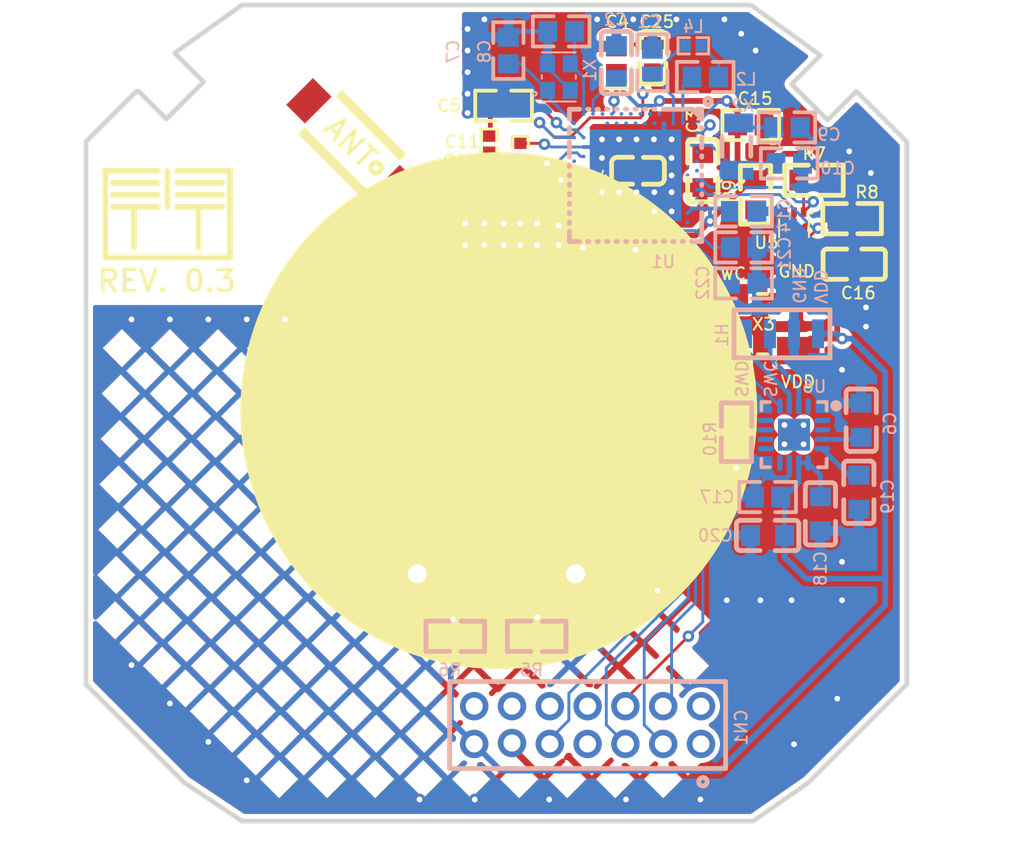
<source format=kicad_pcb>
(kicad_pcb (version 20171130) (host pcbnew 5.1.7-a382d34a8~87~ubuntu20.04.1)
  (layers (0 F.Cu signal) (31 B.Cu signal) (34 B.Paste user) (35 F.Paste user) (36 B.SilkS user) (37 F.SilkS user) (38 B.Mask user) (39 F.Mask user) (44 Edge.Cuts user))
  (net 0 "")
  (net 1 CH1_LED)
  (net 2 GND)
  (net 3 L2_2)
  (net 4 L3_2)
  (net 5 LED2_1)
  (net 6 MTO)
  (net 7 R1_RST)
  (net 8 R1_SET)
  (net 9 R2_RST)
  (net 10 R2_SET)
  (net 11 R6_1)
  (net 12 SWCLK)
  (net 13 SWDIO)
  (net 14 VDD)
  (net 15 XC1)
  (net 16 XC2)
  (net 17 XL1)
  (net 18 XL2)
  (net 19 U1_C1)
  (net 20 U1_AD2)
  (net 21 U1_N24)
  (net 22 DEC4_6)
  (net 23 C4_2)
  (net 24 U1_D23)
  (net 25 DCC)
  (net 26 VSENSE)
  (net 27 U6_4)
  (net 28 U6_3)
  (net 29 U6_11)
  (net 30 SWC)
  (net 31 SWD)
  (net 32 R10_1)
  (net 33 ANT)
  (net 34 SCL)
  (net 35 U1_AC5)
  (net 36 SDA)
  (net 37 R9_1)
  (module easyeda:C0603 (layer F.Cu) (at 100.584 41.656 180)
    (fp_text reference C24 (at 3.429 -0.381) (layer F.SilkS) (effects (font (size 0.635 0.635) (thickness 0.102)) (justify left)))
    (fp_text value 820pF hide)
    (pad 1 smd rect (at -0.7 0 180) (size 0.8 0.9) (layers F.Cu F.Paste F.Mask) (net 2 GND))
    (pad 2 smd rect (at 0.7 0 180) (size 0.8 0.9) (layers F.Cu F.Paste F.Mask) (net 21 U1_N24))
  )
  (module easyeda:C0603 (layer F.Cu) (at 101.346 35.687 270)
    (fp_text reference C25 (at -1.905 0.762) (layer F.SilkS) (effects (font (size 0.635 0.635) (thickness 0.102)) (justify left)))
    (fp_text value 47nF hide)
    (pad 1 smd rect (at -0.7 0 270) (size 0.8 0.9) (layers F.Cu F.Paste F.Mask) (net 2 GND))
    (pad 2 smd rect (at 0.7 0 270) (size 0.8 0.9) (layers F.Cu F.Paste F.Mask) (net 22 DEC4_6))
  )
  (module easyeda:C0603 (layer F.Cu) (at 104.013 41.656 270)
    (fp_text reference C3 (at -1.905 0.508 270) (layer F.SilkS) (effects (font (size 0.635 0.635) (thickness 0.102)) (justify left)))
    (fp_text value 100nF hide)
    (pad 1 smd rect (at -0.9 0 270) (size 1 1.1) (layers F.Cu F.Paste F.Mask) (net 19 U1_C1))
    (pad 2 smd rect (at 0.9 0 270) (size 1 1.1) (layers F.Cu F.Paste F.Mask) (net 2 GND))
  )
  (module easyeda:C0603 (layer F.Cu) (at 98.806 44.069 180)
    (fp_text reference C23 (at 0.635 -1.524) (layer F.SilkS) (effects (font (size 0.635 0.635) (thickness 0.102)) (justify left)))
    (fp_text value 100nF hide)
    (pad 1 smd rect (at -0.9 0 180) (size 1 1.1) (layers F.Cu F.Paste F.Mask) (net 2 GND))
    (pad 2 smd rect (at 0.9 0 180) (size 1 1.1) (layers F.Cu F.Paste F.Mask) (net 14 VDD))
  )
  (module easyeda:0603 (layer F.Cu) (at 106.553 39.243 180)
    (fp_text reference C15 (at 0.762 1.397) (layer F.SilkS) (effects (font (size 0.635 0.635) (thickness 0.102)) (justify left)))
    (fp_text value 1uF hide)
    (pad 1 smd rect (at -0.7 0 180) (size 1 1.1) (layers F.Cu F.Paste F.Mask) (net 2 GND))
    (pad 2 smd rect (at 0.7 0 180) (size 1 1.1) (layers F.Cu F.Paste F.Mask) (net 14 VDD))
  )
  (module easyeda:C0603 (layer F.Cu) (at 102.108 46.736 180)
    (fp_text reference C12 (at 0.889 1.397) (layer F.SilkS) (effects (font (size 0.635 0.635) (thickness 0.102)) (justify left)))
    (fp_text value 100nF hide)
    (pad 1 smd rect (at -0.9 0 180) (size 1 1.1) (layers F.Cu F.Paste F.Mask) (net 2 GND))
    (pad 2 smd rect (at 0.9 0 180) (size 1 1.1) (layers F.Cu F.Paste F.Mask) (net 14 VDD))
  )
  (module easyeda:0603 (layer F.Cu) (at 99.441 35.814 270)
    (fp_text reference C4 (at -2.032 0.635) (layer F.SilkS) (effects (font (size 0.635 0.635) (thickness 0.102)) (justify left)))
    (fp_text value N.C. hide)
    (pad 1 smd rect (at -0.7 0 270) (size 1 1.1) (layers F.Cu F.Paste F.Mask) (net 2 GND))
    (pad 2 smd rect (at 0.7 0 270) (size 1 1.1) (layers F.Cu F.Paste F.Mask) (net 23 C4_2))
  )
  (module easyeda:AN6520 (layer F.Cu) (at 85.471 40.259 45)
    (fp_text reference U3)
    (fp_text value "Antenna 2.4GHz" hide)
    (pad 1 smd rect (at 0 3.25 45) (size 2 1.4) (layers F.Cu F.Paste F.Mask) (net 4 L3_2))
    (pad 2 smd rect (at 0 -3.25 45) (size 2 1.4) (layers F.Cu F.Paste F.Mask))
  )
  (module easyeda:0603 (layer F.Cu) (at 93.472 38.227 180)
    (fp_text reference C5 (at 3.556 0) (layer F.SilkS) (effects (font (size 0.635 0.635) (thickness 0.102)) (justify left)))
    (fp_text value 100pF hide)
    (pad 1 smd rect (at -0.7 0 180) (size 1 1.1) (layers F.Cu F.Paste F.Mask) (net 24 U1_D23))
    (pad 2 smd rect (at 0.7 0 180) (size 1 1.1) (layers F.Cu F.Paste F.Mask) (net 2 GND))
  )
  (module easyeda:0603 (layer F.Cu) (at 93.472 42.545 180)
    (fp_text reference L3 (at 2.921 -0.127) (layer F.SilkS) (effects (font (size 0.635 0.635) (thickness 0.102)) (justify left)))
    (fp_text value 3.3nH hide)
    (pad 1 smd rect (at -0.7 0 180) (size 1 1.1) (layers F.Cu F.Paste F.Mask) (net 33 ANT))
    (pad 2 smd rect (at 0.7 0 180) (size 1 1.1) (layers F.Cu F.Paste F.Mask) (net 4 L3_2))
  )
  (module easyeda:SWD4_5032 (layer F.Cu) (at 107.213 49.682 180)
    (fp_text reference X3 (at 0.66 -0.102) (layer F.SilkS) (effects (font (size 0.635 0.635) (thickness 0.102)) (justify left)))
    (fp_text value ICSP hide)
    (pad 2 smd rect (at -1.854 -1.499 180) (size 2.261 1.448) (layers F.Cu F.Paste F.Mask) (net 14 VDD))
    (pad 1 smd rect (at 1.93 -1.499 180) (size 2.261 1.448) (layers F.Cu F.Paste F.Mask) (net 13 SWDIO))
    (pad 4 smd rect (at 1.93 1.295 180) (size 2.261 1.448) (layers F.Cu F.Paste F.Mask) (net 12 SWCLK))
    (pad 3 smd rect (at -1.854 1.295 180) (size 2.261 1.448) (layers F.Cu F.Paste F.Mask) (net 2 GND))
  )
  (module easyeda:LED-SMD_0603-T (layer F.Cu) (at 95.25 64.516 270)
    (fp_text reference LED2 (at 2.096 1.016) (layer F.SilkS) (effects (font (size 0.635 0.635) (thickness 0.102)) (justify left)))
    (fp_text value BLUE hide)
    (pad 2 smd rect (at 0 0.8) (size 0.8 0.8) (layers F.Cu F.Paste F.Mask) (net 1 CH1_LED))
    (pad 1 smd rect (at 0 -0.8) (size 0.8 0.8) (layers F.Cu F.Paste F.Mask) (net 5 LED2_1))
  )
  (module easyeda:LED-SMD_0603-T (layer F.Cu) (at 90.932 64.516 270)
    (fp_text reference LED1 (at 2.097 1.016) (layer F.SilkS) (effects (font (size 0.635 0.635) (thickness 0.102)) (justify left)))
    (fp_text value RED hide)
    (pad 2 smd rect (at 0 0.8) (size 0.8 0.8) (layers F.Cu F.Paste F.Mask) (net 11 R6_1))
    (pad 1 smd rect (at 0 -0.8) (size 0.8 0.8) (layers F.Cu F.Paste F.Mask) (net 1 CH1_LED))
  )
  (module easyeda:0402 (layer F.Cu) (at 92.71 40.259 90)
    (fp_text reference C13 (at -0.889 -2.54) (layer F.SilkS) (effects (font (size 0.635 0.635) (thickness 0.102)) (justify left)))
    (fp_text value 0.5pF hide)
    (pad 2 smd rect (at 0.424 0 90) (size 0.6 0.65) (layers F.Cu F.Paste F.Mask) (net 2 GND))
    (pad 1 smd rect (at -0.424 0 90) (size 0.6 0.65) (layers F.Cu F.Paste F.Mask) (net 4 L3_2))
  )
  (module easyeda:0402 (layer F.Cu) (at 94.361 40.64 90)
    (fp_text reference C11 (at 0.508 -4.064) (layer F.SilkS) (effects (font (size 0.635 0.635) (thickness 0.102)) (justify left)))
    (fp_text value 0.5pF hide)
    (pad 2 smd rect (at 0.424 0 90) (size 0.6 0.65) (layers F.Cu F.Paste F.Mask) (net 2 GND))
    (pad 1 smd rect (at -0.424 0 90) (size 0.6 0.65) (layers F.Cu F.Paste F.Mask) (net 33 ANT))
  )
  (module easyeda:LIVOLO_TOUCH_PAD (layer F.Cu) (at 93.218 54.483)
    (fp_text reference U7)
    (fp_text value TS1 hide)
    (pad 1 smd circle (at -0.001 -0.127) (size 15 15) (layers F.Cu F.Paste F.SilkS F.Mask) (net 32 R10_1))
  )
  (module easyeda:C0603 (layer F.Cu) (at 112.025 46.609)
    (fp_text reference C16 (at -0.773 1.524) (layer F.SilkS) (effects (font (size 0.635 0.635) (thickness 0.102)) (justify left)))
    (fp_text value 100nF hide)
    (pad 1 smd rect (at -0.9 0) (size 1 1.1) (layers F.Cu F.Paste F.Mask) (net 14 VDD))
    (pad 2 smd rect (at 0.9 0) (size 1 1.1) (layers F.Cu F.Paste F.Mask) (net 2 GND))
  )
  (module easyeda:R0603 (layer F.Cu) (at 109.894 42.164 180)
    (fp_text reference R7 (at 0.674 1.397) (layer F.SilkS) (effects (font (size 0.635 0.635) (thickness 0.102)) (justify left)))
    (fp_text value 4.7K hide)
    (pad 2 smd rect (at 0.8 0 180) (size 1 1.1) (layers F.Cu F.Paste F.Mask) (net 34 SCL))
    (pad 1 smd rect (at -0.8 0 180) (size 1 1.1) (layers F.Cu F.Paste F.Mask) (net 14 VDD))
  )
  (module easyeda:R0603 (layer F.Cu) (at 111.913 44.196 180)
    (fp_text reference R8 (at -0.101 1.397) (layer F.SilkS) (effects (font (size 0.635 0.635) (thickness 0.102)) (justify left)))
    (fp_text value 4.7K hide)
    (pad 2 smd rect (at 0.8 0 180) (size 1 1.1) (layers F.Cu F.Paste F.Mask) (net 36 SDA))
    (pad 1 smd rect (at -0.8 0 180) (size 1 1.1) (layers F.Cu F.Paste F.Mask) (net 14 VDD))
  )
  (module easyeda:R0603 (layer F.Cu) (at 106.808 42.941 90)
    (fp_text reference R9 (at -0.493 -1.398 90) (layer F.SilkS) (effects (font (size 0.635 0.635) (thickness 0.102)) (justify left)))
    (fp_text value 4.7K hide)
    (pad 2 smd rect (at 0.8 0 90) (size 1 1.1) (layers F.Cu F.Paste F.Mask) (net 14 VDD))
    (pad 1 smd rect (at -0.8 0 90) (size 1 1.1) (layers F.Cu F.Paste F.Mask) (net 37 R9_1))
  )
  (module easyeda:SOT-563_L1.6-W1.2-P0.50-LS1.6-BL (layer F.Cu) (at 108.839 44.704 180)
    (fp_text reference U5 (at 2.159 -0.762) (layer F.SilkS) (effects (font (size 0.635 0.635) (thickness 0.102)) (justify left)))
    (fp_text value TMP112 hide)
    (pad 5 smd rect (at 0 -0.85 180) (size 0.3 0.5) (layers F.Cu F.Paste F.Mask) (net 14 VDD))
    (pad 2 smd rect (at 0 0.85 180) (size 0.3 0.5) (layers F.Cu F.Paste F.Mask) (net 2 GND))
    (pad 3 smd rect (at 0.508 0.85 180) (size 0.3 0.5) (layers F.Cu F.Paste F.Mask) (net 37 R9_1))
    (pad 1 smd rect (at -0.508 0.85 180) (size 0.3 0.5) (layers F.Cu F.Paste F.Mask) (net 34 SCL))
    (pad 4 smd rect (at 0.508 -0.85 180) (size 0.3 0.5) (layers F.Cu F.Paste F.Mask) (net 2 GND))
    (pad 6 smd rect (at -0.508 -0.85 180) (size 0.3 0.5) (layers F.Cu F.Paste F.Mask) (net 36 SDA))
  )
  (module easyeda:0603 (layer F.Cu) (at 106.172 47.625)
    (fp_text reference C22 (at -2.159 -1.016 90) (layer B.SilkS) (effects (font (size 0.635 0.635) (thickness 0.102)) (justify left mirror)))
    (fp_text value 4.7uF hide)
    (pad 1 smd rect (at 0.7 0) (size 1 1.1) (layers B.Cu B.Paste B.Mask) (net 2 GND))
    (pad 2 smd rect (at -0.7 0) (size 1 1.1) (layers B.Cu B.Paste B.Mask) (net 20 U1_AD2))
  )
  (module easyeda:0603 (layer F.Cu) (at 106.172 45.72)
    (fp_text reference C21 (at 2.159 -0.635 90) (layer B.SilkS) (effects (font (size 0.635 0.635) (thickness 0.102)) (justify left mirror)))
    (fp_text value 4.7uF hide)
    (pad 1 smd rect (at 0.7 0) (size 1 1.1) (layers B.Cu B.Paste B.Mask) (net 2 GND))
    (pad 2 smd rect (at -0.7 0) (size 1 1.1) (layers B.Cu B.Paste B.Mask) (net 35 U1_AC5))
  )
  (module easyeda:AQFN-73_L7.0-W7.0-P0.50-BL-EP4.8 (layer F.Cu) (at 100.457 41.91 90)
    (fp_text reference U1 (at -4.572 2.159) (layer B.SilkS) (effects (font (size 0.635 0.635) (thickness 0.102)) (justify left mirror)))
    (fp_text value NRF52840-QIAA-R hide)
    (pad A8 smd circle (at 3.25 1.25) (size 0.2 0.2) (layers B.Cu B.Paste B.Mask))
    (pad A10 smd circle (at 3.25 0.75) (size 0.2 0.2) (layers B.Cu B.Paste B.Mask))
    (pad A12 smd circle (at 3.25 0.25) (size 0.2 0.2) (layers B.Cu B.Paste B.Mask))
    (pad A14 smd circle (at 3.25 -0.25) (size 0.2 0.2) (layers B.Cu B.Paste B.Mask))
    (pad A16 smd circle (at 3.25 -0.75) (size 0.2 0.2) (layers B.Cu B.Paste B.Mask))
    (pad A18 smd circle (at 3.25 -1.25) (size 0.2 0.2) (layers B.Cu B.Paste B.Mask) (net 23 C4_2))
    (pad A20 smd circle (at 3.25 -1.75) (size 0.2 0.2) (layers B.Cu B.Paste B.Mask))
    (pad A22 smd circle (at 3.25 -2.25) (size 0.2 0.2) (layers B.Cu B.Paste B.Mask) (net 14 VDD))
    (pad A23 smd circle (at 3.25 -2.75) (size 0.2 0.2) (layers B.Cu B.Paste B.Mask) (net 16 XC2))
    (pad B1 smd circle (at 2.75 3.25) (size 0.2 0.2) (layers B.Cu B.Paste B.Mask) (net 14 VDD))
    (pad B3 smd circle (at 2.75 2.5) (size 0.2 0.2) (layers B.Cu B.Paste B.Mask) (net 25 DCC))
    (pad B5 smd circle (at 2.75 2) (size 0.2 0.2) (layers B.Cu B.Paste B.Mask) (net 22 DEC4_6))
    (pad B7 smd circle (at 2.75 1.5) (size 0.2 0.2) (layers B.Cu B.Paste B.Mask) (net 2 GND))
    (pad B9 smd circle (at 2.75 1) (size 0.2 0.2) (layers B.Cu B.Paste B.Mask))
    (pad B11 smd circle (at 2.75 0.5) (size 0.2 0.2) (layers B.Cu B.Paste B.Mask))
    (pad B13 smd circle (at 2.75 0) (size 0.2 0.2) (layers B.Cu B.Paste B.Mask))
    (pad B15 smd circle (at 2.75 -0.5) (size 0.2 0.2) (layers B.Cu B.Paste B.Mask))
    (pad B17 smd circle (at 2.75 -1) (size 0.2 0.2) (layers B.Cu B.Paste B.Mask))
    (pad B19 smd circle (at 2.75 -1.5) (size 0.2 0.2) (layers B.Cu B.Paste B.Mask))
    (pad B24 smd circle (at 2.75 -3.25) (size 0.2 0.2) (layers B.Cu B.Paste B.Mask) (net 15 XC1))
    (pad C1 smd circle (at 2.25 3.25) (size 0.2 0.2) (layers B.Cu B.Paste B.Mask) (net 19 U1_C1))
    (pad D2 smd circle (at 2 2.75) (size 0.2 0.2) (layers B.Cu B.Paste B.Mask) (net 17 XL1))
    (pad D23 smd circle (at 2 -2.75) (size 0.2 0.2) (layers B.Cu B.Paste B.Mask) (net 24 U1_D23))
    (pad E24 smd circle (at 2 -3.25) (size 0.2 0.2) (layers B.Cu B.Paste B.Mask) (net 22 DEC4_6))
    (pad F2 smd circle (at 1.5 2.75) (size 0.2 0.2) (layers B.Cu B.Paste B.Mask) (net 18 XL2))
    (pad F23 smd circle (at 1.5 -2.75) (size 0.2 0.2) (layers B.Cu B.Paste B.Mask) (net 2 GND))
    (pad G1 smd circle (at 1.25 3.25) (size 0.2 0.2) (layers B.Cu B.Paste B.Mask))
    (pad H2 smd circle (at 1 2.75) (size 0.2 0.2) (layers B.Cu B.Paste B.Mask))
    (pad H23 smd circle (at 1 -2.75) (size 0.2 0.2) (layers B.Cu B.Paste B.Mask) (net 33 ANT))
    (pad J1 smd circle (at 0.75 3.25) (size 0.2 0.2) (layers B.Cu B.Paste B.Mask))
    (pad J24 smd circle (at 0.75 -3.25) (size 0.2 0.2) (layers B.Cu B.Paste B.Mask))
    (pad K2 smd circle (at 0.5 2.75) (size 0.2 0.2) (layers B.Cu B.Paste B.Mask))
    (pad L1 smd circle (at 0.25 3.25) (size 0.2 0.2) (layers B.Cu B.Paste B.Mask))
    (pad L24 smd circle (at 0.25 -3.25) (size 0.2 0.2) (layers B.Cu B.Paste B.Mask))
    (pad M2 smd circle (at 0 2.75) (size 0.2 0.2) (layers B.Cu B.Paste B.Mask))
    (pad N1 smd circle (at -0.25 3.25) (size 0.2 0.2) (layers B.Cu B.Paste B.Mask) (net 34 SCL))
    (pad N24 smd circle (at -0.25 -3.25) (size 0.2 0.2) (layers B.Cu B.Paste B.Mask) (net 21 U1_N24))
    (pad P2 smd circle (at -0.5 2.75) (size 0.2 0.2) (layers B.Cu B.Paste B.Mask))
    (pad P23 smd circle (at -0.25 -2.75) (size 0.2 0.2) (layers B.Cu B.Paste B.Mask))
    (pad R1 smd circle (at -0.75 3.25) (size 0.2 0.2) (layers B.Cu B.Paste B.Mask) (net 36 SDA))
    (pad R24 smd circle (at -0.75 -3.25) (size 0.2 0.2) (layers B.Cu B.Paste B.Mask))
    (pad T2 smd circle (at -1 2.75) (size 0.2 0.2) (layers B.Cu B.Paste B.Mask))
    (pad T23 smd circle (at -0.75 -2.75) (size 0.2 0.2) (layers B.Cu B.Paste B.Mask))
    (pad U1 smd circle (at -1.25 3.25) (size 0.2 0.2) (layers B.Cu B.Paste B.Mask))
    (pad U24 smd circle (at -1.25 -3.25) (size 0.2 0.2) (layers B.Cu B.Paste B.Mask))
    (pad V23 smd circle (at -1.25 -2.75) (size 0.2 0.2) (layers B.Cu B.Paste B.Mask))
    (pad W1 smd circle (at -1.75 3.25) (size 0.2 0.2) (layers B.Cu B.Paste B.Mask) (net 14 VDD))
    (pad W24 smd circle (at -1.75 -3.25) (size 0.2 0.2) (layers B.Cu B.Paste B.Mask))
    (pad Y2 smd circle (at -2 2.75) (size 0.2 0.2) (layers B.Cu B.Paste B.Mask) (net 14 VDD))
    (pad Y23 smd circle (at -1.75 -2.75) (size 0.2 0.2) (layers B.Cu B.Paste B.Mask))
    (pad AA24 smd circle (at -2.25 -3.25) (size 0.2 0.2) (layers B.Cu B.Paste B.Mask) (net 12 SWCLK))
    (pad AB2 smd circle (at -2.5 2.75) (size 0.2 0.2) (layers B.Cu B.Paste B.Mask))
    (pad AC5 smd circle (at -2.75 2) (size 0.2 0.2) (layers B.Cu B.Paste B.Mask) (net 35 U1_AC5))
    (pad AC9 smd circle (at -2.75 1) (size 0.2 0.2) (layers B.Cu B.Paste B.Mask))
    (pad AC11 smd circle (at -2.75 0.5) (size 0.2 0.2) (layers B.Cu B.Paste B.Mask))
    (pad AC13 smd circle (at -2.75 0) (size 0.2 0.2) (layers B.Cu B.Paste B.Mask))
    (pad AC15 smd circle (at -2.75 -0.5) (size 0.2 0.2) (layers B.Cu B.Paste B.Mask))
    (pad AC17 smd circle (at -2.75 -1) (size 0.2 0.2) (layers B.Cu B.Paste B.Mask))
    (pad AC19 smd circle (at -2.75 -1.5) (size 0.2 0.2) (layers B.Cu B.Paste B.Mask))
    (pad AC21 smd circle (at -2.75 -2) (size 0.2 0.2) (layers B.Cu B.Paste B.Mask))
    (pad AD2 smd circle (at -3.25 2.75) (size 0.2 0.2) (layers B.Cu B.Paste B.Mask) (net 20 U1_AD2))
    (pad AD4 smd circle (at -3.25 2.25) (size 0.2 0.2) (layers B.Cu B.Paste B.Mask))
    (pad AD6 smd circle (at -3.25 1.75) (size 0.2 0.2) (layers B.Cu B.Paste B.Mask))
    (pad AD8 smd circle (at -3.25 1.25) (size 0.2 0.2) (layers B.Cu B.Paste B.Mask) (net 6 MTO))
    (pad AD10 smd circle (at -3.25 0.75) (size 0.2 0.2) (layers B.Cu B.Paste B.Mask) (net 7 R1_RST))
    (pad AD12 smd circle (at -3.25 0.25) (size 0.2 0.2) (layers B.Cu B.Paste B.Mask) (net 8 R1_SET))
    (pad AD14 smd circle (at -3.25 -0.25) (size 0.2 0.2) (layers B.Cu B.Paste B.Mask) (net 14 VDD))
    (pad AD16 smd circle (at -3.25 -0.75) (size 0.2 0.2) (layers B.Cu B.Paste B.Mask) (net 9 R2_RST))
    (pad AD18 smd circle (at -3.25 -1.25) (size 0.2 0.2) (layers B.Cu B.Paste B.Mask) (net 10 R2_SET))
    (pad AD20 smd circle (at -3.25 -1.75) (size 0.2 0.2) (layers B.Cu B.Paste B.Mask) (net 1 CH1_LED))
    (pad AD22 smd circle (at -3.25 -2.25) (size 0.2 0.2) (layers B.Cu B.Paste B.Mask) (net 26 VSENSE))
    (pad AD23 smd circle (at -3.25 -2.75) (size 0.2 0.2) (layers B.Cu B.Paste B.Mask) (net 14 VDD))
    (pad 0 smd rect (at 0 0) (size 4.85 4.85) (layers B.Cu B.Paste B.Mask) (net 2 GND))
    (pad AC24 smd circle (at -2.75 -3.25) (size 0.2 0.2) (layers B.Cu B.Paste B.Mask) (net 13 SWDIO))
  )
  (module easyeda:CONNECTER_SMD_1.27_1X4_D180 (layer F.Cu) (at 108.204 50.292 90)
    (fp_text reference H1 (at 0.635 -3.175 90) (layer B.SilkS) (effects (font (size 0.635 0.635) (thickness 0.102)) (justify left mirror)))
    (fp_text value PROG hide)
    (pad 1 smd rect (at 0 -1.905 90) (size 1.524 0.635) (layers B.Cu B.Paste B.Mask) (net 31 SWD))
    (pad 2 smd rect (at 0 -0.635 90) (size 1.524 0.635) (layers B.Cu B.Paste B.Mask) (net 30 SWC))
    (pad 3 smd rect (at 0 0.635 90) (size 1.524 0.635) (layers B.Cu B.Paste B.Mask) (net 2 GND))
    (pad 4 smd rect (at 0 1.905 90) (size 1.524 0.635) (layers B.Cu B.Paste B.Mask) (net 14 VDD))
  )
  (module easyeda:0603 (layer F.Cu) (at 107.442 58.928 180)
    (fp_text reference C17 (at 1.686 0) (layer B.SilkS) (effects (font (size 0.635 0.635) (thickness 0.102)) (justify left mirror)))
    (fp_text value 1uF hide)
    (pad 1 smd rect (at 0.7 0 180) (size 1 1.1) (layers B.Cu B.Paste B.Mask) (net 2 GND))
    (pad 2 smd rect (at -0.7 0 180) (size 1 1.1) (layers B.Cu B.Paste B.Mask) (net 14 VDD))
  )
  (module easyeda:0603 (layer F.Cu) (at 96.52 34.29)
    (fp_text reference C8 (at -4.064 0.381 90) (layer B.SilkS) (effects (font (size 0.635 0.635) (thickness 0.102)) (justify left mirror)))
    (fp_text value 22pF hide)
    (pad 1 smd rect (at 0.7 0) (size 1 1.1) (layers B.Cu B.Paste B.Mask) (net 16 XC2))
    (pad 2 smd rect (at -0.7 0) (size 1 1.1) (layers B.Cu B.Paste B.Mask) (net 2 GND))
  )
  (module easyeda:0603 (layer F.Cu) (at 93.726 35.306 270)
    (fp_text reference C7 (at -0.635 2.921 90) (layer B.SilkS) (effects (font (size 0.635 0.635) (thickness 0.102)) (justify left mirror)))
    (fp_text value 22pF hide)
    (pad 1 smd rect (at 0.7 0 270) (size 1 1.1) (layers B.Cu B.Paste B.Mask) (net 15 XC1))
    (pad 2 smd rect (at -0.7 0 270) (size 1 1.1) (layers B.Cu B.Paste B.Mask) (net 2 GND))
  )
  (module easyeda:0603 (layer F.Cu) (at 108.585 41.275)
    (fp_text reference C10 (at 3.556 0.254) (layer B.SilkS) (effects (font (size 0.635 0.635) (thickness 0.102)) (justify left mirror)))
    (fp_text value 22pF hide)
    (pad 1 smd rect (at 0.7 0) (size 1 1.1) (layers B.Cu B.Paste B.Mask) (net 2 GND))
    (pad 2 smd rect (at -0.7 0) (size 1 1.1) (layers B.Cu B.Paste B.Mask) (net 18 XL2))
  )
  (module easyeda:0603 (layer F.Cu) (at 108.458 39.37)
    (fp_text reference C9 (at 2.921 0.381) (layer B.SilkS) (effects (font (size 0.635 0.635) (thickness 0.102)) (justify left mirror)))
    (fp_text value 22pF hide)
    (pad 1 smd rect (at 0.7 0) (size 1 1.1) (layers B.Cu B.Paste B.Mask) (net 2 GND))
    (pad 2 smd rect (at -0.7 0) (size 1 1.1) (layers B.Cu B.Paste B.Mask) (net 17 XL1))
  )
  (module easyeda:0603 (layer F.Cu) (at 106.172 43.815)
    (fp_text reference C14 (at 2.159 -0.762 90) (layer B.SilkS) (effects (font (size 0.635 0.635) (thickness 0.102)) (justify left mirror)))
    (fp_text value 4.7uF hide)
    (pad 1 smd rect (at 0.7 0) (size 1 1.1) (layers B.Cu B.Paste B.Mask) (net 2 GND))
    (pad 2 smd rect (at -0.7 0) (size 1 1.1) (layers B.Cu B.Paste B.Mask) (net 14 VDD))
  )
  (module easyeda:0603 (layer F.Cu) (at 101.346 35.941 270)
    (fp_text reference C1 (at -2.159 -0.508) (layer B.SilkS) (effects (font (size 0.635 0.635) (thickness 0.102)) (justify left mirror)))
    (fp_text value 1uF hide)
    (pad 1 smd rect (at 0.7 0 270) (size 1 1.1) (layers B.Cu B.Paste B.Mask) (net 22 DEC4_6))
    (pad 2 smd rect (at -0.7 0 270) (size 1 1.1) (layers B.Cu B.Paste B.Mask) (net 2 GND))
  )
  (module easyeda:0603 (layer F.Cu) (at 104.14 36.703 180)
    (fp_text reference L2 (at -2.794 -0.127) (layer B.SilkS) (effects (font (size 0.635 0.635) (thickness 0.102)) (justify left mirror)))
    (fp_text value 10uH hide)
    (pad 1 smd rect (at 0.7 0 180) (size 1 1.1) (layers B.Cu B.Paste B.Mask) (net 25 DCC))
    (pad 2 smd rect (at -0.7 0 180) (size 1 1.1) (layers B.Cu B.Paste B.Mask) (net 3 L2_2))
  )
  (module easyeda:0402 (layer F.Cu) (at 103.505 35.052)
    (fp_text reference L4 (at 0.635 -1.016) (layer B.SilkS) (effects (font (size 0.635 0.635) (thickness 0.102)) (justify left mirror)))
    (fp_text value 15nH hide)
    (pad 2 smd rect (at -0.424 0) (size 0.6 0.65) (layers B.Cu B.Paste B.Mask) (net 22 DEC4_6))
    (pad 1 smd rect (at 0.424 0) (size 0.6 0.65) (layers B.Cu B.Paste B.Mask) (net 3 L2_2))
  )
  (module easyeda:C0603 (layer F.Cu) (at 99.441 35.941 90)
    (fp_text reference C2 (at 2.286 0.635) (layer B.SilkS) (effects (font (size 0.635 0.635) (thickness 0.102)) (justify left mirror)))
    (fp_text value 100nF hide)
    (pad 1 smd rect (at 0.9 0 90) (size 1 1.1) (layers B.Cu B.Paste B.Mask) (net 2 GND))
    (pad 2 smd rect (at -0.9 0 90) (size 1 1.1) (layers B.Cu B.Paste B.Mask) (net 14 VDD))
  )
  (module easyeda:C0603 (layer F.Cu) (at 112.395 54.864 270)
    (fp_text reference C6 (at -0.508 -1.524 270) (layer B.SilkS) (effects (font (size 0.635 0.635) (thickness 0.102)) (justify left mirror)))
    (fp_text value 2.2nF hide)
    (pad 1 smd rect (at 0.9 0 270) (size 1 1.1) (layers B.Cu B.Paste B.Mask) (net 28 U6_3))
    (pad 2 smd rect (at -0.9 0 270) (size 1 1.1) (layers B.Cu B.Paste B.Mask) (net 2 GND))
  )
  (module easyeda:C0603 (layer F.Cu) (at 110.236 59.817 270)
    (fp_text reference C18 (at 1.905 0 270) (layer B.SilkS) (effects (font (size 0.635 0.635) (thickness 0.102)) (justify left mirror)))
    (fp_text value 100nF hide)
    (pad 1 smd rect (at 0.9 0 270) (size 1 1.1) (layers B.Cu B.Paste B.Mask) (net 2 GND))
    (pad 2 smd rect (at -0.9 0 270) (size 1 1.1) (layers B.Cu B.Paste B.Mask) (net 14 VDD))
  )
  (module easyeda:C0603 (layer F.Cu) (at 112.268 58.674 270)
    (fp_text reference C19 (at -0.762 -1.524 270) (layer B.SilkS) (effects (font (size 0.635 0.635) (thickness 0.102)) (justify left mirror)))
    (fp_text value 100nF hide)
    (pad 1 smd rect (at 0.9 0 270) (size 1 1.1) (layers B.Cu B.Paste B.Mask) (net 2 GND))
    (pad 2 smd rect (at -0.9 0 270) (size 1 1.1) (layers B.Cu B.Paste B.Mask) (net 27 U6_4))
  )
  (module easyeda:C0603 (layer F.Cu) (at 107.442 60.96 180)
    (fp_text reference C20 (at 1.778 0) (layer B.SilkS) (effects (font (size 0.635 0.635) (thickness 0.102)) (justify left mirror)))
    (fp_text value 100nF hide)
    (pad 1 smd rect (at 0.9 0 180) (size 1 1.1) (layers B.Cu B.Paste B.Mask) (net 2 GND))
    (pad 2 smd rect (at -0.9 0 180) (size 1 1.1) (layers B.Cu B.Paste B.Mask) (net 14 VDD))
  )
  (module easyeda:HDR-TH_14P-P2.00-V-R2-C7-S2.00_A2005HWV-2X7P (layer F.Cu) (at 97.918 70.992)
    (fp_text reference CN1 (at 8.127 -0.888 90) (layer B.SilkS) (effects (font (size 0.635 0.635) (thickness 0.102)) (justify left mirror)))
    (fp_text value 2X7P hide)
    (pad 9 thru_hole circle (at -2 1) (size 1.5 1.5) (drill 0.9) (layers *.Cu *.Paste *.Mask) (net 26 VSENSE))
    (pad 10 thru_hole circle (at -2 -1) (size 1.5 1.5) (drill 0.9) (layers *.Cu *.Paste *.Mask))
    (pad 7 thru_hole circle (at 0 1) (size 1.5 1.5) (drill 0.9) (layers *.Cu *.Paste *.Mask))
    (pad 8 thru_hole circle (at 0 -1) (size 1.5 1.5) (drill 0.9) (layers *.Cu *.Paste *.Mask))
    (pad 5 thru_hole circle (at 2 1) (size 1.5 1.5) (drill 0.9) (layers *.Cu *.Paste *.Mask) (net 10 R2_SET))
    (pad 6 thru_hole circle (at 2 -1) (size 1.5 1.5) (drill 0.9) (layers *.Cu *.Paste *.Mask) (net 7 R1_RST))
    (pad 3 thru_hole circle (at 4 1) (size 1.5 1.5) (drill 0.9) (layers *.Cu *.Paste *.Mask) (net 9 R2_RST))
    (pad 4 thru_hole circle (at 4 -1) (size 1.5 1.5) (drill 0.9) (layers *.Cu *.Paste *.Mask) (net 8 R1_SET))
    (pad 1 thru_hole circle (at 6 1) (size 1.5 1.5) (drill 0.9) (layers *.Cu *.Paste *.Mask))
    (pad 2 thru_hole circle (at 6 -1) (size 1.5 1.5) (drill 0.9) (layers *.Cu *.Paste *.Mask))
    (pad 11 thru_hole circle (at -4 0.95) (size 1.5 1.5) (drill 0.9) (layers *.Cu *.Paste *.Mask) (net 2 GND))
    (pad 12 thru_hole circle (at -4 -1) (size 1.5 1.5) (drill 0.9) (layers *.Cu *.Paste *.Mask))
    (pad 13 thru_hole circle (at -6 1) (size 1.5 1.5) (drill 0.9) (layers *.Cu *.Paste *.Mask) (net 14 VDD))
    (pad 14 thru_hole circle (at -6 -1) (size 1.5 1.5) (drill 0.9) (layers *.Cu *.Paste *.Mask))
  )
  (module easyeda:R0603 (layer F.Cu) (at 95.223 66.294 180)
    (fp_text reference R5 (at -0.408 -1.778) (layer B.SilkS) (effects (font (size 0.635 0.635) (thickness 0.102)) (justify left mirror)))
    (fp_text value 4.7K hide)
    (pad 2 smd rect (at -0.8 0 180) (size 1 1.1) (layers B.Cu B.Paste B.Mask) (net 2 GND))
    (pad 1 smd rect (at 0.8 0 180) (size 1 1.1) (layers B.Cu B.Paste B.Mask) (net 5 LED2_1))
  )
  (module easyeda:R0603 (layer F.Cu) (at 90.917 66.294 180)
    (fp_text reference R6 (at -0.396 -1.778) (layer B.SilkS) (effects (font (size 0.635 0.635) (thickness 0.102)) (justify left mirror)))
    (fp_text value 4.7K hide)
    (pad 2 smd rect (at -0.8 0 180) (size 1 1.1) (layers B.Cu B.Paste B.Mask) (net 14 VDD))
    (pad 1 smd rect (at 0.8 0 180) (size 1 1.1) (layers B.Cu B.Paste B.Mask) (net 11 R6_1))
  )
  (module easyeda:R0603 (layer F.Cu) (at 105.791 55.499 270)
    (fp_text reference R10 (at -0.635 1.397 270) (layer B.SilkS) (effects (font (size 0.635 0.635) (thickness 0.102)) (justify left mirror)))
    (fp_text value 560 hide)
    (pad 2 smd rect (at -0.8 0 270) (size 1 1.1) (layers B.Cu B.Paste B.Mask) (net 29 U6_11))
    (pad 1 smd rect (at 0.8 0 270) (size 1 1.1) (layers B.Cu B.Paste B.Mask) (net 32 R10_1))
  )
  (module easyeda:QFN-16_L3.0-W3.0-P0.50-BL-EP1.7 (layer F.Cu) (at 108.839 55.626 90)
    (fp_text reference U6 (at 2.54 1.778) (layer B.SilkS) (effects (font (size 0.635 0.635) (thickness 0.102)) (justify left mirror)))
    (fp_text value CY8C4014LQI-421T hide)
    (pad 1 smd oval (at 0.75 1.5 270) (size 0.28 0.85) (layers B.Cu B.Paste B.Mask))
    (pad 2 smd oval (at 0.25 1.5 270) (size 0.28 0.85) (layers B.Cu B.Paste B.Mask))
    (pad 3 smd oval (at -0.25 1.5 270) (size 0.28 0.85) (layers B.Cu B.Paste B.Mask) (net 28 U6_3))
    (pad 4 smd oval (at -0.75 1.5 270) (size 0.28 0.85) (layers B.Cu B.Paste B.Mask) (net 27 U6_4))
    (pad 5 smd oval (at -1.5 0.75) (size 0.28 0.85) (layers B.Cu B.Paste B.Mask) (net 14 VDD))
    (pad 6 smd oval (at -1.5 0.25) (size 0.28 0.85) (layers B.Cu B.Paste B.Mask) (net 14 VDD))
    (pad 7 smd oval (at -1.5 -0.25) (size 0.28 0.85) (layers B.Cu B.Paste B.Mask) (net 2 GND))
    (pad 8 smd oval (at -1.5 -0.75) (size 0.28 0.85) (layers B.Cu B.Paste B.Mask))
    (pad 9 smd oval (at -0.75 -1.5 270) (size 0.28 0.85) (layers B.Cu B.Paste B.Mask))
    (pad 10 smd oval (at -0.25 -1.5 270) (size 0.28 0.85) (layers B.Cu B.Paste B.Mask))
    (pad 11 smd oval (at 0.25 -1.5 270) (size 0.28 0.85) (layers B.Cu B.Paste B.Mask) (net 29 U6_11))
    (pad 12 smd oval (at 0.75 -1.5 270) (size 0.28 0.85) (layers B.Cu B.Paste B.Mask))
    (pad 13 smd oval (at 1.5 -0.75) (size 0.28 0.85) (layers B.Cu B.Paste B.Mask) (net 6 MTO))
    (pad 14 smd oval (at 1.5 -0.25) (size 0.28 0.85) (layers B.Cu B.Paste B.Mask) (net 31 SWD))
    (pad 15 smd oval (at 1.5 0.25) (size 0.28 0.85) (layers B.Cu B.Paste B.Mask) (net 30 SWC))
    (pad 16 smd oval (at 1.5 0.75) (size 0.28 0.85) (layers B.Cu B.Paste B.Mask))
    (pad 17 smd rect (at 0 0) (size 1.7 1.7) (layers B.Cu B.Paste B.Mask))
  )
  (module easyeda:OSC-SMD_4P-L2.0-W1.6-BL (layer F.Cu) (at 96.393 36.703 270)
    (fp_text reference X1 (at -1.016 -1.651 90) (layer B.SilkS) (effects (font (size 0.635 0.635) (thickness 0.102)) (justify left mirror)))
    (fp_text value 32MHz hide)
    (pad 4 smd rect (at 0.7 -0.6 270) (size 0.9 0.8) (layers B.Cu B.Paste B.Mask) (net 2 GND))
    (pad 3 smd rect (at -0.7 -0.6 270) (size 0.9 0.8) (layers B.Cu B.Paste B.Mask) (net 16 XC2))
    (pad 2 smd rect (at -0.7 0.6 270) (size 0.9 0.8) (layers B.Cu B.Paste B.Mask) (net 2 GND))
    (pad 1 smd rect (at 0.7 0.6 270) (size 0.9 0.8) (layers B.Cu B.Paste B.Mask) (net 15 XC1))
  )
  (module easyeda:FC-135R_L3.2-W1.5 (layer F.Cu) (at 105.791 40.386 90)
    (fp_text reference X2 (at 2.159 1.016) (layer B.SilkS) (effects (font (size 0.635 0.635) (thickness 0.102)) (justify left mirror)))
    (fp_text value 32.768KHz hide)
    (pad 1 smd rect (at 1.25 0) (size 1.8 1) (layers B.Cu B.Paste B.Mask) (net 17 XL1))
    (pad 2 smd rect (at -1.25 0) (size 1.8 1) (layers B.Cu B.Paste B.Mask) (net 18 XL2))
  )
  (module easyeda:ggeac4e8891367b2b2c (layer F.Cu) (at 75.692 42.545)
    (fp_text reference ALG hide)
    (fp_text value my_logo hide)
  )
  (module AutoGenerated:MountingHole_1.00mm (layer F.Cu) (at 88.9 62.992)
    (fp_text reference "" (at 0 0) (layer F.SilkS) (effects (font (size 1.27 1.27))))
    (fp_text value "" (at 0 0) (layer F.SilkS) (effects (font (size 1.27 1.27))))
    (pad "" np_thru_hole circle (at 0 0) (size 1 1) (drill 1) (layers *.Cu *.Mask))
  )
  (module AutoGenerated:MountingHole_1.00mm (layer F.Cu) (at 97.282 62.992)
    (fp_text reference "" (at 0 0) (layer F.SilkS) (effects (font (size 1.27 1.27))))
    (fp_text value "" (at 0 0) (layer F.SilkS) (effects (font (size 1.27 1.27))))
    (pad "" np_thru_hole circle (at 0 0) (size 1 1) (drill 1) (layers *.Cu *.Mask))
  )
  (gr_circle (center 93.216942 54.356) (end 94.869 54.61) (layer F.SilkS) (width 12))
  (gr_line (start 76.073 35.433) (end 79.629 32.893) (layer Edge.Cuts) (width 0.254))
  (gr_line (start 79.629 32.893) (end 106.553 32.893) (layer Edge.Cuts) (width 0.254))
  (gr_line (start 106.553 32.893) (end 110.236 35.56) (layer Edge.Cuts) (width 0.254))
  (gr_line (start 110.236 35.56) (end 108.712 37.084) (layer Edge.Cuts) (width 0.254))
  (gr_line (start 108.712 37.084) (end 110.617 38.989) (layer Edge.Cuts) (width 0.254))
  (gr_line (start 110.617 38.989) (end 112.141 37.465) (layer Edge.Cuts) (width 0.254))
  (gr_line (start 112.141 37.465) (end 114.808 40.132) (layer Edge.Cuts) (width 0.254))
  (gr_line (start 114.808 40.132) (end 114.808 68.834) (layer Edge.Cuts) (width 0.254))
  (gr_line (start 114.808 68.834) (end 113.665 69.977) (layer Edge.Cuts) (width 0.254))
  (gr_line (start 113.665 69.977) (end 109.601 74.041) (layer Edge.Cuts) (width 0.254))
  (gr_line (start 109.601 74.041) (end 106.68 76.073) (layer Edge.Cuts) (width 0.254))
  (gr_line (start 106.68 76.073) (end 79.629 76.073) (layer Edge.Cuts) (width 0.254))
  (gr_line (start 79.629 76.073) (end 76.581 74.041) (layer Edge.Cuts) (width 0.254))
  (gr_line (start 76.581 74.041) (end 73.533 70.993) (layer Edge.Cuts) (width 0.254))
  (gr_line (start 73.533 70.993) (end 71.374 68.834) (layer Edge.Cuts) (width 0.254))
  (gr_line (start 71.374 68.834) (end 71.374 40.132) (layer Edge.Cuts) (width 0.254))
  (gr_line (start 71.374 40.132) (end 74.041 37.465) (layer Edge.Cuts) (width 0.254))
  (gr_line (start 74.041 37.465) (end 74.168 37.465) (layer Edge.Cuts) (width 0.254))
  (gr_line (start 74.168 37.465) (end 75.629 38.926) (layer Edge.Cuts) (width 0.254))
  (gr_line (start 75.629 38.926) (end 77.597 36.957) (layer Edge.Cuts) (width 0.254))
  (gr_line (start 77.597 36.957) (end 76.073 35.433) (layer Edge.Cuts) (width 0.254))
  (gr_text SWD (at 106.045 53.721 -90) (layer B.SilkS) (effects (font (size 0.635 0.635) (thickness 0.102)) (justify left mirror)))
  (gr_text SWC (at 107.569 53.721 -90) (layer B.SilkS) (effects (font (size 0.635 0.635) (thickness 0.102)) (justify left mirror)))
  (gr_text GND (at 109.093 48.768 -90) (layer B.SilkS) (effects (font (size 0.635 0.635) (thickness 0.102)) (justify left mirror)))
  (gr_text VDD (at 110.236 48.768 -90) (layer B.SilkS) (effects (font (size 0.635 0.635) (thickness 0.102)) (justify left mirror)))
  (gr_text SWD (at 104.394 52.705) (layer F.SilkS) (effects (font (size 0.635 0.635) (thickness 0.102)) (justify left)))
  (gr_text SWC (at 104.267 47.117) (layer F.SilkS) (effects (font (size 0.635 0.635) (thickness 0.102)) (justify left)))
  (gr_text VDD (at 108.077 52.832) (layer F.SilkS) (effects (font (size 0.635 0.635) (thickness 0.102)) (justify left)))
  (gr_text GND (at 107.95 46.99) (layer F.SilkS) (effects (font (size 0.635 0.635) (thickness 0.102)) (justify left)))
  (gr_text "REV. 0.3" (at 71.882 47.498) (layer F.SilkS) (effects (font (size 1.143 1.143) (thickness 0.178)) (justify left)))
  (gr_text ANT (at 84.201 38.989 -45) (layer F.SilkS) (effects (font (size 1.143 1.143) (thickness 0.178)) (justify left)))
  (via (at 108.331 55.118) (size 0.61) (drill 0.305) (layers F.Cu B.Cu) (net 0))
  (via (at 109.347 55.118) (size 0.61) (drill 0.305) (layers F.Cu B.Cu) (net 0))
  (via (at 108.331 56.134) (size 0.61) (drill 0.305) (layers F.Cu B.Cu) (net 0))
  (via (at 109.347 56.134) (size 0.61) (drill 0.305) (layers F.Cu B.Cu) (net 0))
  (segment (start 101.6 63.881) (end 102.489 62.992) (width 0.152) (layer B.Cu) (net 1))
  (segment (start 102.489 62.992) (end 102.489 49.657) (width 0.152) (layer B.Cu) (net 1))
  (segment (start 102.489 49.657) (end 98.707 45.875) (width 0.152) (layer B.Cu) (net 1))
  (segment (start 98.707 45.875) (end 98.707 45.159) (width 0.152) (layer B.Cu) (net 1))
  (segment (start 91.732 64.516) (end 94.45 64.516) (width 0.152) (layer F.Cu) (net 1))
  (segment (start 101.6 63.881) (end 101.473 63.754) (width 0.152) (layer F.Cu) (net 1))
  (segment (start 101.473 63.754) (end 95.212 63.754) (width 0.152) (layer F.Cu) (net 1))
  (segment (start 95.212 63.754) (end 94.45 64.516) (width 0.152) (layer F.Cu) (net 1))
  (via (at 101.6 63.881) (size 0.61) (drill 0.305) (layers F.Cu B.Cu) (net 1))
  (segment (start 95.25 45.593) (end 94.996 45.847) (width 0.305) (layer B.Cu) (net 2))
  (segment (start 94.996 45.847) (end 91.694 45.847) (width 0.305) (layer B.Cu) (net 2))
  (segment (start 91.694 45.847) (end 91.44 45.593) (width 0.305) (layer B.Cu) (net 2))
  (segment (start 97.706 40.409) (end 96.012 40.409) (width 0.152) (layer B.Cu) (net 2))
  (segment (start 96.012 40.409) (end 95.631 40.259) (width 0.152) (layer B.Cu) (net 2))
  (segment (start 97.707 40.41) (end 98.147 40.41) (width 0.203) (layer B.Cu) (net 2))
  (segment (start 98.147 40.41) (end 98.552 40.005) (width 0.203) (layer B.Cu) (net 2))
  (segment (start 108.59 57.127) (end 108.59 57.78) (width 0.254) (layer B.Cu) (net 2))
  (segment (start 108.59 57.78) (end 108.458 57.912) (width 0.254) (layer B.Cu) (net 2))
  (segment (start 108.458 57.912) (end 107.315 57.912) (width 0.254) (layer B.Cu) (net 2))
  (segment (start 107.315 57.912) (end 106.741 58.486) (width 0.254) (layer B.Cu) (net 2))
  (segment (start 106.741 58.486) (end 106.741 58.928) (width 0.254) (layer B.Cu) (net 2))
  (segment (start 96.993 37.403) (end 95.793 36.203) (width 0.152) (layer B.Cu) (net 2))
  (segment (start 95.793 36.203) (end 95.793 36.003) (width 0.152) (layer B.Cu) (net 2))
  (segment (start 91.44 45.593) (end 92.456 45.593) (width 0.152) (layer B.Cu) (net 2))
  (segment (start 92.456 45.593) (end 93.472 45.593) (width 0.152) (layer B.Cu) (net 2))
  (segment (start 93.472 45.593) (end 94.361 45.593) (width 0.152) (layer B.Cu) (net 2))
  (segment (start 94.361 45.593) (end 95.25 45.593) (width 0.152) (layer B.Cu) (net 2))
  (segment (start 108.839 43.854) (end 108.839 44.196) (width 0.152) (layer F.Cu) (net 2))
  (segment (start 108.839 44.196) (end 108.331 44.704) (width 0.152) (layer F.Cu) (net 2))
  (segment (start 108.331 44.704) (end 108.331 45.554) (width 0.152) (layer F.Cu) (net 2))
  (segment (start 92.71 39.835) (end 92.772 39.773) (width 0.254) (layer F.Cu) (net 2))
  (segment (start 92.772 39.773) (end 92.772 38.227) (width 0.254) (layer F.Cu) (net 2))
  (segment (start 94.361 40.216) (end 95.588 40.216) (width 0.152) (layer F.Cu) (net 2))
  (segment (start 95.588 40.216) (end 95.631 40.259) (width 0.152) (layer F.Cu) (net 2))
  (via (at 91.44 44.45) (size 0.61) (drill 0.305) (layers F.Cu B.Cu) (net 2))
  (via (at 92.456 44.45) (size 0.61) (drill 0.305) (layers F.Cu B.Cu) (net 2))
  (via (at 91.44 45.593) (size 0.61) (drill 0.305) (layers F.Cu B.Cu) (net 2))
  (via (at 92.456 45.593) (size 0.61) (drill 0.305) (layers F.Cu B.Cu) (net 2))
  (via (at 93.472 45.593) (size 0.61) (drill 0.305) (layers F.Cu B.Cu) (net 2))
  (via (at 94.361 45.593) (size 0.61) (drill 0.305) (layers F.Cu B.Cu) (net 2))
  (via (at 93.472 44.45) (size 0.61) (drill 0.305) (layers F.Cu B.Cu) (net 2))
  (via (at 94.361 44.45) (size 0.61) (drill 0.305) (layers F.Cu B.Cu) (net 2))
  (via (at 89.027 74.93) (size 0.61) (drill 0.305) (layers F.Cu B.Cu) (net 2))
  (via (at 95.25 44.45) (size 0.61) (drill 0.305) (layers F.Cu B.Cu) (net 2))
  (via (at 95.25 45.593) (size 0.61) (drill 0.305) (layers F.Cu B.Cu) (net 2))
  (via (at 112.649 48.895) (size 0.61) (drill 0.305) (layers F.Cu B.Cu) (net 2))
  (via (at 112.649 49.911) (size 0.61) (drill 0.305) (layers F.Cu B.Cu) (net 2))
  (via (at 106.807 35.306) (size 0.61) (drill 0.305) (layers F.Cu B.Cu) (net 2))
  (via (at 99.949 74.93) (size 0.61) (drill 0.305) (layers F.Cu B.Cu) (net 2))
  (via (at 103.886 74.93) (size 0.61) (drill 0.305) (layers F.Cu B.Cu) (net 2))
  (via (at 75.819 69.85) (size 0.61) (drill 0.305) (layers F.Cu B.Cu) (net 2))
  (via (at 77.851 71.882) (size 0.61) (drill 0.305) (layers F.Cu B.Cu) (net 2))
  (via (at 79.883 73.914) (size 0.61) (drill 0.305) (layers F.Cu B.Cu) (net 2))
  (via (at 75.819 49.53) (size 0.61) (drill 0.305) (layers F.Cu B.Cu) (net 2))
  (via (at 77.851 49.53) (size 0.61) (drill 0.305) (layers F.Cu B.Cu) (net 2))
  (via (at 79.883 49.53) (size 0.61) (drill 0.305) (layers F.Cu B.Cu) (net 2))
  (via (at 81.915 49.53) (size 0.61) (drill 0.305) (layers F.Cu B.Cu) (net 2))
  (via (at 108.839 72.009) (size 0.61) (drill 0.305) (layers F.Cu B.Cu) (net 2))
  (via (at 111.125 69.596) (size 0.61) (drill 0.305) (layers F.Cu B.Cu) (net 2))
  (via (at 111.379 52.197) (size 0.61) (drill 0.305) (layers F.Cu B.Cu) (net 2))
  (via (at 98.679 40.005) (size 0.61) (drill 0.305) (layers F.Cu B.Cu) (net 2))
  (via (at 99.584 40.005) (size 0.61) (drill 0.305) (layers F.Cu B.Cu) (net 2))
  (via (at 100.505 40.005) (size 0.61) (drill 0.305) (layers F.Cu B.Cu) (net 2))
  (via (at 101.426 40.005) (size 0.61) (drill 0.305) (layers F.Cu B.Cu) (net 2))
  (via (at 102.362 40.005) (size 0.61) (drill 0.305) (layers F.Cu B.Cu) (net 2))
  (via (at 95.631 40.259) (size 0.61) (drill 0.305) (layers F.Cu B.Cu) (net 2))
  (via (at 102.362 40.989) (size 0.61) (drill 0.305) (layers F.Cu B.Cu) (net 2))
  (via (at 102.362 42.799) (size 0.61) (drill 0.305) (layers F.Cu B.Cu) (net 2))
  (via (at 98.679 40.989) (size 0.61) (drill 0.305) (layers F.Cu B.Cu) (net 2))
  (via (at 98.679 42.799) (size 0.61) (drill 0.305) (layers F.Cu B.Cu) (net 2))
  (via (at 91.567 34.163) (size 0.61) (drill 0.305) (layers F.Cu B.Cu) (net 2))
  (via (at 91.567 35.306) (size 0.61) (drill 0.305) (layers F.Cu B.Cu) (net 2))
  (via (at 91.567 36.449) (size 0.61) (drill 0.305) (layers F.Cu B.Cu) (net 2))
  (via (at 91.567 37.592) (size 0.61) (drill 0.305) (layers F.Cu B.Cu) (net 2))
  (via (at 91.567 38.608) (size 0.61) (drill 0.305) (layers F.Cu B.Cu) (net 2))
  (via (at 98.425 33.655) (size 0.61) (drill 0.305) (layers F.Cu B.Cu) (net 2))
  (via (at 100.33 33.655) (size 0.61) (drill 0.305) (layers F.Cu B.Cu) (net 2))
  (via (at 102.616 33.655) (size 0.61) (drill 0.305) (layers F.Cu B.Cu) (net 2))
  (via (at 105.156 33.655) (size 0.61) (drill 0.305) (layers F.Cu B.Cu) (net 2))
  (via (at 106.045 34.417) (size 0.61) (drill 0.305) (layers F.Cu B.Cu) (net 2))
  (via (at 92.456 33.655) (size 0.61) (drill 0.305) (layers F.Cu B.Cu) (net 2))
  (via (at 111.76 40.64) (size 0.61) (drill 0.305) (layers F.Cu B.Cu) (net 2))
  (via (at 112.903 41.783) (size 0.61) (drill 0.305) (layers F.Cu B.Cu) (net 2))
  (via (at 99.584 42.799) (size 0.61) (drill 0.305) (layers F.Cu B.Cu) (net 2))
  (via (at 100.505 42.799) (size 0.61) (drill 0.305) (layers F.Cu B.Cu) (net 2))
  (via (at 101.449 42.799) (size 0.61) (drill 0.305) (layers F.Cu B.Cu) (net 2))
  (via (at 102.362 41.91) (size 0.61) (drill 0.305) (layers F.Cu B.Cu) (net 2))
  (via (at 101.449 43.815) (size 0.61) (drill 0.305) (layers F.Cu B.Cu) (net 2))
  (via (at 102.362 43.815) (size 0.61) (drill 0.305) (layers F.Cu B.Cu) (net 2))
  (segment (start 101.957 39.6) (end 102.362 40.005) (width 0.25) (layer B.Cu) (net 2))
  (segment (start 101.957 39.16) (end 101.957 39.6) (width 0.25) (layer B.Cu) (net 2))
  (segment (start 94.042 34.29) (end 93.726 34.606) (width 0.25) (layer B.Cu) (net 2))
  (segment (start 95.82 34.29) (end 94.042 34.29) (width 0.25) (layer B.Cu) (net 2))
  (segment (start 110.428 40.64) (end 111.76 40.64) (width 0.25) (layer B.Cu) (net 2))
  (segment (start 109.158 39.37) (end 110.428 40.64) (width 0.25) (layer B.Cu) (net 2))
  (via (at 73.787 49.53) (size 0.61) (drill 0.305) (layers F.Cu B.Cu) (net 2))
  (via (at 73.787 67.818) (size 0.61) (drill 0.305) (layers F.Cu B.Cu) (net 2))
  (via (at 111.379 62.357) (size 0.61) (drill 0.305) (layers F.Cu B.Cu) (net 2))
  (via (at 111.379 64.389) (size 0.61) (drill 0.305) (layers F.Cu B.Cu) (net 2))
  (via (at 108.712 64.389) (size 0.61) (drill 0.305) (layers F.Cu B.Cu) (net 2))
  (via (at 107.061 64.389) (size 0.61) (drill 0.305) (layers F.Cu B.Cu) (net 2))
  (via (at 105.283 64.389) (size 0.61) (drill 0.305) (layers F.Cu B.Cu) (net 2))
  (segment (start 96.023 66.94) (end 96.52 67.437) (width 0.35) (layer B.Cu) (net 2))
  (segment (start 96.023 66.294) (end 96.023 66.94) (width 0.35) (layer B.Cu) (net 2))
  (via (at 91.948 74.93) (size 0.61) (drill 0.305) (layers F.Cu B.Cu) (net 2))
  (via (at 95.885 74.93) (size 0.61) (drill 0.305) (layers F.Cu B.Cu) (net 2))
  (segment (start 95.885 74.168) (end 95.885 74.93) (width 0.35) (layer F.Cu) (net 2))
  (segment (start 93.918 72.201) (end 95.885 74.168) (width 0.35) (layer F.Cu) (net 2))
  (segment (start 93.918 71.942) (end 93.918 72.201) (width 0.25) (layer F.Cu) (net 2))
  (segment (start 104.84 36.703) (end 104.84 35.963) (width 0.152) (layer B.Cu) (net 3))
  (segment (start 104.84 35.963) (end 103.929 35.052) (width 0.152) (layer B.Cu) (net 3))
  (segment (start 92.772 42.672) (end 92.71 42.61) (width 0.254) (layer F.Cu) (net 4))
  (segment (start 92.774 42.545) (end 87.77 42.558) (width 0.254) (layer F.Cu) (net 4))
  (segment (start 92.772 40.745) (end 92.71 40.683) (width 0.25) (layer F.Cu) (net 4))
  (segment (start 92.772 42.545) (end 92.772 40.745) (width 0.25) (layer F.Cu) (net 4))
  (segment (start 95.25 65.278) (end 94.234 66.294) (width 0.152) (layer B.Cu) (net 5))
  (segment (start 94.234 66.294) (end 94.223 66.294) (width 0.152) (layer B.Cu) (net 5))
  (segment (start 96.05 64.516) (end 96.012 64.516) (width 0.152) (layer F.Cu) (net 5))
  (segment (start 96.012 64.516) (end 95.25 65.278) (width 0.152) (layer F.Cu) (net 5))
  (via (at 95.25 65.278) (size 0.61) (drill 0.305) (layers F.Cu B.Cu) (net 5))
  (segment (start 108.09 54.125) (end 106.413 52.451) (width 0.152) (layer B.Cu) (net 6))
  (segment (start 106.413 52.451) (end 104.394 52.451) (width 0.152) (layer B.Cu) (net 6))
  (segment (start 104.394 52.451) (end 104.394 48.006) (width 0.152) (layer B.Cu) (net 6))
  (segment (start 104.394 48.006) (end 101.707 45.319) (width 0.152) (layer B.Cu) (net 6))
  (segment (start 101.707 45.319) (end 101.707 45.159) (width 0.152) (layer B.Cu) (net 6))
  (segment (start 103.251 66.294) (end 104.013 65.532) (width 0.152) (layer B.Cu) (net 7))
  (segment (start 104.013 65.532) (end 104.013 48.133) (width 0.152) (layer B.Cu) (net 7))
  (segment (start 104.013 48.133) (end 101.206 45.326) (width 0.152) (layer B.Cu) (net 7))
  (segment (start 101.206 45.326) (end 101.206 45.159) (width 0.152) (layer B.Cu) (net 7))
  (segment (start 99.918 69.992) (end 99.918 69.627) (width 0.152) (layer F.Cu) (net 7))
  (segment (start 99.918 69.627) (end 103.251 66.294) (width 0.152) (layer F.Cu) (net 7))
  (via (at 103.251 66.294) (size 0.61) (drill 0.305) (layers F.Cu B.Cu) (net 7))
  (segment (start 102.362 65.786) (end 103.632 64.516) (width 0.152) (layer B.Cu) (net 8))
  (segment (start 103.632 64.516) (end 103.632 48.26) (width 0.152) (layer B.Cu) (net 8))
  (segment (start 103.632 48.26) (end 100.706 45.334) (width 0.152) (layer B.Cu) (net 8))
  (segment (start 100.706 45.334) (end 100.706 45.159) (width 0.152) (layer B.Cu) (net 8))
  (segment (start 102.362 65.786) (end 102.362 69.548) (width 0.152) (layer B.Cu) (net 8))
  (segment (start 102.362 69.548) (end 101.918 69.992) (width 0.152) (layer B.Cu) (net 8))
  (segment (start 102.362 65.151) (end 103.251 64.262) (width 0.152) (layer B.Cu) (net 9))
  (segment (start 103.251 64.262) (end 103.251 49.403) (width 0.152) (layer B.Cu) (net 9))
  (segment (start 103.251 49.403) (end 99.708 45.86) (width 0.152) (layer B.Cu) (net 9))
  (segment (start 99.708 45.86) (end 99.708 45.159) (width 0.152) (layer B.Cu) (net 9))
  (segment (start 102.362 65.151) (end 100.914 66.599) (width 0.152) (layer B.Cu) (net 9))
  (segment (start 100.914 66.599) (end 100.914 70.988) (width 0.152) (layer B.Cu) (net 9))
  (segment (start 100.914 70.988) (end 101.917 71.991) (width 0.152) (layer B.Cu) (net 9))
  (segment (start 99.919 71.991) (end 98.908 70.98) (width 0.152) (layer B.Cu) (net 10))
  (segment (start 98.908 70.98) (end 98.908 67.97) (width 0.152) (layer B.Cu) (net 10))
  (segment (start 98.908 67.97) (end 102.87 64.008) (width 0.152) (layer B.Cu) (net 10))
  (segment (start 102.87 64.008) (end 102.87 49.53) (width 0.152) (layer B.Cu) (net 10))
  (segment (start 102.87 49.53) (end 99.207 45.867) (width 0.152) (layer B.Cu) (net 10))
  (segment (start 99.207 45.867) (end 99.207 45.159) (width 0.152) (layer B.Cu) (net 10))
  (segment (start 90.805 65.405) (end 89.916 66.294) (width 0.152) (layer B.Cu) (net 11))
  (segment (start 90.132 64.516) (end 90.132 64.732) (width 0.152) (layer F.Cu) (net 11))
  (segment (start 90.132 64.732) (end 90.805 65.405) (width 0.152) (layer F.Cu) (net 11))
  (via (at 90.805 65.405) (size 0.61) (drill 0.305) (layers F.Cu B.Cu) (net 11))
  (segment (start 97.207 44.16) (end 96.81 44.16) (width 0.152) (layer B.Cu) (net 12))
  (segment (start 96.81 44.16) (end 96.393 44.577) (width 0.152) (layer B.Cu) (net 12))
  (segment (start 96.393 44.577) (end 97.028 45.212) (width 0.152) (layer F.Cu) (net 12))
  (segment (start 97.028 45.212) (end 97.028 45.974) (width 0.152) (layer F.Cu) (net 12))
  (segment (start 97.028 45.974) (end 97.536 46.482) (width 0.152) (layer F.Cu) (net 12))
  (segment (start 97.536 46.482) (end 99.441 46.482) (width 0.152) (layer F.Cu) (net 12))
  (segment (start 99.441 46.482) (end 101.346 48.387) (width 0.152) (layer F.Cu) (net 12))
  (segment (start 101.346 48.387) (end 105.283 48.387) (width 0.152) (layer F.Cu) (net 12))
  (via (at 96.393 44.577) (size 0.61) (drill 0.305) (layers F.Cu B.Cu) (net 12))
  (segment (start 97.207 44.66) (end 96.393 45.474) (width 0.152) (layer B.Cu) (net 13))
  (segment (start 96.393 45.474) (end 96.393 45.593) (width 0.152) (layer B.Cu) (net 13))
  (segment (start 96.393 45.593) (end 96.393 45.847) (width 0.152) (layer F.Cu) (net 13))
  (segment (start 96.393 45.847) (end 97.409 46.863) (width 0.152) (layer F.Cu) (net 13))
  (segment (start 97.409 46.863) (end 99.314 46.863) (width 0.152) (layer F.Cu) (net 13))
  (segment (start 99.314 46.863) (end 101.219 48.768) (width 0.152) (layer F.Cu) (net 13))
  (segment (start 101.219 48.768) (end 102.87 48.768) (width 0.152) (layer F.Cu) (net 13))
  (segment (start 102.87 48.768) (end 105.283 51.181) (width 0.152) (layer F.Cu) (net 13))
  (via (at 96.393 45.593) (size 0.61) (drill 0.305) (layers F.Cu B.Cu) (net 13))
  (segment (start 104.394 44.323) (end 104.397 43.66) (width 0.203) (layer B.Cu) (net 14))
  (segment (start 103.706 43.66) (end 105.471 43.66) (width 0.203) (layer B.Cu) (net 14))
  (segment (start 105.471 43.66) (end 105.471 43.561) (width 0.203) (layer B.Cu) (net 14))
  (segment (start 103.207 43.91) (end 103.457 43.66) (width 0.203) (layer B.Cu) (net 14))
  (segment (start 103.457 43.66) (end 103.707 43.66) (width 0.203) (layer B.Cu) (net 14))
  (segment (start 103.707 39.16) (end 104.894 37.973) (width 0.152) (layer B.Cu) (net 14))
  (segment (start 104.894 37.973) (end 105.283 37.973) (width 0.152) (layer B.Cu) (net 14))
  (segment (start 98.207 38.661) (end 98.207 37.937) (width 0.152) (layer B.Cu) (net 14))
  (segment (start 98.207 37.937) (end 99.304 36.84) (width 0.152) (layer B.Cu) (net 14))
  (segment (start 99.304 36.84) (end 99.441 36.84) (width 0.152) (layer B.Cu) (net 14))
  (segment (start 100.207 45.16) (end 100.207 45.597) (width 0.203) (layer B.Cu) (net 14))
  (segment (start 100.207 45.597) (end 100.457 45.847) (width 0.203) (layer B.Cu) (net 14))
  (segment (start 108.341 60.96) (end 108.341 62.113) (width 0.305) (layer B.Cu) (net 14))
  (segment (start 108.341 62.113) (end 109.474 63.246) (width 0.305) (layer B.Cu) (net 14))
  (segment (start 109.474 63.246) (end 113.665 63.246) (width 0.305) (layer B.Cu) (net 14))
  (segment (start 113.665 63.246) (end 113.665 62.992) (width 0.305) (layer B.Cu) (net 14))
  (segment (start 108.142 58.928) (end 108.342 59.128) (width 0.254) (layer B.Cu) (net 14))
  (segment (start 108.342 59.128) (end 108.342 60.96) (width 0.254) (layer B.Cu) (net 14))
  (segment (start 109.088 57.127) (end 109.088 58.171) (width 0.254) (layer B.Cu) (net 14))
  (segment (start 109.088 58.171) (end 108.331 58.928) (width 0.254) (layer B.Cu) (net 14))
  (segment (start 108.331 58.928) (end 108.143 58.928) (width 0.254) (layer B.Cu) (net 14))
  (segment (start 109.589 57.126) (end 110.236 57.773) (width 0.254) (layer B.Cu) (net 14))
  (segment (start 110.236 57.773) (end 110.236 58.917) (width 0.254) (layer B.Cu) (net 14))
  (segment (start 111.379 50.546) (end 111.125 50.292) (width 0.305) (layer B.Cu) (net 14))
  (segment (start 111.125 50.292) (end 110.109 50.292) (width 0.305) (layer B.Cu) (net 14))
  (segment (start 91.918 71.991) (end 93.332 73.406) (width 0.305) (layer B.Cu) (net 14))
  (segment (start 93.332 73.406) (end 104.902 73.406) (width 0.305) (layer B.Cu) (net 14))
  (segment (start 104.902 73.406) (end 113.665 64.643) (width 0.305) (layer B.Cu) (net 14))
  (segment (start 113.665 64.643) (end 113.665 52.324) (width 0.305) (layer B.Cu) (net 14))
  (segment (start 113.665 52.324) (end 111.887 50.546) (width 0.305) (layer B.Cu) (net 14))
  (segment (start 111.887 50.546) (end 111.379 50.546) (width 0.305) (layer B.Cu) (net 14))
  (segment (start 109.089 57.126) (end 109.589 57.126) (width 0.254) (layer B.Cu) (net 14))
  (segment (start 91.717 66.294) (end 91.717 67.033) (width 0.305) (layer B.Cu) (net 14))
  (segment (start 91.717 67.033) (end 90.678 68.072) (width 0.305) (layer B.Cu) (net 14))
  (segment (start 90.678 68.072) (end 90.678 70.752) (width 0.305) (layer B.Cu) (net 14))
  (segment (start 90.678 70.752) (end 91.918 71.991) (width 0.305) (layer B.Cu) (net 14))
  (segment (start 97.663 45.72) (end 97.663 45.202) (width 0.152) (layer B.Cu) (net 14))
  (segment (start 97.663 45.202) (end 97.706 45.159) (width 0.152) (layer B.Cu) (net 14))
  (segment (start 99.441 36.84) (end 99.441 37.084) (width 0.203) (layer B.Cu) (net 14))
  (segment (start 99.441 37.084) (end 100.584 38.227) (width 0.203) (layer B.Cu) (net 14))
  (segment (start 100.584 38.227) (end 101.473 38.227) (width 0.203) (layer B.Cu) (net 14))
  (segment (start 101.473 38.227) (end 101.727 37.973) (width 0.203) (layer B.Cu) (net 14))
  (segment (start 108.839 45.593) (end 108.839 46.355) (width 0.305) (layer F.Cu) (net 14))
  (segment (start 108.839 46.355) (end 109.093 46.609) (width 0.305) (layer F.Cu) (net 14))
  (segment (start 109.093 46.609) (end 111.125 46.609) (width 0.305) (layer F.Cu) (net 14))
  (segment (start 111.379 50.546) (end 109.703 50.546) (width 0.305) (layer F.Cu) (net 14))
  (segment (start 109.703 50.546) (end 109.068 51.181) (width 0.305) (layer F.Cu) (net 14))
  (segment (start 110.893 42.164) (end 112.798 44.069) (width 0.305) (layer F.Cu) (net 14))
  (segment (start 112.798 44.069) (end 112.798 44.196) (width 0.305) (layer F.Cu) (net 14))
  (segment (start 112.799 44.196) (end 112.799 44.427) (width 0.305) (layer F.Cu) (net 14))
  (segment (start 112.799 44.427) (end 111.125 46.101) (width 0.305) (layer F.Cu) (net 14))
  (segment (start 111.125 46.101) (end 111.125 46.609) (width 0.305) (layer F.Cu) (net 14))
  (segment (start 111.379 50.546) (end 111.125 50.292) (width 0.305) (layer F.Cu) (net 14))
  (segment (start 111.125 50.292) (end 111.125 46.609) (width 0.305) (layer F.Cu) (net 14))
  (segment (start 110.694 42.164) (end 109.297 40.767) (width 0.305) (layer F.Cu) (net 14))
  (segment (start 109.297 40.767) (end 108.331 40.767) (width 0.305) (layer F.Cu) (net 14))
  (segment (start 108.331 40.767) (end 106.957 42.141) (width 0.305) (layer F.Cu) (net 14))
  (segment (start 106.957 42.141) (end 106.808 42.141) (width 0.305) (layer F.Cu) (net 14))
  (segment (start 104.394 44.323) (end 106.576 42.141) (width 0.305) (layer F.Cu) (net 14))
  (segment (start 106.576 42.141) (end 106.808 42.141) (width 0.305) (layer F.Cu) (net 14))
  (segment (start 106.808 42.141) (end 105.853 41.187) (width 0.305) (layer F.Cu) (net 14))
  (segment (start 105.853 41.187) (end 105.853 39.243) (width 0.305) (layer F.Cu) (net 14))
  (segment (start 105.283 37.973) (end 105.853 38.543) (width 0.305) (layer F.Cu) (net 14))
  (segment (start 105.853 38.543) (end 105.853 39.243) (width 0.305) (layer F.Cu) (net 14))
  (segment (start 105.283 37.973) (end 101.727 37.973) (width 0.305) (layer F.Cu) (net 14))
  (segment (start 104.394 44.323) (end 103.632 45.085) (width 0.305) (layer F.Cu) (net 14))
  (segment (start 103.632 45.085) (end 101.219 45.085) (width 0.305) (layer F.Cu) (net 14))
  (segment (start 101.219 45.085) (end 100.457 45.847) (width 0.305) (layer F.Cu) (net 14))
  (segment (start 97.663 45.72) (end 97.906 45.477) (width 0.305) (layer F.Cu) (net 14))
  (segment (start 97.906 45.477) (end 97.906 44.069) (width 0.305) (layer F.Cu) (net 14))
  (segment (start 100.457 45.847) (end 97.79 45.847) (width 0.305) (layer F.Cu) (net 14))
  (segment (start 97.79 45.847) (end 97.663 45.72) (width 0.305) (layer F.Cu) (net 14))
  (segment (start 100.457 45.847) (end 101.208 46.598) (width 0.305) (layer F.Cu) (net 14))
  (segment (start 101.208 46.598) (end 101.208 46.736) (width 0.305) (layer F.Cu) (net 14))
  (via (at 97.663 45.72) (size 0.61) (drill 0.305) (layers F.Cu B.Cu) (net 14))
  (via (at 111.379 50.546) (size 0.61) (drill 0.305) (layers F.Cu B.Cu) (net 14))
  (via (at 100.457 45.847) (size 0.61) (drill 0.305) (layers F.Cu B.Cu) (net 14))
  (via (at 105.283 37.973) (size 0.61) (drill 0.305) (layers F.Cu B.Cu) (net 14))
  (via (at 104.394 44.323) (size 0.61) (drill 0.305) (layers F.Cu B.Cu) (net 14))
  (via (at 101.727 37.973) (size 0.61) (drill 0.305) (layers F.Cu B.Cu) (net 14))
  (segment (start 97.207 39.16) (end 95.793 37.746) (width 0.152) (layer B.Cu) (net 15))
  (segment (start 95.793 37.746) (end 95.793 37.403) (width 0.152) (layer B.Cu) (net 15))
  (segment (start 93.726 36.006) (end 94.396 36.006) (width 0.152) (layer B.Cu) (net 15))
  (segment (start 94.396 36.006) (end 95.793 37.403) (width 0.152) (layer B.Cu) (net 15))
  (segment (start 96.993 36.003) (end 97.22 35.776) (width 0.152) (layer B.Cu) (net 16))
  (segment (start 97.22 35.776) (end 97.22 34.29) (width 0.152) (layer B.Cu) (net 16))
  (segment (start 97.707 38.66) (end 97.707 36.717) (width 0.152) (layer B.Cu) (net 16))
  (segment (start 97.707 36.717) (end 96.993 36.003) (width 0.152) (layer B.Cu) (net 16))
  (segment (start 105.537 39.136) (end 105.771 39.37) (width 0.203) (layer B.Cu) (net 17))
  (segment (start 105.771 39.37) (end 107.631 39.37) (width 0.203) (layer B.Cu) (net 17))
  (segment (start 103.208 39.911) (end 103.302 40.005) (width 0.152) (layer B.Cu) (net 17))
  (segment (start 103.302 40.005) (end 104.521 40.005) (width 0.152) (layer B.Cu) (net 17))
  (segment (start 104.521 40.005) (end 105.39 39.136) (width 0.152) (layer B.Cu) (net 17))
  (segment (start 105.39 39.136) (end 105.537 39.136) (width 0.152) (layer B.Cu) (net 17))
  (segment (start 105.537 41.636) (end 105.898 41.275) (width 0.203) (layer B.Cu) (net 18))
  (segment (start 105.898 41.275) (end 107.758 41.275) (width 0.203) (layer B.Cu) (net 18))
  (segment (start 103.208 40.409) (end 103.304 40.312) (width 0.152) (layer B.Cu) (net 18))
  (segment (start 103.304 40.312) (end 104.442 40.312) (width 0.152) (layer B.Cu) (net 18))
  (segment (start 104.442 40.312) (end 105.534 41.389) (width 0.152) (layer B.Cu) (net 18))
  (segment (start 105.534 41.389) (end 105.537 41.636) (width 0.152) (layer B.Cu) (net 18))
  (segment (start 103.707 39.66) (end 103.977 39.66) (width 0.152) (layer B.Cu) (net 19))
  (segment (start 103.977 39.66) (end 104.394 39.243) (width 0.152) (layer B.Cu) (net 19))
  (segment (start 104.013 40.756) (end 104.013 39.624) (width 0.152) (layer F.Cu) (net 19))
  (segment (start 104.013 39.624) (end 104.394 39.243) (width 0.152) (layer F.Cu) (net 19))
  (via (at 104.394 39.243) (size 0.61) (drill 0.305) (layers F.Cu B.Cu) (net 19))
  (segment (start 103.207 45.16) (end 105.472 47.425) (width 0.152) (layer B.Cu) (net 20))
  (segment (start 105.472 47.425) (end 105.472 47.498) (width 0.152) (layer B.Cu) (net 20))
  (segment (start 97.207 42.16) (end 97.203 42.164) (width 0.152) (layer B.Cu) (net 21))
  (segment (start 97.203 42.164) (end 96.52 42.164) (width 0.152) (layer B.Cu) (net 21))
  (segment (start 96.52 42.164) (end 97.028 41.656) (width 0.152) (layer F.Cu) (net 21))
  (segment (start 97.028 41.656) (end 99.884 41.656) (width 0.152) (layer F.Cu) (net 21))
  (via (at 96.52 42.164) (size 0.61) (drill 0.305) (layers F.Cu B.Cu) (net 21))
  (segment (start 97.207 39.91) (end 96.171 39.91) (width 0.152) (layer B.Cu) (net 22))
  (segment (start 96.171 39.91) (end 95.377 39.116) (width 0.152) (layer B.Cu) (net 22))
  (segment (start 101.346 36.641) (end 100.838 37.149) (width 0.152) (layer B.Cu) (net 22))
  (segment (start 100.838 37.149) (end 100.838 37.592) (width 0.152) (layer B.Cu) (net 22))
  (segment (start 101.346 36.641) (end 102.935 35.052) (width 0.152) (layer B.Cu) (net 22))
  (segment (start 102.935 35.052) (end 103.081 35.052) (width 0.152) (layer B.Cu) (net 22))
  (segment (start 102.457 39.16) (end 102.457 37.752) (width 0.152) (layer B.Cu) (net 22))
  (segment (start 102.457 37.752) (end 101.346 36.641) (width 0.152) (layer B.Cu) (net 22))
  (segment (start 95.377 39.116) (end 96.139 39.878) (width 0.152) (layer F.Cu) (net 22))
  (segment (start 96.139 39.878) (end 97.028 39.878) (width 0.152) (layer F.Cu) (net 22))
  (segment (start 97.028 39.878) (end 98.044 38.862) (width 0.152) (layer F.Cu) (net 22))
  (segment (start 98.044 38.862) (end 100.711 38.862) (width 0.152) (layer F.Cu) (net 22))
  (segment (start 100.711 38.862) (end 100.838 38.735) (width 0.152) (layer F.Cu) (net 22))
  (segment (start 100.838 38.735) (end 100.838 37.592) (width 0.152) (layer F.Cu) (net 22))
  (segment (start 100.838 37.592) (end 100.838 36.896) (width 0.152) (layer F.Cu) (net 22))
  (segment (start 100.838 36.896) (end 101.346 36.388) (width 0.152) (layer F.Cu) (net 22))
  (via (at 100.838 37.592) (size 0.61) (drill 0.305) (layers F.Cu B.Cu) (net 22))
  (via (at 95.377 39.116) (size 0.61) (drill 0.305) (layers F.Cu B.Cu) (net 22))
  (segment (start 99.207 38.66) (end 99.314 38.553) (width 0.152) (layer B.Cu) (net 23))
  (segment (start 99.314 38.553) (end 99.314 37.846) (width 0.152) (layer B.Cu) (net 23))
  (segment (start 99.314 37.846) (end 99.441 37.719) (width 0.254) (layer F.Cu) (net 23))
  (segment (start 99.441 37.719) (end 99.441 36.514) (width 0.254) (layer F.Cu) (net 23))
  (via (at 99.314 37.973) (size 0.61) (drill 0.305) (layers F.Cu B.Cu) (net 23))
  (segment (start 97.707 39.91) (end 97.294 39.497) (width 0.152) (layer B.Cu) (net 24))
  (segment (start 97.294 39.497) (end 96.647 39.497) (width 0.152) (layer B.Cu) (net 24))
  (segment (start 96.647 39.497) (end 96.266 39.116) (width 0.152) (layer B.Cu) (net 24))
  (segment (start 96.266 39.116) (end 95.377 38.227) (width 0.152) (layer F.Cu) (net 24))
  (segment (start 95.377 38.227) (end 94.173 38.227) (width 0.152) (layer F.Cu) (net 24))
  (via (at 96.266 39.116) (size 0.61) (drill 0.305) (layers F.Cu B.Cu) (net 24))
  (segment (start 102.957 39.16) (end 102.957 37.186) (width 0.152) (layer B.Cu) (net 25))
  (segment (start 102.957 37.186) (end 103.44 36.703) (width 0.152) (layer B.Cu) (net 25))
  (segment (start 98.171 68.072) (end 100.965 65.278) (width 0.152) (layer B.Cu) (net 26))
  (segment (start 100.965 65.278) (end 100.965 63.627) (width 0.152) (layer B.Cu) (net 26))
  (segment (start 100.965 63.627) (end 102.108 62.484) (width 0.152) (layer B.Cu) (net 26))
  (segment (start 102.108 62.484) (end 102.108 49.784) (width 0.152) (layer B.Cu) (net 26))
  (segment (start 102.108 49.784) (end 98.207 45.883) (width 0.152) (layer B.Cu) (net 26))
  (segment (start 98.207 45.883) (end 98.207 45.159) (width 0.152) (layer B.Cu) (net 26))
  (segment (start 95.918 71.991) (end 95.918 71.747) (width 0.152) (layer B.Cu) (net 26))
  (segment (start 95.918 71.747) (end 96.926 70.739) (width 0.152) (layer B.Cu) (net 26))
  (segment (start 96.926 70.739) (end 96.926 69.317) (width 0.152) (layer B.Cu) (net 26))
  (segment (start 96.926 69.317) (end 98.171 68.072) (width 0.152) (layer B.Cu) (net 26))
  (segment (start 110.339 56.376) (end 111.737 57.774) (width 0.254) (layer B.Cu) (net 27))
  (segment (start 111.737 57.774) (end 112.268 57.774) (width 0.254) (layer B.Cu) (net 27))
  (segment (start 110.34 55.875) (end 112.395 55.875) (width 0.254) (layer B.Cu) (net 28))
  (segment (start 112.395 55.875) (end 112.395 55.763) (width 0.254) (layer B.Cu) (net 28))
  (segment (start 107.339 55.376) (end 106.468 55.376) (width 0.254) (layer B.Cu) (net 29))
  (segment (start 106.468 55.376) (end 105.791 54.699) (width 0.254) (layer B.Cu) (net 29))
  (segment (start 109.089 54.126) (end 109.089 53.082) (width 0.254) (layer B.Cu) (net 30))
  (segment (start 109.089 53.082) (end 107.569 51.562) (width 0.254) (layer B.Cu) (net 30))
  (segment (start 107.569 51.562) (end 107.569 50.292) (width 0.254) (layer B.Cu) (net 30))
  (segment (start 108.589 54.126) (end 108.589 53.471) (width 0.254) (layer B.Cu) (net 31))
  (segment (start 108.589 53.471) (end 106.299 51.181) (width 0.254) (layer B.Cu) (net 31))
  (segment (start 106.299 51.181) (end 106.299 50.292) (width 0.254) (layer B.Cu) (net 31))
  (segment (start 105.791 57.404) (end 105.791 56.299) (width 0.305) (layer B.Cu) (net 32))
  (segment (start 93.218 54.483) (end 93.853 55.118) (width 0.305) (layer F.Cu) (net 32))
  (segment (start 93.853 55.118) (end 104.394 55.118) (width 0.305) (layer F.Cu) (net 32))
  (segment (start 104.394 55.118) (end 105.791 56.515) (width 0.305) (layer F.Cu) (net 32))
  (segment (start 105.791 56.515) (end 105.791 57.404) (width 0.305) (layer F.Cu) (net 32))
  (via (at 105.791 57.404) (size 0.61) (drill 0.305) (layers F.Cu B.Cu) (net 32))
  (segment (start 97.706 40.909) (end 97.551 40.909) (width 0.152) (layer B.Cu) (net 33))
  (segment (start 97.551 40.909) (end 97.358 40.716) (width 0.152) (layer B.Cu) (net 33))
  (segment (start 97.358 40.716) (end 96.825 40.716) (width 0.152) (layer B.Cu) (net 33))
  (segment (start 96.825 40.716) (end 96.266 41.275) (width 0.152) (layer B.Cu) (net 33))
  (segment (start 96.266 41.275) (end 95.758 41.275) (width 0.152) (layer B.Cu) (net 33))
  (segment (start 95.758 41.275) (end 94.572 41.275) (width 0.254) (layer F.Cu) (net 33))
  (segment (start 94.572 41.275) (end 94.361 41.064) (width 0.254) (layer F.Cu) (net 33))
  (segment (start 94.361 41.064) (end 94.172 41.253) (width 0.254) (layer F.Cu) (net 33))
  (segment (start 94.172 41.253) (end 94.172 42.545) (width 0.254) (layer F.Cu) (net 33))
  (via (at 95.758 41.275) (size 0.61) (drill 0.305) (layers F.Cu B.Cu) (net 33))
  (segment (start 103.707 42.16) (end 104.009 42.16) (width 0.152) (layer B.Cu) (net 34))
  (segment (start 104.009 42.16) (end 104.394 42.545) (width 0.152) (layer B.Cu) (net 34))
  (segment (start 104.394 42.545) (end 108.204 42.545) (width 0.152) (layer B.Cu) (net 34))
  (segment (start 108.204 42.545) (end 108.966 43.307) (width 0.152) (layer B.Cu) (net 34))
  (segment (start 108.966 43.307) (end 109.855 43.307) (width 0.152) (layer B.Cu) (net 34))
  (segment (start 109.347 43.893) (end 109.347 42.418) (width 0.152) (layer F.Cu) (net 34))
  (segment (start 109.347 42.418) (end 109.093 42.164) (width 0.152) (layer F.Cu) (net 34))
  (segment (start 109.855 43.307) (end 109.855 43.346) (width 0.152) (layer F.Cu) (net 34))
  (segment (start 109.855 43.346) (end 109.347 43.854) (width 0.152) (layer F.Cu) (net 34))
  (via (at 109.855 43.307) (size 0.61) (drill 0.305) (layers F.Cu B.Cu) (net 34))
  (segment (start 102.456 44.661) (end 102.629 44.831) (width 0.152) (layer B.Cu) (net 35))
  (segment (start 102.629 44.831) (end 103.632 44.831) (width 0.152) (layer B.Cu) (net 35))
  (segment (start 103.632 44.831) (end 104.521 45.72) (width 0.152) (layer B.Cu) (net 35))
  (segment (start 104.521 45.72) (end 105.474 45.72) (width 0.152) (layer B.Cu) (net 35))
  (segment (start 103.706 42.659) (end 104 42.659) (width 0.152) (layer B.Cu) (net 36))
  (segment (start 104 42.659) (end 104.267 42.926) (width 0.152) (layer B.Cu) (net 36))
  (segment (start 104.267 42.926) (end 108.077 42.926) (width 0.152) (layer B.Cu) (net 36))
  (segment (start 108.077 42.926) (end 109.855 44.704) (width 0.152) (layer B.Cu) (net 36))
  (segment (start 109.855 44.704) (end 110.109 44.704) (width 0.152) (layer B.Cu) (net 36))
  (segment (start 109.347 45.554) (end 109.347 45.466) (width 0.152) (layer F.Cu) (net 36))
  (segment (start 109.347 45.466) (end 110.109 44.704) (width 0.152) (layer F.Cu) (net 36))
  (segment (start 110.109 44.704) (end 110.617 44.196) (width 0.152) (layer F.Cu) (net 36))
  (segment (start 110.617 44.196) (end 111.113 44.196) (width 0.152) (layer F.Cu) (net 36))
  (via (at 110.109 44.704) (size 0.61) (drill 0.305) (layers F.Cu B.Cu) (net 36))
  (segment (start 108.331 43.854) (end 108.218 43.741) (width 0.152) (layer F.Cu) (net 37))
  (segment (start 108.218 43.741) (end 106.808 43.741) (width 0.152) (layer F.Cu) (net 37))
  (zone (net 2) (net_name GND) (layer B.Cu) (connect_pads (clearance 0.254)) (min_thickness 0.254) (fill yes (arc_segments 32) (thermal_gap 0.508) (thermal_bridge_width 0.508))
    (polygon (pts (xy 116.121244 45.217092) (xy 116.459 45.212) (xy 116.332 77.978) (xy 69.723 77.851) (xy 69.723 48.768) (xy 85.725 48.768) (xy 88.265 46.863) (xy 89.662 46.101) (xy 91.186 45.593) (xy 91.265 45.591809) (xy 91.265 44.061) (xy 95.202 44.061) (xy 97.028 42.799) (xy 97.028 38.862) (xy 91.313 38.862) (xy 91.265 32.631) (xy 116.157 32.631)))
  )
  (zone (net 2) (net_name GND) (layer F.Cu) (connect_pads (clearance 0.254)) (min_thickness 0.254) (fill yes (arc_segments 32) (thermal_gap 0.508) (thermal_bridge_width 0.508))
    (polygon (pts (xy 116.121244 45.217092) (xy 116.459 45.212) (xy 116.332 77.978) (xy 69.723 77.851) (xy 69.723 48.768) (xy 85.725 48.768) (xy 88.265 46.863) (xy 89.662 46.101) (xy 91.186 45.593) (xy 91.265 45.591809) (xy 91.265 44.061) (xy 95.202 44.061) (xy 97.028 42.799) (xy 97.028 38.862) (xy 91.313 38.862) (xy 91.265 32.631) (xy 116.157 32.631)))
  )
  (zone (net 0) (net_name "") (layer B.Cu) (connect_pads (clearance 0.508)) (min_thickness 0.254)
    (keepout (tracks allowed) (vias allowed) (copperpour not_allowed))
    (fill (arc_segments 32) (thermal_gap 0.508) (thermal_bridge_width 0.508))
    (polygon (pts (xy 94.869 41.275) (xy 94.869 39.497) (xy 98.044 39.497) (xy 98.044 41.656) (xy 95.377 41.656)))
  )
  (zone (net 0) (net_name "") (layer F.Cu) (connect_pads (clearance 0.508)) (min_thickness 0.254)
    (keepout (tracks allowed) (vias allowed) (copperpour not_allowed))
    (fill (arc_segments 32) (thermal_gap 0.508) (thermal_bridge_width 0.508))
    (polygon (pts (xy 94.869 41.275) (xy 94.869 39.497) (xy 98.044 39.497) (xy 98.044 41.656) (xy 95.377 41.656)))
  )
  (zone (net 0) (net_name "") (layers F&B.Cu) (connect_pads (clearance 0.254)) (min_thickness 0.254)
    (keepout (tracks allowed) (vias allowed) (copperpour not_allowed))
    (fill (arc_segments 32) (thermal_gap 0.508) (thermal_bridge_width 0.508))
    (polygon (pts (xy 74.295 51.054) (xy 73.279 52.07) (xy 72.263 51.054) (xy 73.279 50.038)))
  )
  (zone (net 0) (net_name "") (layers F&B.Cu) (connect_pads (clearance 0.254)) (min_thickness 0.254)
    (keepout (tracks allowed) (vias allowed) (copperpour not_allowed))
    (fill (arc_segments 32) (thermal_gap 0.508) (thermal_bridge_width 0.508))
    (polygon (pts (xy 76.835 51.054) (xy 75.819 52.07) (xy 74.803 51.054) (xy 75.819 50.038)))
  )
  (zone (net 0) (net_name "") (layers F&B.Cu) (connect_pads (clearance 0.254)) (min_thickness 0.254)
    (keepout (tracks allowed) (vias allowed) (copperpour not_allowed))
    (fill (arc_segments 32) (thermal_gap 0.508) (thermal_bridge_width 0.508))
    (polygon (pts (xy 79.375 51.054) (xy 78.359 52.07) (xy 77.343 51.054) (xy 78.359 50.038)))
  )
  (zone (net 0) (net_name "") (layers F&B.Cu) (connect_pads (clearance 0.254)) (min_thickness 0.254)
    (keepout (tracks allowed) (vias allowed) (copperpour not_allowed))
    (fill (arc_segments 32) (thermal_gap 0.508) (thermal_bridge_width 0.508))
    (polygon (pts (xy 81.915 51.054) (xy 80.899 52.07) (xy 79.883 51.054) (xy 80.899 50.038)))
  )
  (zone (net 0) (net_name "") (layers F&B.Cu) (connect_pads (clearance 0.254)) (min_thickness 0.254)
    (keepout (tracks allowed) (vias allowed) (copperpour not_allowed))
    (fill (arc_segments 32) (thermal_gap 0.508) (thermal_bridge_width 0.508))
    (polygon (pts (xy 84.455 51.054) (xy 83.439 52.07) (xy 82.423 51.054) (xy 83.439 50.038)))
  )
  (zone (net 0) (net_name "") (layers F&B.Cu) (connect_pads (clearance 0.254)) (min_thickness 0.254)
    (keepout (tracks allowed) (vias allowed) (copperpour not_allowed))
    (fill (arc_segments 32) (thermal_gap 0.508) (thermal_bridge_width 0.508))
    (polygon (pts (xy 86.995 51.054) (xy 85.979 52.07) (xy 84.963 51.054) (xy 85.979 50.038)))
  )
  (zone (net 0) (net_name "") (layers F&B.Cu) (connect_pads (clearance 0.254)) (min_thickness 0.254)
    (keepout (tracks allowed) (vias allowed) (copperpour not_allowed))
    (fill (arc_segments 32) (thermal_gap 0.508) (thermal_bridge_width 0.508))
    (polygon (pts (xy 89.535 51.054) (xy 88.519 52.07) (xy 87.503 51.054) (xy 88.519 50.038)))
  )
  (zone (net 0) (net_name "") (layers F&B.Cu) (connect_pads (clearance 0.254)) (min_thickness 0.254)
    (keepout (tracks allowed) (vias allowed) (copperpour not_allowed))
    (fill (arc_segments 32) (thermal_gap 0.508) (thermal_bridge_width 0.508))
    (polygon (pts (xy 92.075 51.054) (xy 91.059 52.07) (xy 90.043 51.054) (xy 91.059 50.038)))
  )
  (zone (net 0) (net_name "") (layers F&B.Cu) (connect_pads (clearance 0.254)) (min_thickness 0.254)
    (keepout (tracks allowed) (vias allowed) (copperpour not_allowed))
    (fill (arc_segments 32) (thermal_gap 0.508) (thermal_bridge_width 0.508))
    (polygon (pts (xy 94.615 51.054) (xy 93.599 52.07) (xy 92.583 51.054) (xy 93.599 50.038)))
  )
  (zone (net 0) (net_name "") (layers F&B.Cu) (connect_pads (clearance 0.254)) (min_thickness 0.254)
    (keepout (tracks allowed) (vias allowed) (copperpour not_allowed))
    (fill (arc_segments 32) (thermal_gap 0.508) (thermal_bridge_width 0.508))
    (polygon (pts (xy 97.155 51.054) (xy 96.139 52.07) (xy 95.123 51.054) (xy 96.139 50.038)))
  )
  (zone (net 0) (net_name "") (layers F&B.Cu) (connect_pads (clearance 0.254)) (min_thickness 0.254)
    (keepout (tracks allowed) (vias allowed) (copperpour not_allowed))
    (fill (arc_segments 32) (thermal_gap 0.508) (thermal_bridge_width 0.508))
    (polygon (pts (xy 99.695 51.054) (xy 98.679 52.07) (xy 97.663 51.054) (xy 98.679 50.038)))
  )
  (zone (net 0) (net_name "") (layers F&B.Cu) (connect_pads (clearance 0.254)) (min_thickness 0.254)
    (keepout (tracks allowed) (vias allowed) (copperpour not_allowed))
    (fill (arc_segments 32) (thermal_gap 0.508) (thermal_bridge_width 0.508))
    (polygon (pts (xy 102.235 51.054) (xy 101.219 52.07) (xy 100.203 51.054) (xy 101.219 50.038)))
  )
  (zone (net 0) (net_name "") (layers F&B.Cu) (connect_pads (clearance 0.254)) (min_thickness 0.254)
    (keepout (tracks allowed) (vias allowed) (copperpour not_allowed))
    (fill (arc_segments 32) (thermal_gap 0.508) (thermal_bridge_width 0.508))
    (polygon (pts (xy 75.535 52.254) (xy 74.519 53.27) (xy 73.503 52.254) (xy 74.519 51.238)))
  )
  (zone (net 0) (net_name "") (layers F&B.Cu) (connect_pads (clearance 0.254)) (min_thickness 0.254)
    (keepout (tracks allowed) (vias allowed) (copperpour not_allowed))
    (fill (arc_segments 32) (thermal_gap 0.508) (thermal_bridge_width 0.508))
    (polygon (pts (xy 78.075 52.254) (xy 77.059 53.27) (xy 76.043 52.254) (xy 77.059 51.238)))
  )
  (zone (net 0) (net_name "") (layers F&B.Cu) (connect_pads (clearance 0.254)) (min_thickness 0.254)
    (keepout (tracks allowed) (vias allowed) (copperpour not_allowed))
    (fill (arc_segments 32) (thermal_gap 0.508) (thermal_bridge_width 0.508))
    (polygon (pts (xy 80.615 52.254) (xy 79.599 53.27) (xy 78.583 52.254) (xy 79.599 51.238)))
  )
  (zone (net 0) (net_name "") (layers F&B.Cu) (connect_pads (clearance 0.254)) (min_thickness 0.254)
    (keepout (tracks allowed) (vias allowed) (copperpour not_allowed))
    (fill (arc_segments 32) (thermal_gap 0.508) (thermal_bridge_width 0.508))
    (polygon (pts (xy 83.155 52.254) (xy 82.139 53.27) (xy 81.123 52.254) (xy 82.139 51.238)))
  )
  (zone (net 0) (net_name "") (layers F&B.Cu) (connect_pads (clearance 0.254)) (min_thickness 0.254)
    (keepout (tracks allowed) (vias allowed) (copperpour not_allowed))
    (fill (arc_segments 32) (thermal_gap 0.508) (thermal_bridge_width 0.508))
    (polygon (pts (xy 85.695 52.254) (xy 84.679 53.27) (xy 83.663 52.254) (xy 84.679 51.238)))
  )
  (zone (net 0) (net_name "") (layers F&B.Cu) (connect_pads (clearance 0.254)) (min_thickness 0.254)
    (keepout (tracks allowed) (vias allowed) (copperpour not_allowed))
    (fill (arc_segments 32) (thermal_gap 0.508) (thermal_bridge_width 0.508))
    (polygon (pts (xy 88.235 52.254) (xy 87.219 53.27) (xy 86.203 52.254) (xy 87.219 51.238)))
  )
  (zone (net 0) (net_name "") (layers F&B.Cu) (connect_pads (clearance 0.254)) (min_thickness 0.254)
    (keepout (tracks allowed) (vias allowed) (copperpour not_allowed))
    (fill (arc_segments 32) (thermal_gap 0.508) (thermal_bridge_width 0.508))
    (polygon (pts (xy 90.775 52.254) (xy 89.759 53.27) (xy 88.743 52.254) (xy 89.759 51.238)))
  )
  (zone (net 0) (net_name "") (layers F&B.Cu) (connect_pads (clearance 0.254)) (min_thickness 0.254)
    (keepout (tracks allowed) (vias allowed) (copperpour not_allowed))
    (fill (arc_segments 32) (thermal_gap 0.508) (thermal_bridge_width 0.508))
    (polygon (pts (xy 93.315 52.254) (xy 92.299 53.27) (xy 91.283 52.254) (xy 92.299 51.238)))
  )
  (zone (net 0) (net_name "") (layers F&B.Cu) (connect_pads (clearance 0.254)) (min_thickness 0.254)
    (keepout (tracks allowed) (vias allowed) (copperpour not_allowed))
    (fill (arc_segments 32) (thermal_gap 0.508) (thermal_bridge_width 0.508))
    (polygon (pts (xy 95.855 52.254) (xy 94.839 53.27) (xy 93.823 52.254) (xy 94.839 51.238)))
  )
  (zone (net 0) (net_name "") (layers F&B.Cu) (connect_pads (clearance 0.254)) (min_thickness 0.254)
    (keepout (tracks allowed) (vias allowed) (copperpour not_allowed))
    (fill (arc_segments 32) (thermal_gap 0.508) (thermal_bridge_width 0.508))
    (polygon (pts (xy 98.395 52.254) (xy 97.379 53.27) (xy 96.363 52.254) (xy 97.379 51.238)))
  )
  (zone (net 0) (net_name "") (layers F&B.Cu) (connect_pads (clearance 0.254)) (min_thickness 0.254)
    (keepout (tracks allowed) (vias allowed) (copperpour not_allowed))
    (fill (arc_segments 32) (thermal_gap 0.508) (thermal_bridge_width 0.508))
    (polygon (pts (xy 100.935 52.254) (xy 99.919 53.27) (xy 98.903 52.254) (xy 99.919 51.238)))
  )
  (zone (net 0) (net_name "") (layers F&B.Cu) (connect_pads (clearance 0.254)) (min_thickness 0.254)
    (keepout (tracks allowed) (vias allowed) (copperpour not_allowed))
    (fill (arc_segments 32) (thermal_gap 0.508) (thermal_bridge_width 0.508))
    (polygon (pts (xy 103.475 52.254) (xy 102.459 53.27) (xy 101.443 52.254) (xy 102.459 51.238)))
  )
  (zone (net 0) (net_name "") (layers F&B.Cu) (connect_pads (clearance 0.254)) (min_thickness 0.254)
    (keepout (tracks allowed) (vias allowed) (copperpour not_allowed))
    (fill (arc_segments 32) (thermal_gap 0.508) (thermal_bridge_width 0.508))
    (polygon (pts (xy 74.235 53.454) (xy 73.219 54.47) (xy 72.203 53.454) (xy 73.219 52.438)))
  )
  (zone (net 0) (net_name "") (layers F&B.Cu) (connect_pads (clearance 0.254)) (min_thickness 0.254)
    (keepout (tracks allowed) (vias allowed) (copperpour not_allowed))
    (fill (arc_segments 32) (thermal_gap 0.508) (thermal_bridge_width 0.508))
    (polygon (pts (xy 76.775 53.454) (xy 75.759 54.47) (xy 74.743 53.454) (xy 75.759 52.438)))
  )
  (zone (net 0) (net_name "") (layers F&B.Cu) (connect_pads (clearance 0.254)) (min_thickness 0.254)
    (keepout (tracks allowed) (vias allowed) (copperpour not_allowed))
    (fill (arc_segments 32) (thermal_gap 0.508) (thermal_bridge_width 0.508))
    (polygon (pts (xy 79.315 53.454) (xy 78.299 54.47) (xy 77.283 53.454) (xy 78.299 52.438)))
  )
  (zone (net 0) (net_name "") (layers F&B.Cu) (connect_pads (clearance 0.254)) (min_thickness 0.254)
    (keepout (tracks allowed) (vias allowed) (copperpour not_allowed))
    (fill (arc_segments 32) (thermal_gap 0.508) (thermal_bridge_width 0.508))
    (polygon (pts (xy 81.855 53.454) (xy 80.839 54.47) (xy 79.823 53.454) (xy 80.839 52.438)))
  )
  (zone (net 0) (net_name "") (layers F&B.Cu) (connect_pads (clearance 0.254)) (min_thickness 0.254)
    (keepout (tracks allowed) (vias allowed) (copperpour not_allowed))
    (fill (arc_segments 32) (thermal_gap 0.508) (thermal_bridge_width 0.508))
    (polygon (pts (xy 84.395 53.454) (xy 83.379 54.47) (xy 82.363 53.454) (xy 83.379 52.438)))
  )
  (zone (net 0) (net_name "") (layers F&B.Cu) (connect_pads (clearance 0.254)) (min_thickness 0.254)
    (keepout (tracks allowed) (vias allowed) (copperpour not_allowed))
    (fill (arc_segments 32) (thermal_gap 0.508) (thermal_bridge_width 0.508))
    (polygon (pts (xy 86.935 53.454) (xy 85.919 54.47) (xy 84.903 53.454) (xy 85.919 52.438)))
  )
  (zone (net 0) (net_name "") (layers F&B.Cu) (connect_pads (clearance 0.254)) (min_thickness 0.254)
    (keepout (tracks allowed) (vias allowed) (copperpour not_allowed))
    (fill (arc_segments 32) (thermal_gap 0.508) (thermal_bridge_width 0.508))
    (polygon (pts (xy 89.475 53.454) (xy 88.459 54.47) (xy 87.443 53.454) (xy 88.459 52.438)))
  )
  (zone (net 0) (net_name "") (layers F&B.Cu) (connect_pads (clearance 0.254)) (min_thickness 0.254)
    (keepout (tracks allowed) (vias allowed) (copperpour not_allowed))
    (fill (arc_segments 32) (thermal_gap 0.508) (thermal_bridge_width 0.508))
    (polygon (pts (xy 92.015 53.454) (xy 90.999 54.47) (xy 89.983 53.454) (xy 90.999 52.438)))
  )
  (zone (net 0) (net_name "") (layers F&B.Cu) (connect_pads (clearance 0.254)) (min_thickness 0.254)
    (keepout (tracks allowed) (vias allowed) (copperpour not_allowed))
    (fill (arc_segments 32) (thermal_gap 0.508) (thermal_bridge_width 0.508))
    (polygon (pts (xy 94.555 53.454) (xy 93.539 54.47) (xy 92.523 53.454) (xy 93.539 52.438)))
  )
  (zone (net 0) (net_name "") (layers F&B.Cu) (connect_pads (clearance 0.254)) (min_thickness 0.254)
    (keepout (tracks allowed) (vias allowed) (copperpour not_allowed))
    (fill (arc_segments 32) (thermal_gap 0.508) (thermal_bridge_width 0.508))
    (polygon (pts (xy 97.095 53.454) (xy 96.079 54.47) (xy 95.063 53.454) (xy 96.079 52.438)))
  )
  (zone (net 0) (net_name "") (layers F&B.Cu) (connect_pads (clearance 0.254)) (min_thickness 0.254)
    (keepout (tracks allowed) (vias allowed) (copperpour not_allowed))
    (fill (arc_segments 32) (thermal_gap 0.508) (thermal_bridge_width 0.508))
    (polygon (pts (xy 99.635 53.454) (xy 98.619 54.47) (xy 97.603 53.454) (xy 98.619 52.438)))
  )
  (zone (net 0) (net_name "") (layers F&B.Cu) (connect_pads (clearance 0.254)) (min_thickness 0.254)
    (keepout (tracks allowed) (vias allowed) (copperpour not_allowed))
    (fill (arc_segments 32) (thermal_gap 0.508) (thermal_bridge_width 0.508))
    (polygon (pts (xy 102.175 53.454) (xy 101.159 54.47) (xy 100.143 53.454) (xy 101.159 52.438)))
  )
  (zone (net 0) (net_name "") (layers F&B.Cu) (connect_pads (clearance 0.254)) (min_thickness 0.254)
    (keepout (tracks allowed) (vias allowed) (copperpour not_allowed))
    (fill (arc_segments 32) (thermal_gap 0.508) (thermal_bridge_width 0.508))
    (polygon (pts (xy 75.475 54.654) (xy 74.459 55.67) (xy 73.443 54.654) (xy 74.459 53.638)))
  )
  (zone (net 0) (net_name "") (layers F&B.Cu) (connect_pads (clearance 0.254)) (min_thickness 0.254)
    (keepout (tracks allowed) (vias allowed) (copperpour not_allowed))
    (fill (arc_segments 32) (thermal_gap 0.508) (thermal_bridge_width 0.508))
    (polygon (pts (xy 78.015 54.654) (xy 76.999 55.67) (xy 75.983 54.654) (xy 76.999 53.638)))
  )
  (zone (net 0) (net_name "") (layers F&B.Cu) (connect_pads (clearance 0.254)) (min_thickness 0.254)
    (keepout (tracks allowed) (vias allowed) (copperpour not_allowed))
    (fill (arc_segments 32) (thermal_gap 0.508) (thermal_bridge_width 0.508))
    (polygon (pts (xy 80.555 54.654) (xy 79.539 55.67) (xy 78.523 54.654) (xy 79.539 53.638)))
  )
  (zone (net 0) (net_name "") (layers F&B.Cu) (connect_pads (clearance 0.254)) (min_thickness 0.254)
    (keepout (tracks allowed) (vias allowed) (copperpour not_allowed))
    (fill (arc_segments 32) (thermal_gap 0.508) (thermal_bridge_width 0.508))
    (polygon (pts (xy 83.095 54.654) (xy 82.079 55.67) (xy 81.063 54.654) (xy 82.079 53.638)))
  )
  (zone (net 0) (net_name "") (layers F&B.Cu) (connect_pads (clearance 0.254)) (min_thickness 0.254)
    (keepout (tracks allowed) (vias allowed) (copperpour not_allowed))
    (fill (arc_segments 32) (thermal_gap 0.508) (thermal_bridge_width 0.508))
    (polygon (pts (xy 85.635 54.654) (xy 84.619 55.67) (xy 83.603 54.654) (xy 84.619 53.638)))
  )
  (zone (net 0) (net_name "") (layers F&B.Cu) (connect_pads (clearance 0.254)) (min_thickness 0.254)
    (keepout (tracks allowed) (vias allowed) (copperpour not_allowed))
    (fill (arc_segments 32) (thermal_gap 0.508) (thermal_bridge_width 0.508))
    (polygon (pts (xy 88.175 54.654) (xy 87.159 55.67) (xy 86.143 54.654) (xy 87.159 53.638)))
  )
  (zone (net 0) (net_name "") (layers F&B.Cu) (connect_pads (clearance 0.254)) (min_thickness 0.254)
    (keepout (tracks allowed) (vias allowed) (copperpour not_allowed))
    (fill (arc_segments 32) (thermal_gap 0.508) (thermal_bridge_width 0.508))
    (polygon (pts (xy 90.715 54.654) (xy 89.699 55.67) (xy 88.683 54.654) (xy 89.699 53.638)))
  )
  (zone (net 0) (net_name "") (layers F&B.Cu) (connect_pads (clearance 0.254)) (min_thickness 0.254)
    (keepout (tracks allowed) (vias allowed) (copperpour not_allowed))
    (fill (arc_segments 32) (thermal_gap 0.508) (thermal_bridge_width 0.508))
    (polygon (pts (xy 93.255 54.654) (xy 92.239 55.67) (xy 91.223 54.654) (xy 92.239 53.638)))
  )
  (zone (net 0) (net_name "") (layers F&B.Cu) (connect_pads (clearance 0.254)) (min_thickness 0.254)
    (keepout (tracks allowed) (vias allowed) (copperpour not_allowed))
    (fill (arc_segments 32) (thermal_gap 0.508) (thermal_bridge_width 0.508))
    (polygon (pts (xy 95.795 54.654) (xy 94.779 55.67) (xy 93.763 54.654) (xy 94.779 53.638)))
  )
  (zone (net 0) (net_name "") (layers F&B.Cu) (connect_pads (clearance 0.254)) (min_thickness 0.254)
    (keepout (tracks allowed) (vias allowed) (copperpour not_allowed))
    (fill (arc_segments 32) (thermal_gap 0.508) (thermal_bridge_width 0.508))
    (polygon (pts (xy 98.335 54.654) (xy 97.319 55.67) (xy 96.303 54.654) (xy 97.319 53.638)))
  )
  (zone (net 0) (net_name "") (layers F&B.Cu) (connect_pads (clearance 0.254)) (min_thickness 0.254)
    (keepout (tracks allowed) (vias allowed) (copperpour not_allowed))
    (fill (arc_segments 32) (thermal_gap 0.508) (thermal_bridge_width 0.508))
    (polygon (pts (xy 100.875 54.654) (xy 99.859 55.67) (xy 98.843 54.654) (xy 99.859 53.638)))
  )
  (zone (net 0) (net_name "") (layers F&B.Cu) (connect_pads (clearance 0.254)) (min_thickness 0.254)
    (keepout (tracks allowed) (vias allowed) (copperpour not_allowed))
    (fill (arc_segments 32) (thermal_gap 0.508) (thermal_bridge_width 0.508))
    (polygon (pts (xy 103.415 54.654) (xy 102.399 55.67) (xy 101.383 54.654) (xy 102.399 53.638)))
  )
  (zone (net 0) (net_name "") (layers F&B.Cu) (connect_pads (clearance 0.254)) (min_thickness 0.254)
    (keepout (tracks allowed) (vias allowed) (copperpour not_allowed))
    (fill (arc_segments 32) (thermal_gap 0.508) (thermal_bridge_width 0.508))
    (polygon (pts (xy 74.175 55.854) (xy 73.159 56.87) (xy 72.143 55.854) (xy 73.159 54.838)))
  )
  (zone (net 0) (net_name "") (layers F&B.Cu) (connect_pads (clearance 0.254)) (min_thickness 0.254)
    (keepout (tracks allowed) (vias allowed) (copperpour not_allowed))
    (fill (arc_segments 32) (thermal_gap 0.508) (thermal_bridge_width 0.508))
    (polygon (pts (xy 76.715 55.854) (xy 75.699 56.87) (xy 74.683 55.854) (xy 75.699 54.838)))
  )
  (zone (net 0) (net_name "") (layers F&B.Cu) (connect_pads (clearance 0.254)) (min_thickness 0.254)
    (keepout (tracks allowed) (vias allowed) (copperpour not_allowed))
    (fill (arc_segments 32) (thermal_gap 0.508) (thermal_bridge_width 0.508))
    (polygon (pts (xy 79.255 55.854) (xy 78.239 56.87) (xy 77.223 55.854) (xy 78.239 54.838)))
  )
  (zone (net 0) (net_name "") (layers F&B.Cu) (connect_pads (clearance 0.254)) (min_thickness 0.254)
    (keepout (tracks allowed) (vias allowed) (copperpour not_allowed))
    (fill (arc_segments 32) (thermal_gap 0.508) (thermal_bridge_width 0.508))
    (polygon (pts (xy 81.795 55.854) (xy 80.779 56.87) (xy 79.763 55.854) (xy 80.779 54.838)))
  )
  (zone (net 0) (net_name "") (layers F&B.Cu) (connect_pads (clearance 0.254)) (min_thickness 0.254)
    (keepout (tracks allowed) (vias allowed) (copperpour not_allowed))
    (fill (arc_segments 32) (thermal_gap 0.508) (thermal_bridge_width 0.508))
    (polygon (pts (xy 84.335 55.854) (xy 83.319 56.87) (xy 82.303 55.854) (xy 83.319 54.838)))
  )
  (zone (net 0) (net_name "") (layers F&B.Cu) (connect_pads (clearance 0.254)) (min_thickness 0.254)
    (keepout (tracks allowed) (vias allowed) (copperpour not_allowed))
    (fill (arc_segments 32) (thermal_gap 0.508) (thermal_bridge_width 0.508))
    (polygon (pts (xy 86.875 55.854) (xy 85.859 56.87) (xy 84.843 55.854) (xy 85.859 54.838)))
  )
  (zone (net 0) (net_name "") (layers F&B.Cu) (connect_pads (clearance 0.254)) (min_thickness 0.254)
    (keepout (tracks allowed) (vias allowed) (copperpour not_allowed))
    (fill (arc_segments 32) (thermal_gap 0.508) (thermal_bridge_width 0.508))
    (polygon (pts (xy 89.415 55.854) (xy 88.399 56.87) (xy 87.383 55.854) (xy 88.399 54.838)))
  )
  (zone (net 0) (net_name "") (layers F&B.Cu) (connect_pads (clearance 0.254)) (min_thickness 0.254)
    (keepout (tracks allowed) (vias allowed) (copperpour not_allowed))
    (fill (arc_segments 32) (thermal_gap 0.508) (thermal_bridge_width 0.508))
    (polygon (pts (xy 91.955 55.854) (xy 90.939 56.87) (xy 89.923 55.854) (xy 90.939 54.838)))
  )
  (zone (net 0) (net_name "") (layers F&B.Cu) (connect_pads (clearance 0.254)) (min_thickness 0.254)
    (keepout (tracks allowed) (vias allowed) (copperpour not_allowed))
    (fill (arc_segments 32) (thermal_gap 0.508) (thermal_bridge_width 0.508))
    (polygon (pts (xy 94.495 55.854) (xy 93.479 56.87) (xy 92.463 55.854) (xy 93.479 54.838)))
  )
  (zone (net 0) (net_name "") (layers F&B.Cu) (connect_pads (clearance 0.254)) (min_thickness 0.254)
    (keepout (tracks allowed) (vias allowed) (copperpour not_allowed))
    (fill (arc_segments 32) (thermal_gap 0.508) (thermal_bridge_width 0.508))
    (polygon (pts (xy 97.035 55.854) (xy 96.019 56.87) (xy 95.003 55.854) (xy 96.019 54.838)))
  )
  (zone (net 0) (net_name "") (layers F&B.Cu) (connect_pads (clearance 0.254)) (min_thickness 0.254)
    (keepout (tracks allowed) (vias allowed) (copperpour not_allowed))
    (fill (arc_segments 32) (thermal_gap 0.508) (thermal_bridge_width 0.508))
    (polygon (pts (xy 99.575 55.854) (xy 98.559 56.87) (xy 97.543 55.854) (xy 98.559 54.838)))
  )
  (zone (net 0) (net_name "") (layers F&B.Cu) (connect_pads (clearance 0.254)) (min_thickness 0.254)
    (keepout (tracks allowed) (vias allowed) (copperpour not_allowed))
    (fill (arc_segments 32) (thermal_gap 0.508) (thermal_bridge_width 0.508))
    (polygon (pts (xy 102.115 55.854) (xy 101.099 56.87) (xy 100.083 55.854) (xy 101.099 54.838)))
  )
  (zone (net 0) (net_name "") (layers F&B.Cu) (connect_pads (clearance 0.254)) (min_thickness 0.254)
    (keepout (tracks allowed) (vias allowed) (copperpour not_allowed))
    (fill (arc_segments 32) (thermal_gap 0.508) (thermal_bridge_width 0.508))
    (polygon (pts (xy 75.415 57.054) (xy 74.399 58.07) (xy 73.383 57.054) (xy 74.399 56.038)))
  )
  (zone (net 0) (net_name "") (layers F&B.Cu) (connect_pads (clearance 0.254)) (min_thickness 0.254)
    (keepout (tracks allowed) (vias allowed) (copperpour not_allowed))
    (fill (arc_segments 32) (thermal_gap 0.508) (thermal_bridge_width 0.508))
    (polygon (pts (xy 77.955 57.054) (xy 76.939 58.07) (xy 75.923 57.054) (xy 76.939 56.038)))
  )
  (zone (net 0) (net_name "") (layers F&B.Cu) (connect_pads (clearance 0.254)) (min_thickness 0.254)
    (keepout (tracks allowed) (vias allowed) (copperpour not_allowed))
    (fill (arc_segments 32) (thermal_gap 0.508) (thermal_bridge_width 0.508))
    (polygon (pts (xy 80.495 57.054) (xy 79.479 58.07) (xy 78.463 57.054) (xy 79.479 56.038)))
  )
  (zone (net 0) (net_name "") (layers F&B.Cu) (connect_pads (clearance 0.254)) (min_thickness 0.254)
    (keepout (tracks allowed) (vias allowed) (copperpour not_allowed))
    (fill (arc_segments 32) (thermal_gap 0.508) (thermal_bridge_width 0.508))
    (polygon (pts (xy 83.035 57.054) (xy 82.019 58.07) (xy 81.003 57.054) (xy 82.019 56.038)))
  )
  (zone (net 0) (net_name "") (layers F&B.Cu) (connect_pads (clearance 0.254)) (min_thickness 0.254)
    (keepout (tracks allowed) (vias allowed) (copperpour not_allowed))
    (fill (arc_segments 32) (thermal_gap 0.508) (thermal_bridge_width 0.508))
    (polygon (pts (xy 85.575 57.054) (xy 84.559 58.07) (xy 83.543 57.054) (xy 84.559 56.038)))
  )
  (zone (net 0) (net_name "") (layers F&B.Cu) (connect_pads (clearance 0.254)) (min_thickness 0.254)
    (keepout (tracks allowed) (vias allowed) (copperpour not_allowed))
    (fill (arc_segments 32) (thermal_gap 0.508) (thermal_bridge_width 0.508))
    (polygon (pts (xy 88.115 57.054) (xy 87.099 58.07) (xy 86.083 57.054) (xy 87.099 56.038)))
  )
  (zone (net 0) (net_name "") (layers F&B.Cu) (connect_pads (clearance 0.254)) (min_thickness 0.254)
    (keepout (tracks allowed) (vias allowed) (copperpour not_allowed))
    (fill (arc_segments 32) (thermal_gap 0.508) (thermal_bridge_width 0.508))
    (polygon (pts (xy 90.655 57.054) (xy 89.639 58.07) (xy 88.623 57.054) (xy 89.639 56.038)))
  )
  (zone (net 0) (net_name "") (layers F&B.Cu) (connect_pads (clearance 0.254)) (min_thickness 0.254)
    (keepout (tracks allowed) (vias allowed) (copperpour not_allowed))
    (fill (arc_segments 32) (thermal_gap 0.508) (thermal_bridge_width 0.508))
    (polygon (pts (xy 93.195 57.054) (xy 92.179 58.07) (xy 91.163 57.054) (xy 92.179 56.038)))
  )
  (zone (net 0) (net_name "") (layers F&B.Cu) (connect_pads (clearance 0.254)) (min_thickness 0.254)
    (keepout (tracks allowed) (vias allowed) (copperpour not_allowed))
    (fill (arc_segments 32) (thermal_gap 0.508) (thermal_bridge_width 0.508))
    (polygon (pts (xy 95.735 57.054) (xy 94.719 58.07) (xy 93.703 57.054) (xy 94.719 56.038)))
  )
  (zone (net 0) (net_name "") (layers F&B.Cu) (connect_pads (clearance 0.254)) (min_thickness 0.254)
    (keepout (tracks allowed) (vias allowed) (copperpour not_allowed))
    (fill (arc_segments 32) (thermal_gap 0.508) (thermal_bridge_width 0.508))
    (polygon (pts (xy 98.275 57.054) (xy 97.259 58.07) (xy 96.243 57.054) (xy 97.259 56.038)))
  )
  (zone (net 0) (net_name "") (layers F&B.Cu) (connect_pads (clearance 0.254)) (min_thickness 0.254)
    (keepout (tracks allowed) (vias allowed) (copperpour not_allowed))
    (fill (arc_segments 32) (thermal_gap 0.508) (thermal_bridge_width 0.508))
    (polygon (pts (xy 100.815 57.054) (xy 99.799 58.07) (xy 98.783 57.054) (xy 99.799 56.038)))
  )
  (zone (net 0) (net_name "") (layers F&B.Cu) (connect_pads (clearance 0.254)) (min_thickness 0.254)
    (keepout (tracks allowed) (vias allowed) (copperpour not_allowed))
    (fill (arc_segments 32) (thermal_gap 0.508) (thermal_bridge_width 0.508))
    (polygon (pts (xy 103.355 57.054) (xy 102.339 58.07) (xy 101.323 57.054) (xy 102.339 56.038)))
  )
  (zone (net 0) (net_name "") (layers F&B.Cu) (connect_pads (clearance 0.254)) (min_thickness 0.254)
    (keepout (tracks allowed) (vias allowed) (copperpour not_allowed))
    (fill (arc_segments 32) (thermal_gap 0.508) (thermal_bridge_width 0.508))
    (polygon (pts (xy 74.115 58.254) (xy 73.099 59.27) (xy 72.083 58.254) (xy 73.099 57.238)))
  )
  (zone (net 0) (net_name "") (layers F&B.Cu) (connect_pads (clearance 0.254)) (min_thickness 0.254)
    (keepout (tracks allowed) (vias allowed) (copperpour not_allowed))
    (fill (arc_segments 32) (thermal_gap 0.508) (thermal_bridge_width 0.508))
    (polygon (pts (xy 76.655 58.254) (xy 75.639 59.27) (xy 74.623 58.254) (xy 75.639 57.238)))
  )
  (zone (net 0) (net_name "") (layers F&B.Cu) (connect_pads (clearance 0.254)) (min_thickness 0.254)
    (keepout (tracks allowed) (vias allowed) (copperpour not_allowed))
    (fill (arc_segments 32) (thermal_gap 0.508) (thermal_bridge_width 0.508))
    (polygon (pts (xy 79.195 58.254) (xy 78.179 59.27) (xy 77.163 58.254) (xy 78.179 57.238)))
  )
  (zone (net 0) (net_name "") (layers F&B.Cu) (connect_pads (clearance 0.254)) (min_thickness 0.254)
    (keepout (tracks allowed) (vias allowed) (copperpour not_allowed))
    (fill (arc_segments 32) (thermal_gap 0.508) (thermal_bridge_width 0.508))
    (polygon (pts (xy 81.735 58.254) (xy 80.719 59.27) (xy 79.703 58.254) (xy 80.719 57.238)))
  )
  (zone (net 0) (net_name "") (layers F&B.Cu) (connect_pads (clearance 0.254)) (min_thickness 0.254)
    (keepout (tracks allowed) (vias allowed) (copperpour not_allowed))
    (fill (arc_segments 32) (thermal_gap 0.508) (thermal_bridge_width 0.508))
    (polygon (pts (xy 84.275 58.254) (xy 83.259 59.27) (xy 82.243 58.254) (xy 83.259 57.238)))
  )
  (zone (net 0) (net_name "") (layers F&B.Cu) (connect_pads (clearance 0.254)) (min_thickness 0.254)
    (keepout (tracks allowed) (vias allowed) (copperpour not_allowed))
    (fill (arc_segments 32) (thermal_gap 0.508) (thermal_bridge_width 0.508))
    (polygon (pts (xy 86.815 58.254) (xy 85.799 59.27) (xy 84.783 58.254) (xy 85.799 57.238)))
  )
  (zone (net 0) (net_name "") (layers F&B.Cu) (connect_pads (clearance 0.254)) (min_thickness 0.254)
    (keepout (tracks allowed) (vias allowed) (copperpour not_allowed))
    (fill (arc_segments 32) (thermal_gap 0.508) (thermal_bridge_width 0.508))
    (polygon (pts (xy 89.355 58.254) (xy 88.339 59.27) (xy 87.323 58.254) (xy 88.339 57.238)))
  )
  (zone (net 0) (net_name "") (layers F&B.Cu) (connect_pads (clearance 0.254)) (min_thickness 0.254)
    (keepout (tracks allowed) (vias allowed) (copperpour not_allowed))
    (fill (arc_segments 32) (thermal_gap 0.508) (thermal_bridge_width 0.508))
    (polygon (pts (xy 91.895 58.254) (xy 90.879 59.27) (xy 89.863 58.254) (xy 90.879 57.238)))
  )
  (zone (net 0) (net_name "") (layers F&B.Cu) (connect_pads (clearance 0.254)) (min_thickness 0.254)
    (keepout (tracks allowed) (vias allowed) (copperpour not_allowed))
    (fill (arc_segments 32) (thermal_gap 0.508) (thermal_bridge_width 0.508))
    (polygon (pts (xy 94.435 58.254) (xy 93.419 59.27) (xy 92.403 58.254) (xy 93.419 57.238)))
  )
  (zone (net 0) (net_name "") (layers F&B.Cu) (connect_pads (clearance 0.254)) (min_thickness 0.254)
    (keepout (tracks allowed) (vias allowed) (copperpour not_allowed))
    (fill (arc_segments 32) (thermal_gap 0.508) (thermal_bridge_width 0.508))
    (polygon (pts (xy 96.975 58.254) (xy 95.959 59.27) (xy 94.943 58.254) (xy 95.959 57.238)))
  )
  (zone (net 0) (net_name "") (layers F&B.Cu) (connect_pads (clearance 0.254)) (min_thickness 0.254)
    (keepout (tracks allowed) (vias allowed) (copperpour not_allowed))
    (fill (arc_segments 32) (thermal_gap 0.508) (thermal_bridge_width 0.508))
    (polygon (pts (xy 99.515 58.254) (xy 98.499 59.27) (xy 97.483 58.254) (xy 98.499 57.238)))
  )
  (zone (net 0) (net_name "") (layers F&B.Cu) (connect_pads (clearance 0.254)) (min_thickness 0.254)
    (keepout (tracks allowed) (vias allowed) (copperpour not_allowed))
    (fill (arc_segments 32) (thermal_gap 0.508) (thermal_bridge_width 0.508))
    (polygon (pts (xy 102.055 58.254) (xy 101.039 59.27) (xy 100.023 58.254) (xy 101.039 57.238)))
  )
  (zone (net 0) (net_name "") (layers F&B.Cu) (connect_pads (clearance 0.254)) (min_thickness 0.254)
    (keepout (tracks allowed) (vias allowed) (copperpour not_allowed))
    (fill (arc_segments 32) (thermal_gap 0.508) (thermal_bridge_width 0.508))
    (polygon (pts (xy 75.355 59.454) (xy 74.339 60.47) (xy 73.323 59.454) (xy 74.339 58.438)))
  )
  (zone (net 0) (net_name "") (layers F&B.Cu) (connect_pads (clearance 0.254)) (min_thickness 0.254)
    (keepout (tracks allowed) (vias allowed) (copperpour not_allowed))
    (fill (arc_segments 32) (thermal_gap 0.508) (thermal_bridge_width 0.508))
    (polygon (pts (xy 77.895 59.454) (xy 76.879 60.47) (xy 75.863 59.454) (xy 76.879 58.438)))
  )
  (zone (net 0) (net_name "") (layers F&B.Cu) (connect_pads (clearance 0.254)) (min_thickness 0.254)
    (keepout (tracks allowed) (vias allowed) (copperpour not_allowed))
    (fill (arc_segments 32) (thermal_gap 0.508) (thermal_bridge_width 0.508))
    (polygon (pts (xy 80.435 59.454) (xy 79.419 60.47) (xy 78.403 59.454) (xy 79.419 58.438)))
  )
  (zone (net 0) (net_name "") (layers F&B.Cu) (connect_pads (clearance 0.254)) (min_thickness 0.254)
    (keepout (tracks allowed) (vias allowed) (copperpour not_allowed))
    (fill (arc_segments 32) (thermal_gap 0.508) (thermal_bridge_width 0.508))
    (polygon (pts (xy 82.975 59.454) (xy 81.959 60.47) (xy 80.943 59.454) (xy 81.959 58.438)))
  )
  (zone (net 0) (net_name "") (layers F&B.Cu) (connect_pads (clearance 0.254)) (min_thickness 0.254)
    (keepout (tracks allowed) (vias allowed) (copperpour not_allowed))
    (fill (arc_segments 32) (thermal_gap 0.508) (thermal_bridge_width 0.508))
    (polygon (pts (xy 85.515 59.454) (xy 84.499 60.47) (xy 83.483 59.454) (xy 84.499 58.438)))
  )
  (zone (net 0) (net_name "") (layers F&B.Cu) (connect_pads (clearance 0.254)) (min_thickness 0.254)
    (keepout (tracks allowed) (vias allowed) (copperpour not_allowed))
    (fill (arc_segments 32) (thermal_gap 0.508) (thermal_bridge_width 0.508))
    (polygon (pts (xy 88.055 59.454) (xy 87.039 60.47) (xy 86.023 59.454) (xy 87.039 58.438)))
  )
  (zone (net 0) (net_name "") (layers F&B.Cu) (connect_pads (clearance 0.254)) (min_thickness 0.254)
    (keepout (tracks allowed) (vias allowed) (copperpour not_allowed))
    (fill (arc_segments 32) (thermal_gap 0.508) (thermal_bridge_width 0.508))
    (polygon (pts (xy 90.595 59.454) (xy 89.579 60.47) (xy 88.563 59.454) (xy 89.579 58.438)))
  )
  (zone (net 0) (net_name "") (layers F&B.Cu) (connect_pads (clearance 0.254)) (min_thickness 0.254)
    (keepout (tracks allowed) (vias allowed) (copperpour not_allowed))
    (fill (arc_segments 32) (thermal_gap 0.508) (thermal_bridge_width 0.508))
    (polygon (pts (xy 93.135 59.454) (xy 92.119 60.47) (xy 91.103 59.454) (xy 92.119 58.438)))
  )
  (zone (net 0) (net_name "") (layers F&B.Cu) (connect_pads (clearance 0.254)) (min_thickness 0.254)
    (keepout (tracks allowed) (vias allowed) (copperpour not_allowed))
    (fill (arc_segments 32) (thermal_gap 0.508) (thermal_bridge_width 0.508))
    (polygon (pts (xy 95.675 59.454) (xy 94.659 60.47) (xy 93.643 59.454) (xy 94.659 58.438)))
  )
  (zone (net 0) (net_name "") (layers F&B.Cu) (connect_pads (clearance 0.254)) (min_thickness 0.254)
    (keepout (tracks allowed) (vias allowed) (copperpour not_allowed))
    (fill (arc_segments 32) (thermal_gap 0.508) (thermal_bridge_width 0.508))
    (polygon (pts (xy 98.215 59.454) (xy 97.199 60.47) (xy 96.183 59.454) (xy 97.199 58.438)))
  )
  (zone (net 0) (net_name "") (layers F&B.Cu) (connect_pads (clearance 0.254)) (min_thickness 0.254)
    (keepout (tracks allowed) (vias allowed) (copperpour not_allowed))
    (fill (arc_segments 32) (thermal_gap 0.508) (thermal_bridge_width 0.508))
    (polygon (pts (xy 100.755 59.454) (xy 99.739 60.47) (xy 98.723 59.454) (xy 99.739 58.438)))
  )
  (zone (net 0) (net_name "") (layers F&B.Cu) (connect_pads (clearance 0.254)) (min_thickness 0.254)
    (keepout (tracks allowed) (vias allowed) (copperpour not_allowed))
    (fill (arc_segments 32) (thermal_gap 0.508) (thermal_bridge_width 0.508))
    (polygon (pts (xy 103.295 59.454) (xy 102.279 60.47) (xy 101.263 59.454) (xy 102.279 58.438)))
  )
  (zone (net 0) (net_name "") (layers F&B.Cu) (connect_pads (clearance 0.254)) (min_thickness 0.254)
    (keepout (tracks allowed) (vias allowed) (copperpour not_allowed))
    (fill (arc_segments 32) (thermal_gap 0.508) (thermal_bridge_width 0.508))
    (polygon (pts (xy 74.055 60.654) (xy 73.039 61.67) (xy 72.023 60.654) (xy 73.039 59.638)))
  )
  (zone (net 0) (net_name "") (layers F&B.Cu) (connect_pads (clearance 0.254)) (min_thickness 0.254)
    (keepout (tracks allowed) (vias allowed) (copperpour not_allowed))
    (fill (arc_segments 32) (thermal_gap 0.508) (thermal_bridge_width 0.508))
    (polygon (pts (xy 76.595 60.654) (xy 75.579 61.67) (xy 74.563 60.654) (xy 75.579 59.638)))
  )
  (zone (net 0) (net_name "") (layers F&B.Cu) (connect_pads (clearance 0.254)) (min_thickness 0.254)
    (keepout (tracks allowed) (vias allowed) (copperpour not_allowed))
    (fill (arc_segments 32) (thermal_gap 0.508) (thermal_bridge_width 0.508))
    (polygon (pts (xy 79.135 60.654) (xy 78.119 61.67) (xy 77.103 60.654) (xy 78.119 59.638)))
  )
  (zone (net 0) (net_name "") (layers F&B.Cu) (connect_pads (clearance 0.254)) (min_thickness 0.254)
    (keepout (tracks allowed) (vias allowed) (copperpour not_allowed))
    (fill (arc_segments 32) (thermal_gap 0.508) (thermal_bridge_width 0.508))
    (polygon (pts (xy 81.675 60.654) (xy 80.659 61.67) (xy 79.643 60.654) (xy 80.659 59.638)))
  )
  (zone (net 0) (net_name "") (layers F&B.Cu) (connect_pads (clearance 0.254)) (min_thickness 0.254)
    (keepout (tracks allowed) (vias allowed) (copperpour not_allowed))
    (fill (arc_segments 32) (thermal_gap 0.508) (thermal_bridge_width 0.508))
    (polygon (pts (xy 84.215 60.654) (xy 83.199 61.67) (xy 82.183 60.654) (xy 83.199 59.638)))
  )
  (zone (net 0) (net_name "") (layers F&B.Cu) (connect_pads (clearance 0.254)) (min_thickness 0.254)
    (keepout (tracks allowed) (vias allowed) (copperpour not_allowed))
    (fill (arc_segments 32) (thermal_gap 0.508) (thermal_bridge_width 0.508))
    (polygon (pts (xy 86.755 60.654) (xy 85.739 61.67) (xy 84.723 60.654) (xy 85.739 59.638)))
  )
  (zone (net 0) (net_name "") (layers F&B.Cu) (connect_pads (clearance 0.254)) (min_thickness 0.254)
    (keepout (tracks allowed) (vias allowed) (copperpour not_allowed))
    (fill (arc_segments 32) (thermal_gap 0.508) (thermal_bridge_width 0.508))
    (polygon (pts (xy 89.295 60.654) (xy 88.279 61.67) (xy 87.263 60.654) (xy 88.279 59.638)))
  )
  (zone (net 0) (net_name "") (layers F&B.Cu) (connect_pads (clearance 0.254)) (min_thickness 0.254)
    (keepout (tracks allowed) (vias allowed) (copperpour not_allowed))
    (fill (arc_segments 32) (thermal_gap 0.508) (thermal_bridge_width 0.508))
    (polygon (pts (xy 91.835 60.654) (xy 90.819 61.67) (xy 89.803 60.654) (xy 90.819 59.638)))
  )
  (zone (net 0) (net_name "") (layers F&B.Cu) (connect_pads (clearance 0.254)) (min_thickness 0.254)
    (keepout (tracks allowed) (vias allowed) (copperpour not_allowed))
    (fill (arc_segments 32) (thermal_gap 0.508) (thermal_bridge_width 0.508))
    (polygon (pts (xy 94.375 60.654) (xy 93.359 61.67) (xy 92.343 60.654) (xy 93.359 59.638)))
  )
  (zone (net 0) (net_name "") (layers F&B.Cu) (connect_pads (clearance 0.254)) (min_thickness 0.254)
    (keepout (tracks allowed) (vias allowed) (copperpour not_allowed))
    (fill (arc_segments 32) (thermal_gap 0.508) (thermal_bridge_width 0.508))
    (polygon (pts (xy 96.915 60.654) (xy 95.899 61.67) (xy 94.883 60.654) (xy 95.899 59.638)))
  )
  (zone (net 0) (net_name "") (layers F&B.Cu) (connect_pads (clearance 0.254)) (min_thickness 0.254)
    (keepout (tracks allowed) (vias allowed) (copperpour not_allowed))
    (fill (arc_segments 32) (thermal_gap 0.508) (thermal_bridge_width 0.508))
    (polygon (pts (xy 99.455 60.654) (xy 98.439 61.67) (xy 97.423 60.654) (xy 98.439 59.638)))
  )
  (zone (net 0) (net_name "") (layers F&B.Cu) (connect_pads (clearance 0.254)) (min_thickness 0.254)
    (keepout (tracks allowed) (vias allowed) (copperpour not_allowed))
    (fill (arc_segments 32) (thermal_gap 0.508) (thermal_bridge_width 0.508))
    (polygon (pts (xy 75.295 61.854) (xy 74.279 62.87) (xy 73.263 61.854) (xy 74.279 60.838)))
  )
  (zone (net 0) (net_name "") (layers F&B.Cu) (connect_pads (clearance 0.254)) (min_thickness 0.254)
    (keepout (tracks allowed) (vias allowed) (copperpour not_allowed))
    (fill (arc_segments 32) (thermal_gap 0.508) (thermal_bridge_width 0.508))
    (polygon (pts (xy 77.835 61.854) (xy 76.819 62.87) (xy 75.803 61.854) (xy 76.819 60.838)))
  )
  (zone (net 0) (net_name "") (layers F&B.Cu) (connect_pads (clearance 0.254)) (min_thickness 0.254)
    (keepout (tracks allowed) (vias allowed) (copperpour not_allowed))
    (fill (arc_segments 32) (thermal_gap 0.508) (thermal_bridge_width 0.508))
    (polygon (pts (xy 80.375 61.854) (xy 79.359 62.87) (xy 78.343 61.854) (xy 79.359 60.838)))
  )
  (zone (net 0) (net_name "") (layers F&B.Cu) (connect_pads (clearance 0.254)) (min_thickness 0.254)
    (keepout (tracks allowed) (vias allowed) (copperpour not_allowed))
    (fill (arc_segments 32) (thermal_gap 0.508) (thermal_bridge_width 0.508))
    (polygon (pts (xy 82.915 61.854) (xy 81.899 62.87) (xy 80.883 61.854) (xy 81.899 60.838)))
  )
  (zone (net 0) (net_name "") (layers F&B.Cu) (connect_pads (clearance 0.254)) (min_thickness 0.254)
    (keepout (tracks allowed) (vias allowed) (copperpour not_allowed))
    (fill (arc_segments 32) (thermal_gap 0.508) (thermal_bridge_width 0.508))
    (polygon (pts (xy 85.455 61.854) (xy 84.439 62.87) (xy 83.423 61.854) (xy 84.439 60.838)))
  )
  (zone (net 0) (net_name "") (layers F&B.Cu) (connect_pads (clearance 0.254)) (min_thickness 0.254)
    (keepout (tracks allowed) (vias allowed) (copperpour not_allowed))
    (fill (arc_segments 32) (thermal_gap 0.508) (thermal_bridge_width 0.508))
    (polygon (pts (xy 87.995 61.854) (xy 86.979 62.87) (xy 85.963 61.854) (xy 86.979 60.838)))
  )
  (zone (net 0) (net_name "") (layers F&B.Cu) (connect_pads (clearance 0.254)) (min_thickness 0.254)
    (keepout (tracks allowed) (vias allowed) (copperpour not_allowed))
    (fill (arc_segments 32) (thermal_gap 0.508) (thermal_bridge_width 0.508))
    (polygon (pts (xy 90.535 61.854) (xy 89.519 62.87) (xy 88.503 61.854) (xy 89.519 60.838)))
  )
  (zone (net 0) (net_name "") (layers F&B.Cu) (connect_pads (clearance 0.254)) (min_thickness 0.254)
    (keepout (tracks allowed) (vias allowed) (copperpour not_allowed))
    (fill (arc_segments 32) (thermal_gap 0.508) (thermal_bridge_width 0.508))
    (polygon (pts (xy 93.075 61.854) (xy 92.059 62.87) (xy 91.043 61.854) (xy 92.059 60.838)))
  )
  (zone (net 0) (net_name "") (layers F&B.Cu) (connect_pads (clearance 0.254)) (min_thickness 0.254)
    (keepout (tracks allowed) (vias allowed) (copperpour not_allowed))
    (fill (arc_segments 32) (thermal_gap 0.508) (thermal_bridge_width 0.508))
    (polygon (pts (xy 95.615 61.854) (xy 94.599 62.87) (xy 93.583 61.854) (xy 94.599 60.838)))
  )
  (zone (net 0) (net_name "") (layers F&B.Cu) (connect_pads (clearance 0.254)) (min_thickness 0.254)
    (keepout (tracks allowed) (vias allowed) (copperpour not_allowed))
    (fill (arc_segments 32) (thermal_gap 0.508) (thermal_bridge_width 0.508))
    (polygon (pts (xy 98.155 61.854) (xy 97.139 62.87) (xy 96.123 61.854) (xy 97.139 60.838)))
  )
  (zone (net 0) (net_name "") (layers F&B.Cu) (connect_pads (clearance 0.254)) (min_thickness 0.254)
    (keepout (tracks allowed) (vias allowed) (copperpour not_allowed))
    (fill (arc_segments 32) (thermal_gap 0.508) (thermal_bridge_width 0.508))
    (polygon (pts (xy 100.695 61.854) (xy 99.679 62.87) (xy 98.663 61.854) (xy 99.679 60.838)))
  )
  (zone (net 0) (net_name "") (layers F&B.Cu) (connect_pads (clearance 0.254)) (min_thickness 0.254)
    (keepout (tracks allowed) (vias allowed) (copperpour not_allowed))
    (fill (arc_segments 32) (thermal_gap 0.508) (thermal_bridge_width 0.508))
    (polygon (pts (xy 103.235 61.854) (xy 102.219 62.87) (xy 101.203 61.854) (xy 102.219 60.838)))
  )
  (zone (net 0) (net_name "") (layers F&B.Cu) (connect_pads (clearance 0.254)) (min_thickness 0.254)
    (keepout (tracks allowed) (vias allowed) (copperpour not_allowed))
    (fill (arc_segments 32) (thermal_gap 0.508) (thermal_bridge_width 0.508))
    (polygon (pts (xy 73.995 63.054) (xy 72.979 64.07) (xy 71.963 63.054) (xy 72.979 62.038)))
  )
  (zone (net 0) (net_name "") (layers F&B.Cu) (connect_pads (clearance 0.254)) (min_thickness 0.254)
    (keepout (tracks allowed) (vias allowed) (copperpour not_allowed))
    (fill (arc_segments 32) (thermal_gap 0.508) (thermal_bridge_width 0.508))
    (polygon (pts (xy 76.535 63.054) (xy 75.519 64.07) (xy 74.503 63.054) (xy 75.519 62.038)))
  )
  (zone (net 0) (net_name "") (layers F&B.Cu) (connect_pads (clearance 0.254)) (min_thickness 0.254)
    (keepout (tracks allowed) (vias allowed) (copperpour not_allowed))
    (fill (arc_segments 32) (thermal_gap 0.508) (thermal_bridge_width 0.508))
    (polygon (pts (xy 79.075 63.054) (xy 78.059 64.07) (xy 77.043 63.054) (xy 78.059 62.038)))
  )
  (zone (net 0) (net_name "") (layers F&B.Cu) (connect_pads (clearance 0.254)) (min_thickness 0.254)
    (keepout (tracks allowed) (vias allowed) (copperpour not_allowed))
    (fill (arc_segments 32) (thermal_gap 0.508) (thermal_bridge_width 0.508))
    (polygon (pts (xy 81.615 63.054) (xy 80.599 64.07) (xy 79.583 63.054) (xy 80.599 62.038)))
  )
  (zone (net 0) (net_name "") (layers F&B.Cu) (connect_pads (clearance 0.254)) (min_thickness 0.254)
    (keepout (tracks allowed) (vias allowed) (copperpour not_allowed))
    (fill (arc_segments 32) (thermal_gap 0.508) (thermal_bridge_width 0.508))
    (polygon (pts (xy 84.155 63.054) (xy 83.139 64.07) (xy 82.123 63.054) (xy 83.139 62.038)))
  )
  (zone (net 0) (net_name "") (layers F&B.Cu) (connect_pads (clearance 0.254)) (min_thickness 0.254)
    (keepout (tracks allowed) (vias allowed) (copperpour not_allowed))
    (fill (arc_segments 32) (thermal_gap 0.508) (thermal_bridge_width 0.508))
    (polygon (pts (xy 86.695 63.054) (xy 85.679 64.07) (xy 84.663 63.054) (xy 85.679 62.038)))
  )
  (zone (net 0) (net_name "") (layers F&B.Cu) (connect_pads (clearance 0.254)) (min_thickness 0.254)
    (keepout (tracks allowed) (vias allowed) (copperpour not_allowed))
    (fill (arc_segments 32) (thermal_gap 0.508) (thermal_bridge_width 0.508))
    (polygon (pts (xy 89.235 63.054) (xy 88.219 64.07) (xy 87.203 63.054) (xy 88.219 62.038)))
  )
  (zone (net 0) (net_name "") (layers F&B.Cu) (connect_pads (clearance 0.254)) (min_thickness 0.254)
    (keepout (tracks allowed) (vias allowed) (copperpour not_allowed))
    (fill (arc_segments 32) (thermal_gap 0.508) (thermal_bridge_width 0.508))
    (polygon (pts (xy 91.775 63.054) (xy 90.759 64.07) (xy 89.743 63.054) (xy 90.759 62.038)))
  )
  (zone (net 0) (net_name "") (layers F&B.Cu) (connect_pads (clearance 0.254)) (min_thickness 0.254)
    (keepout (tracks allowed) (vias allowed) (copperpour not_allowed))
    (fill (arc_segments 32) (thermal_gap 0.508) (thermal_bridge_width 0.508))
    (polygon (pts (xy 94.315 63.054) (xy 93.299 64.07) (xy 92.283 63.054) (xy 93.299 62.038)))
  )
  (zone (net 0) (net_name "") (layers F&B.Cu) (connect_pads (clearance 0.254)) (min_thickness 0.254)
    (keepout (tracks allowed) (vias allowed) (copperpour not_allowed))
    (fill (arc_segments 32) (thermal_gap 0.508) (thermal_bridge_width 0.508))
    (polygon (pts (xy 96.855 63.054) (xy 95.839 64.07) (xy 94.823 63.054) (xy 95.839 62.038)))
  )
  (zone (net 0) (net_name "") (layers F&B.Cu) (connect_pads (clearance 0.254)) (min_thickness 0.254)
    (keepout (tracks allowed) (vias allowed) (copperpour not_allowed))
    (fill (arc_segments 32) (thermal_gap 0.508) (thermal_bridge_width 0.508))
    (polygon (pts (xy 99.395 63.054) (xy 98.379 64.07) (xy 97.363 63.054) (xy 98.379 62.038)))
  )
  (zone (net 0) (net_name "") (layers F&B.Cu) (connect_pads (clearance 0.254)) (min_thickness 0.254)
    (keepout (tracks allowed) (vias allowed) (copperpour not_allowed))
    (fill (arc_segments 32) (thermal_gap 0.508) (thermal_bridge_width 0.508))
    (polygon (pts (xy 101.935 63.054) (xy 100.919 64.07) (xy 99.903 63.054) (xy 100.919 62.038)))
  )
  (zone (net 0) (net_name "") (layers F&B.Cu) (connect_pads (clearance 0.254)) (min_thickness 0.254)
    (keepout (tracks allowed) (vias allowed) (copperpour not_allowed))
    (fill (arc_segments 32) (thermal_gap 0.508) (thermal_bridge_width 0.508))
    (polygon (pts (xy 75.235 64.254) (xy 74.219 65.27) (xy 73.203 64.254) (xy 74.219 63.238)))
  )
  (zone (net 0) (net_name "") (layers F&B.Cu) (connect_pads (clearance 0.254)) (min_thickness 0.254)
    (keepout (tracks allowed) (vias allowed) (copperpour not_allowed))
    (fill (arc_segments 32) (thermal_gap 0.508) (thermal_bridge_width 0.508))
    (polygon (pts (xy 77.775 64.254) (xy 76.759 65.27) (xy 75.743 64.254) (xy 76.759 63.238)))
  )
  (zone (net 0) (net_name "") (layers F&B.Cu) (connect_pads (clearance 0.254)) (min_thickness 0.254)
    (keepout (tracks allowed) (vias allowed) (copperpour not_allowed))
    (fill (arc_segments 32) (thermal_gap 0.508) (thermal_bridge_width 0.508))
    (polygon (pts (xy 80.315 64.254) (xy 79.299 65.27) (xy 78.283 64.254) (xy 79.299 63.238)))
  )
  (zone (net 0) (net_name "") (layers F&B.Cu) (connect_pads (clearance 0.254)) (min_thickness 0.254)
    (keepout (tracks allowed) (vias allowed) (copperpour not_allowed))
    (fill (arc_segments 32) (thermal_gap 0.508) (thermal_bridge_width 0.508))
    (polygon (pts (xy 82.855 64.254) (xy 81.839 65.27) (xy 80.823 64.254) (xy 81.839 63.238)))
  )
  (zone (net 0) (net_name "") (layers F&B.Cu) (connect_pads (clearance 0.254)) (min_thickness 0.254)
    (keepout (tracks allowed) (vias allowed) (copperpour not_allowed))
    (fill (arc_segments 32) (thermal_gap 0.508) (thermal_bridge_width 0.508))
    (polygon (pts (xy 85.395 64.254) (xy 84.379 65.27) (xy 83.363 64.254) (xy 84.379 63.238)))
  )
  (zone (net 0) (net_name "") (layers F&B.Cu) (connect_pads (clearance 0.254)) (min_thickness 0.254)
    (keepout (tracks allowed) (vias allowed) (copperpour not_allowed))
    (fill (arc_segments 32) (thermal_gap 0.508) (thermal_bridge_width 0.508))
    (polygon (pts (xy 87.935 64.254) (xy 86.919 65.27) (xy 85.903 64.254) (xy 86.919 63.238)))
  )
  (zone (net 0) (net_name "") (layers F&B.Cu) (connect_pads (clearance 0.254)) (min_thickness 0.254)
    (keepout (tracks allowed) (vias allowed) (copperpour not_allowed))
    (fill (arc_segments 32) (thermal_gap 0.508) (thermal_bridge_width 0.508))
    (polygon (pts (xy 90.475 64.254) (xy 89.459 65.27) (xy 88.443 64.254) (xy 89.459 63.238)))
  )
  (zone (net 0) (net_name "") (layers F&B.Cu) (connect_pads (clearance 0.254)) (min_thickness 0.254)
    (keepout (tracks allowed) (vias allowed) (copperpour not_allowed))
    (fill (arc_segments 32) (thermal_gap 0.508) (thermal_bridge_width 0.508))
    (polygon (pts (xy 93.015 64.254) (xy 91.999 65.27) (xy 90.983 64.254) (xy 91.999 63.238)))
  )
  (zone (net 0) (net_name "") (layers F&B.Cu) (connect_pads (clearance 0.254)) (min_thickness 0.254)
    (keepout (tracks allowed) (vias allowed) (copperpour not_allowed))
    (fill (arc_segments 32) (thermal_gap 0.508) (thermal_bridge_width 0.508))
    (polygon (pts (xy 95.555 64.254) (xy 94.539 65.27) (xy 93.523 64.254) (xy 94.539 63.238)))
  )
  (zone (net 0) (net_name "") (layers F&B.Cu) (connect_pads (clearance 0.254)) (min_thickness 0.254)
    (keepout (tracks allowed) (vias allowed) (copperpour not_allowed))
    (fill (arc_segments 32) (thermal_gap 0.508) (thermal_bridge_width 0.508))
    (polygon (pts (xy 98.095 64.254) (xy 97.079 65.27) (xy 96.063 64.254) (xy 97.079 63.238)))
  )
  (zone (net 0) (net_name "") (layers F&B.Cu) (connect_pads (clearance 0.254)) (min_thickness 0.254)
    (keepout (tracks allowed) (vias allowed) (copperpour not_allowed))
    (fill (arc_segments 32) (thermal_gap 0.508) (thermal_bridge_width 0.508))
    (polygon (pts (xy 100.635 64.254) (xy 99.619 65.27) (xy 98.603 64.254) (xy 99.619 63.238)))
  )
  (zone (net 0) (net_name "") (layers F&B.Cu) (connect_pads (clearance 0.254)) (min_thickness 0.254)
    (keepout (tracks allowed) (vias allowed) (copperpour not_allowed))
    (fill (arc_segments 32) (thermal_gap 0.508) (thermal_bridge_width 0.508))
    (polygon (pts (xy 103.175 64.254) (xy 102.159 65.27) (xy 101.143 64.254) (xy 102.159 63.238)))
  )
  (zone (net 0) (net_name "") (layers F&B.Cu) (connect_pads (clearance 0.254)) (min_thickness 0.254)
    (keepout (tracks allowed) (vias allowed) (copperpour not_allowed))
    (fill (arc_segments 32) (thermal_gap 0.508) (thermal_bridge_width 0.508))
    (polygon (pts (xy 73.935 65.454) (xy 72.919 66.47) (xy 71.903 65.454) (xy 72.919 64.438)))
  )
  (zone (net 0) (net_name "") (layers F&B.Cu) (connect_pads (clearance 0.254)) (min_thickness 0.254)
    (keepout (tracks allowed) (vias allowed) (copperpour not_allowed))
    (fill (arc_segments 32) (thermal_gap 0.508) (thermal_bridge_width 0.508))
    (polygon (pts (xy 76.475 65.454) (xy 75.459 66.47) (xy 74.443 65.454) (xy 75.459 64.438)))
  )
  (zone (net 0) (net_name "") (layers F&B.Cu) (connect_pads (clearance 0.254)) (min_thickness 0.254)
    (keepout (tracks allowed) (vias allowed) (copperpour not_allowed))
    (fill (arc_segments 32) (thermal_gap 0.508) (thermal_bridge_width 0.508))
    (polygon (pts (xy 79.015 65.454) (xy 77.999 66.47) (xy 76.983 65.454) (xy 77.999 64.438)))
  )
  (zone (net 0) (net_name "") (layers F&B.Cu) (connect_pads (clearance 0.254)) (min_thickness 0.254)
    (keepout (tracks allowed) (vias allowed) (copperpour not_allowed))
    (fill (arc_segments 32) (thermal_gap 0.508) (thermal_bridge_width 0.508))
    (polygon (pts (xy 81.555 65.454) (xy 80.539 66.47) (xy 79.523 65.454) (xy 80.539 64.438)))
  )
  (zone (net 0) (net_name "") (layers F&B.Cu) (connect_pads (clearance 0.254)) (min_thickness 0.254)
    (keepout (tracks allowed) (vias allowed) (copperpour not_allowed))
    (fill (arc_segments 32) (thermal_gap 0.508) (thermal_bridge_width 0.508))
    (polygon (pts (xy 84.095 65.454) (xy 83.079 66.47) (xy 82.063 65.454) (xy 83.079 64.438)))
  )
  (zone (net 0) (net_name "") (layers F&B.Cu) (connect_pads (clearance 0.254)) (min_thickness 0.254)
    (keepout (tracks allowed) (vias allowed) (copperpour not_allowed))
    (fill (arc_segments 32) (thermal_gap 0.508) (thermal_bridge_width 0.508))
    (polygon (pts (xy 86.635 65.454) (xy 85.619 66.47) (xy 84.603 65.454) (xy 85.619 64.438)))
  )
  (zone (net 0) (net_name "") (layers F&B.Cu) (connect_pads (clearance 0.254)) (min_thickness 0.254)
    (keepout (tracks allowed) (vias allowed) (copperpour not_allowed))
    (fill (arc_segments 32) (thermal_gap 0.508) (thermal_bridge_width 0.508))
    (polygon (pts (xy 89.175 65.454) (xy 88.159 66.47) (xy 87.143 65.454) (xy 88.159 64.438)))
  )
  (zone (net 0) (net_name "") (layers F&B.Cu) (connect_pads (clearance 0.254)) (min_thickness 0.254)
    (keepout (tracks allowed) (vias allowed) (copperpour not_allowed))
    (fill (arc_segments 32) (thermal_gap 0.508) (thermal_bridge_width 0.508))
    (polygon (pts (xy 91.715 65.454) (xy 90.699 66.47) (xy 89.683 65.454) (xy 90.699 64.438)))
  )
  (zone (net 0) (net_name "") (layers F&B.Cu) (connect_pads (clearance 0.254)) (min_thickness 0.254)
    (keepout (tracks allowed) (vias allowed) (copperpour not_allowed))
    (fill (arc_segments 32) (thermal_gap 0.508) (thermal_bridge_width 0.508))
    (polygon (pts (xy 94.255 65.454) (xy 93.239 66.47) (xy 92.223 65.454) (xy 93.239 64.438)))
  )
  (zone (net 0) (net_name "") (layers F&B.Cu) (connect_pads (clearance 0.254)) (min_thickness 0.254)
    (keepout (tracks allowed) (vias allowed) (copperpour not_allowed))
    (fill (arc_segments 32) (thermal_gap 0.508) (thermal_bridge_width 0.508))
    (polygon (pts (xy 96.795 65.454) (xy 95.779 66.47) (xy 94.763 65.454) (xy 95.779 64.438)))
  )
  (zone (net 0) (net_name "") (layers F&B.Cu) (connect_pads (clearance 0.254)) (min_thickness 0.254)
    (keepout (tracks allowed) (vias allowed) (copperpour not_allowed))
    (fill (arc_segments 32) (thermal_gap 0.508) (thermal_bridge_width 0.508))
    (polygon (pts (xy 99.335 65.454) (xy 98.319 66.47) (xy 97.303 65.454) (xy 98.319 64.438)))
  )
  (zone (net 0) (net_name "") (layers F&B.Cu) (connect_pads (clearance 0.254)) (min_thickness 0.254)
    (keepout (tracks allowed) (vias allowed) (copperpour not_allowed))
    (fill (arc_segments 32) (thermal_gap 0.508) (thermal_bridge_width 0.508))
    (polygon (pts (xy 101.875 65.454) (xy 100.859 66.47) (xy 99.843 65.454) (xy 100.859 64.438)))
  )
  (zone (net 0) (net_name "") (layers F&B.Cu) (connect_pads (clearance 0.254)) (min_thickness 0.254)
    (keepout (tracks allowed) (vias allowed) (copperpour not_allowed))
    (fill (arc_segments 32) (thermal_gap 0.508) (thermal_bridge_width 0.508))
    (polygon (pts (xy 104.415 65.454) (xy 103.399 66.47) (xy 102.383 65.454) (xy 103.399 64.438)))
  )
  (zone (net 0) (net_name "") (layers F&B.Cu) (connect_pads (clearance 0.254)) (min_thickness 0.254)
    (keepout (tracks allowed) (vias allowed) (copperpour not_allowed))
    (fill (arc_segments 32) (thermal_gap 0.508) (thermal_bridge_width 0.508))
    (polygon (pts (xy 75.175 66.654) (xy 74.159 67.67) (xy 73.143 66.654) (xy 74.159 65.638)))
  )
  (zone (net 0) (net_name "") (layers F&B.Cu) (connect_pads (clearance 0.254)) (min_thickness 0.254)
    (keepout (tracks allowed) (vias allowed) (copperpour not_allowed))
    (fill (arc_segments 32) (thermal_gap 0.508) (thermal_bridge_width 0.508))
    (polygon (pts (xy 77.715 66.654) (xy 76.699 67.67) (xy 75.683 66.654) (xy 76.699 65.638)))
  )
  (zone (net 0) (net_name "") (layers F&B.Cu) (connect_pads (clearance 0.254)) (min_thickness 0.254)
    (keepout (tracks allowed) (vias allowed) (copperpour not_allowed))
    (fill (arc_segments 32) (thermal_gap 0.508) (thermal_bridge_width 0.508))
    (polygon (pts (xy 80.255 66.654) (xy 79.239 67.67) (xy 78.223 66.654) (xy 79.239 65.638)))
  )
  (zone (net 0) (net_name "") (layers F&B.Cu) (connect_pads (clearance 0.254)) (min_thickness 0.254)
    (keepout (tracks allowed) (vias allowed) (copperpour not_allowed))
    (fill (arc_segments 32) (thermal_gap 0.508) (thermal_bridge_width 0.508))
    (polygon (pts (xy 82.795 66.654) (xy 81.779 67.67) (xy 80.763 66.654) (xy 81.779 65.638)))
  )
  (zone (net 0) (net_name "") (layers F&B.Cu) (connect_pads (clearance 0.254)) (min_thickness 0.254)
    (keepout (tracks allowed) (vias allowed) (copperpour not_allowed))
    (fill (arc_segments 32) (thermal_gap 0.508) (thermal_bridge_width 0.508))
    (polygon (pts (xy 85.335 66.654) (xy 84.319 67.67) (xy 83.303 66.654) (xy 84.319 65.638)))
  )
  (zone (net 0) (net_name "") (layers F&B.Cu) (connect_pads (clearance 0.254)) (min_thickness 0.254)
    (keepout (tracks allowed) (vias allowed) (copperpour not_allowed))
    (fill (arc_segments 32) (thermal_gap 0.508) (thermal_bridge_width 0.508))
    (polygon (pts (xy 87.875 66.654) (xy 86.859 67.67) (xy 85.843 66.654) (xy 86.859 65.638)))
  )
  (zone (net 0) (net_name "") (layers F&B.Cu) (connect_pads (clearance 0.254)) (min_thickness 0.254)
    (keepout (tracks allowed) (vias allowed) (copperpour not_allowed))
    (fill (arc_segments 32) (thermal_gap 0.508) (thermal_bridge_width 0.508))
    (polygon (pts (xy 90.415 66.654) (xy 89.399 67.67) (xy 88.383 66.654) (xy 89.399 65.638)))
  )
  (zone (net 0) (net_name "") (layers F&B.Cu) (connect_pads (clearance 0.254)) (min_thickness 0.254)
    (keepout (tracks allowed) (vias allowed) (copperpour not_allowed))
    (fill (arc_segments 32) (thermal_gap 0.508) (thermal_bridge_width 0.508))
    (polygon (pts (xy 92.955 66.654) (xy 91.939 67.67) (xy 90.923 66.654) (xy 91.939 65.638)))
  )
  (zone (net 0) (net_name "") (layers F&B.Cu) (connect_pads (clearance 0.254)) (min_thickness 0.254)
    (keepout (tracks allowed) (vias allowed) (copperpour not_allowed))
    (fill (arc_segments 32) (thermal_gap 0.508) (thermal_bridge_width 0.508))
    (polygon (pts (xy 95.495 66.654) (xy 94.479 67.67) (xy 93.463 66.654) (xy 94.479 65.638)))
  )
  (zone (net 0) (net_name "") (layers F&B.Cu) (connect_pads (clearance 0.254)) (min_thickness 0.254)
    (keepout (tracks allowed) (vias allowed) (copperpour not_allowed))
    (fill (arc_segments 32) (thermal_gap 0.508) (thermal_bridge_width 0.508))
    (polygon (pts (xy 98.035 66.654) (xy 97.019 67.67) (xy 96.003 66.654) (xy 97.019 65.638)))
  )
  (zone (net 0) (net_name "") (layers F&B.Cu) (connect_pads (clearance 0.254)) (min_thickness 0.254)
    (keepout (tracks allowed) (vias allowed) (copperpour not_allowed))
    (fill (arc_segments 32) (thermal_gap 0.508) (thermal_bridge_width 0.508))
    (polygon (pts (xy 100.575 66.654) (xy 99.559 67.67) (xy 98.543 66.654) (xy 99.559 65.638)))
  )
  (zone (net 0) (net_name "") (layers F&B.Cu) (connect_pads (clearance 0.254)) (min_thickness 0.254)
    (keepout (tracks allowed) (vias allowed) (copperpour not_allowed))
    (fill (arc_segments 32) (thermal_gap 0.508) (thermal_bridge_width 0.508))
    (polygon (pts (xy 103.115 66.654) (xy 102.099 67.67) (xy 101.083 66.654) (xy 102.099 65.638)))
  )
  (zone (net 0) (net_name "") (layers F&B.Cu) (connect_pads (clearance 0.254)) (min_thickness 0.254)
    (keepout (tracks allowed) (vias allowed) (copperpour not_allowed))
    (fill (arc_segments 32) (thermal_gap 0.508) (thermal_bridge_width 0.508))
    (polygon (pts (xy 76.415 67.854) (xy 75.399 68.87) (xy 74.383 67.854) (xy 75.399 66.838)))
  )
  (zone (net 0) (net_name "") (layers F&B.Cu) (connect_pads (clearance 0.254)) (min_thickness 0.254)
    (keepout (tracks allowed) (vias allowed) (copperpour not_allowed))
    (fill (arc_segments 32) (thermal_gap 0.508) (thermal_bridge_width 0.508))
    (polygon (pts (xy 78.955 67.854) (xy 77.939 68.87) (xy 76.923 67.854) (xy 77.939 66.838)))
  )
  (zone (net 0) (net_name "") (layers F&B.Cu) (connect_pads (clearance 0.254)) (min_thickness 0.254)
    (keepout (tracks allowed) (vias allowed) (copperpour not_allowed))
    (fill (arc_segments 32) (thermal_gap 0.508) (thermal_bridge_width 0.508))
    (polygon (pts (xy 81.495 67.854) (xy 80.479 68.87) (xy 79.463 67.854) (xy 80.479 66.838)))
  )
  (zone (net 0) (net_name "") (layers F&B.Cu) (connect_pads (clearance 0.254)) (min_thickness 0.254)
    (keepout (tracks allowed) (vias allowed) (copperpour not_allowed))
    (fill (arc_segments 32) (thermal_gap 0.508) (thermal_bridge_width 0.508))
    (polygon (pts (xy 84.035 67.854) (xy 83.019 68.87) (xy 82.003 67.854) (xy 83.019 66.838)))
  )
  (zone (net 0) (net_name "") (layers F&B.Cu) (connect_pads (clearance 0.254)) (min_thickness 0.254)
    (keepout (tracks allowed) (vias allowed) (copperpour not_allowed))
    (fill (arc_segments 32) (thermal_gap 0.508) (thermal_bridge_width 0.508))
    (polygon (pts (xy 86.575 67.854) (xy 85.559 68.87) (xy 84.543 67.854) (xy 85.559 66.838)))
  )
  (zone (net 0) (net_name "") (layers F&B.Cu) (connect_pads (clearance 0.254)) (min_thickness 0.254)
    (keepout (tracks allowed) (vias allowed) (copperpour not_allowed))
    (fill (arc_segments 32) (thermal_gap 0.508) (thermal_bridge_width 0.508))
    (polygon (pts (xy 89.115 67.854) (xy 88.099 68.87) (xy 87.083 67.854) (xy 88.099 66.838)))
  )
  (zone (net 0) (net_name "") (layers F&B.Cu) (connect_pads (clearance 0.254)) (min_thickness 0.254)
    (keepout (tracks allowed) (vias allowed) (copperpour not_allowed))
    (fill (arc_segments 32) (thermal_gap 0.508) (thermal_bridge_width 0.508))
    (polygon (pts (xy 91.655 67.854) (xy 90.639 68.87) (xy 89.623 67.854) (xy 90.639 66.838)))
  )
  (zone (net 0) (net_name "") (layers F&B.Cu) (connect_pads (clearance 0.254)) (min_thickness 0.254)
    (keepout (tracks allowed) (vias allowed) (copperpour not_allowed))
    (fill (arc_segments 32) (thermal_gap 0.508) (thermal_bridge_width 0.508))
    (polygon (pts (xy 94.195 67.854) (xy 93.179 68.87) (xy 92.163 67.854) (xy 93.179 66.838)))
  )
  (zone (net 0) (net_name "") (layers F&B.Cu) (connect_pads (clearance 0.254)) (min_thickness 0.254)
    (keepout (tracks allowed) (vias allowed) (copperpour not_allowed))
    (fill (arc_segments 32) (thermal_gap 0.508) (thermal_bridge_width 0.508))
    (polygon (pts (xy 96.735 67.854) (xy 95.719 68.87) (xy 94.703 67.854) (xy 95.719 66.838)))
  )
  (zone (net 0) (net_name "") (layers F&B.Cu) (connect_pads (clearance 0.254)) (min_thickness 0.254)
    (keepout (tracks allowed) (vias allowed) (copperpour not_allowed))
    (fill (arc_segments 32) (thermal_gap 0.508) (thermal_bridge_width 0.508))
    (polygon (pts (xy 99.275 67.854) (xy 98.259 68.87) (xy 97.243 67.854) (xy 98.259 66.838)))
  )
  (zone (net 0) (net_name "") (layers F&B.Cu) (connect_pads (clearance 0.254)) (min_thickness 0.254)
    (keepout (tracks allowed) (vias allowed) (copperpour not_allowed))
    (fill (arc_segments 32) (thermal_gap 0.508) (thermal_bridge_width 0.508))
    (polygon (pts (xy 101.815 67.854) (xy 100.799 68.87) (xy 99.783 67.854) (xy 100.799 66.838)))
  )
  (zone (net 0) (net_name "") (layers F&B.Cu) (connect_pads (clearance 0.254)) (min_thickness 0.254)
    (keepout (tracks allowed) (vias allowed) (copperpour not_allowed))
    (fill (arc_segments 32) (thermal_gap 0.508) (thermal_bridge_width 0.508))
    (polygon (pts (xy 104.355 67.854) (xy 103.339 68.87) (xy 102.323 67.854) (xy 103.339 66.838)))
  )
  (zone (net 0) (net_name "") (layers F&B.Cu) (connect_pads (clearance 0.254)) (min_thickness 0.254)
    (keepout (tracks allowed) (vias allowed) (copperpour not_allowed))
    (fill (arc_segments 32) (thermal_gap 0.508) (thermal_bridge_width 0.508))
    (polygon (pts (xy 77.655 69.054) (xy 76.639 70.07) (xy 75.623 69.054) (xy 76.639 68.038)))
  )
  (zone (net 0) (net_name "") (layers F&B.Cu) (connect_pads (clearance 0.254)) (min_thickness 0.254)
    (keepout (tracks allowed) (vias allowed) (copperpour not_allowed))
    (fill (arc_segments 32) (thermal_gap 0.508) (thermal_bridge_width 0.508))
    (polygon (pts (xy 80.195 69.054) (xy 79.179 70.07) (xy 78.163 69.054) (xy 79.179 68.038)))
  )
  (zone (net 0) (net_name "") (layers F&B.Cu) (connect_pads (clearance 0.254)) (min_thickness 0.254)
    (keepout (tracks allowed) (vias allowed) (copperpour not_allowed))
    (fill (arc_segments 32) (thermal_gap 0.508) (thermal_bridge_width 0.508))
    (polygon (pts (xy 82.735 69.054) (xy 81.719 70.07) (xy 80.703 69.054) (xy 81.719 68.038)))
  )
  (zone (net 0) (net_name "") (layers F&B.Cu) (connect_pads (clearance 0.254)) (min_thickness 0.254)
    (keepout (tracks allowed) (vias allowed) (copperpour not_allowed))
    (fill (arc_segments 32) (thermal_gap 0.508) (thermal_bridge_width 0.508))
    (polygon (pts (xy 85.275 69.054) (xy 84.259 70.07) (xy 83.243 69.054) (xy 84.259 68.038)))
  )
  (zone (net 0) (net_name "") (layers F&B.Cu) (connect_pads (clearance 0.254)) (min_thickness 0.254)
    (keepout (tracks allowed) (vias allowed) (copperpour not_allowed))
    (fill (arc_segments 32) (thermal_gap 0.508) (thermal_bridge_width 0.508))
    (polygon (pts (xy 87.815 69.054) (xy 86.799 70.07) (xy 85.783 69.054) (xy 86.799 68.038)))
  )
  (zone (net 0) (net_name "") (layers F&B.Cu) (connect_pads (clearance 0.254)) (min_thickness 0.254)
    (keepout (tracks allowed) (vias allowed) (copperpour not_allowed))
    (fill (arc_segments 32) (thermal_gap 0.508) (thermal_bridge_width 0.508))
    (polygon (pts (xy 90.355 69.054) (xy 89.339 70.07) (xy 88.323 69.054) (xy 89.339 68.038)))
  )
  (zone (net 0) (net_name "") (layers F&B.Cu) (connect_pads (clearance 0.254)) (min_thickness 0.254)
    (keepout (tracks allowed) (vias allowed) (copperpour not_allowed))
    (fill (arc_segments 32) (thermal_gap 0.508) (thermal_bridge_width 0.508))
    (polygon (pts (xy 92.895 69.054) (xy 91.879 70.07) (xy 90.863 69.054) (xy 91.879 68.038)))
  )
  (zone (net 0) (net_name "") (layers F&B.Cu) (connect_pads (clearance 0.254)) (min_thickness 0.254)
    (keepout (tracks allowed) (vias allowed) (copperpour not_allowed))
    (fill (arc_segments 32) (thermal_gap 0.508) (thermal_bridge_width 0.508))
    (polygon (pts (xy 95.435 69.054) (xy 94.419 70.07) (xy 93.403 69.054) (xy 94.419 68.038)))
  )
  (zone (net 0) (net_name "") (layers F&B.Cu) (connect_pads (clearance 0.254)) (min_thickness 0.254)
    (keepout (tracks allowed) (vias allowed) (copperpour not_allowed))
    (fill (arc_segments 32) (thermal_gap 0.508) (thermal_bridge_width 0.508))
    (polygon (pts (xy 97.975 69.054) (xy 96.959 70.07) (xy 95.943 69.054) (xy 96.959 68.038)))
  )
  (zone (net 0) (net_name "") (layers F&B.Cu) (connect_pads (clearance 0.254)) (min_thickness 0.254)
    (keepout (tracks allowed) (vias allowed) (copperpour not_allowed))
    (fill (arc_segments 32) (thermal_gap 0.508) (thermal_bridge_width 0.508))
    (polygon (pts (xy 100.515 69.054) (xy 99.499 70.07) (xy 98.483 69.054) (xy 99.499 68.038)))
  )
  (zone (net 0) (net_name "") (layers F&B.Cu) (connect_pads (clearance 0.254)) (min_thickness 0.254)
    (keepout (tracks allowed) (vias allowed) (copperpour not_allowed))
    (fill (arc_segments 32) (thermal_gap 0.508) (thermal_bridge_width 0.508))
    (polygon (pts (xy 103.055 69.054) (xy 102.039 70.07) (xy 101.023 69.054) (xy 102.039 68.038)))
  )
  (zone (net 0) (net_name "") (layers F&B.Cu) (connect_pads (clearance 0.254)) (min_thickness 0.254)
    (keepout (tracks allowed) (vias allowed) (copperpour not_allowed))
    (fill (arc_segments 32) (thermal_gap 0.508) (thermal_bridge_width 0.508))
    (polygon (pts (xy 78.895 70.254) (xy 77.879 71.27) (xy 76.863 70.254) (xy 77.879 69.238)))
  )
  (zone (net 0) (net_name "") (layers F&B.Cu) (connect_pads (clearance 0.254)) (min_thickness 0.254)
    (keepout (tracks allowed) (vias allowed) (copperpour not_allowed))
    (fill (arc_segments 32) (thermal_gap 0.508) (thermal_bridge_width 0.508))
    (polygon (pts (xy 81.435 70.254) (xy 80.419 71.27) (xy 79.403 70.254) (xy 80.419 69.238)))
  )
  (zone (net 0) (net_name "") (layers F&B.Cu) (connect_pads (clearance 0.254)) (min_thickness 0.254)
    (keepout (tracks allowed) (vias allowed) (copperpour not_allowed))
    (fill (arc_segments 32) (thermal_gap 0.508) (thermal_bridge_width 0.508))
    (polygon (pts (xy 83.975 70.254) (xy 82.959 71.27) (xy 81.943 70.254) (xy 82.959 69.238)))
  )
  (zone (net 0) (net_name "") (layers F&B.Cu) (connect_pads (clearance 0.254)) (min_thickness 0.254)
    (keepout (tracks allowed) (vias allowed) (copperpour not_allowed))
    (fill (arc_segments 32) (thermal_gap 0.508) (thermal_bridge_width 0.508))
    (polygon (pts (xy 86.515 70.254) (xy 85.499 71.27) (xy 84.483 70.254) (xy 85.499 69.238)))
  )
  (zone (net 0) (net_name "") (layers F&B.Cu) (connect_pads (clearance 0.254)) (min_thickness 0.254)
    (keepout (tracks allowed) (vias allowed) (copperpour not_allowed))
    (fill (arc_segments 32) (thermal_gap 0.508) (thermal_bridge_width 0.508))
    (polygon (pts (xy 89.055 70.254) (xy 88.039 71.27) (xy 87.023 70.254) (xy 88.039 69.238)))
  )
  (zone (net 0) (net_name "") (layers F&B.Cu) (connect_pads (clearance 0.254)) (min_thickness 0.254)
    (keepout (tracks allowed) (vias allowed) (copperpour not_allowed))
    (fill (arc_segments 32) (thermal_gap 0.508) (thermal_bridge_width 0.508))
    (polygon (pts (xy 91.595 70.254) (xy 90.579 71.27) (xy 89.563 70.254) (xy 90.579 69.238)))
  )
  (zone (net 0) (net_name "") (layers F&B.Cu) (connect_pads (clearance 0.254)) (min_thickness 0.254)
    (keepout (tracks allowed) (vias allowed) (copperpour not_allowed))
    (fill (arc_segments 32) (thermal_gap 0.508) (thermal_bridge_width 0.508))
    (polygon (pts (xy 94.135 70.254) (xy 93.119 71.27) (xy 92.103 70.254) (xy 93.119 69.238)))
  )
  (zone (net 0) (net_name "") (layers F&B.Cu) (connect_pads (clearance 0.254)) (min_thickness 0.254)
    (keepout (tracks allowed) (vias allowed) (copperpour not_allowed))
    (fill (arc_segments 32) (thermal_gap 0.508) (thermal_bridge_width 0.508))
    (polygon (pts (xy 96.675 70.254) (xy 95.659 71.27) (xy 94.643 70.254) (xy 95.659 69.238)))
  )
  (zone (net 0) (net_name "") (layers F&B.Cu) (connect_pads (clearance 0.254)) (min_thickness 0.254)
    (keepout (tracks allowed) (vias allowed) (copperpour not_allowed))
    (fill (arc_segments 32) (thermal_gap 0.508) (thermal_bridge_width 0.508))
    (polygon (pts (xy 99.215 70.254) (xy 98.199 71.27) (xy 97.183 70.254) (xy 98.199 69.238)))
  )
  (zone (net 0) (net_name "") (layers F&B.Cu) (connect_pads (clearance 0.254)) (min_thickness 0.254)
    (keepout (tracks allowed) (vias allowed) (copperpour not_allowed))
    (fill (arc_segments 32) (thermal_gap 0.508) (thermal_bridge_width 0.508))
    (polygon (pts (xy 101.755 70.254) (xy 100.739 71.27) (xy 99.723 70.254) (xy 100.739 69.238)))
  )
  (zone (net 0) (net_name "") (layers F&B.Cu) (connect_pads (clearance 0.254)) (min_thickness 0.254)
    (keepout (tracks allowed) (vias allowed) (copperpour not_allowed))
    (fill (arc_segments 32) (thermal_gap 0.508) (thermal_bridge_width 0.508))
    (polygon (pts (xy 104.295 70.254) (xy 103.279 71.27) (xy 102.263 70.254) (xy 103.279 69.238)))
  )
  (zone (net 0) (net_name "") (layers F&B.Cu) (connect_pads (clearance 0.254)) (min_thickness 0.254)
    (keepout (tracks allowed) (vias allowed) (copperpour not_allowed))
    (fill (arc_segments 32) (thermal_gap 0.508) (thermal_bridge_width 0.508))
    (polygon (pts (xy 80.135 71.454) (xy 79.119 72.47) (xy 78.103 71.454) (xy 79.119 70.438)))
  )
  (zone (net 0) (net_name "") (layers F&B.Cu) (connect_pads (clearance 0.254)) (min_thickness 0.254)
    (keepout (tracks allowed) (vias allowed) (copperpour not_allowed))
    (fill (arc_segments 32) (thermal_gap 0.508) (thermal_bridge_width 0.508))
    (polygon (pts (xy 82.675 71.454) (xy 81.659 72.47) (xy 80.643 71.454) (xy 81.659 70.438)))
  )
  (zone (net 0) (net_name "") (layers F&B.Cu) (connect_pads (clearance 0.254)) (min_thickness 0.254)
    (keepout (tracks allowed) (vias allowed) (copperpour not_allowed))
    (fill (arc_segments 32) (thermal_gap 0.508) (thermal_bridge_width 0.508))
    (polygon (pts (xy 85.215 71.454) (xy 84.199 72.47) (xy 83.183 71.454) (xy 84.199 70.438)))
  )
  (zone (net 0) (net_name "") (layers F&B.Cu) (connect_pads (clearance 0.254)) (min_thickness 0.254)
    (keepout (tracks allowed) (vias allowed) (copperpour not_allowed))
    (fill (arc_segments 32) (thermal_gap 0.508) (thermal_bridge_width 0.508))
    (polygon (pts (xy 87.755 71.454) (xy 86.739 72.47) (xy 85.723 71.454) (xy 86.739 70.438)))
  )
  (zone (net 0) (net_name "") (layers F&B.Cu) (connect_pads (clearance 0.254)) (min_thickness 0.254)
    (keepout (tracks allowed) (vias allowed) (copperpour not_allowed))
    (fill (arc_segments 32) (thermal_gap 0.508) (thermal_bridge_width 0.508))
    (polygon (pts (xy 90.295 71.454) (xy 89.279 72.47) (xy 88.263 71.454) (xy 89.279 70.438)))
  )
  (zone (net 0) (net_name "") (layers F&B.Cu) (connect_pads (clearance 0.254)) (min_thickness 0.254)
    (keepout (tracks allowed) (vias allowed) (copperpour not_allowed))
    (fill (arc_segments 32) (thermal_gap 0.508) (thermal_bridge_width 0.508))
    (polygon (pts (xy 92.835 71.454) (xy 91.819 72.47) (xy 90.803 71.454) (xy 91.819 70.438)))
  )
  (zone (net 0) (net_name "") (layers F&B.Cu) (connect_pads (clearance 0.254)) (min_thickness 0.254)
    (keepout (tracks allowed) (vias allowed) (copperpour not_allowed))
    (fill (arc_segments 32) (thermal_gap 0.508) (thermal_bridge_width 0.508))
    (polygon (pts (xy 95.375 71.454) (xy 94.359 72.47) (xy 93.343 71.454) (xy 94.359 70.438)))
  )
  (zone (net 0) (net_name "") (layers F&B.Cu) (connect_pads (clearance 0.254)) (min_thickness 0.254)
    (keepout (tracks allowed) (vias allowed) (copperpour not_allowed))
    (fill (arc_segments 32) (thermal_gap 0.508) (thermal_bridge_width 0.508))
    (polygon (pts (xy 97.915 71.454) (xy 96.899 72.47) (xy 95.883 71.454) (xy 96.899 70.438)))
  )
  (zone (net 0) (net_name "") (layers F&B.Cu) (connect_pads (clearance 0.254)) (min_thickness 0.254)
    (keepout (tracks allowed) (vias allowed) (copperpour not_allowed))
    (fill (arc_segments 32) (thermal_gap 0.508) (thermal_bridge_width 0.508))
    (polygon (pts (xy 100.455 71.454) (xy 99.439 72.47) (xy 98.423 71.454) (xy 99.439 70.438)))
  )
  (zone (net 0) (net_name "") (layers F&B.Cu) (connect_pads (clearance 0.254)) (min_thickness 0.254)
    (keepout (tracks allowed) (vias allowed) (copperpour not_allowed))
    (fill (arc_segments 32) (thermal_gap 0.508) (thermal_bridge_width 0.508))
    (polygon (pts (xy 102.995 71.454) (xy 101.979 72.47) (xy 100.963 71.454) (xy 101.979 70.438)))
  )
  (zone (net 0) (net_name "") (layers F&B.Cu) (connect_pads (clearance 0.254)) (min_thickness 0.254)
    (keepout (tracks allowed) (vias allowed) (copperpour not_allowed))
    (fill (arc_segments 32) (thermal_gap 0.508) (thermal_bridge_width 0.508))
    (polygon (pts (xy 81.375 72.654) (xy 80.359 73.67) (xy 79.343 72.654) (xy 80.359 71.638)))
  )
  (zone (net 0) (net_name "") (layers F&B.Cu) (connect_pads (clearance 0.254)) (min_thickness 0.254)
    (keepout (tracks allowed) (vias allowed) (copperpour not_allowed))
    (fill (arc_segments 32) (thermal_gap 0.508) (thermal_bridge_width 0.508))
    (polygon (pts (xy 83.915 72.654) (xy 82.899 73.67) (xy 81.883 72.654) (xy 82.899 71.638)))
  )
  (zone (net 0) (net_name "") (layers F&B.Cu) (connect_pads (clearance 0.254)) (min_thickness 0.254)
    (keepout (tracks allowed) (vias allowed) (copperpour not_allowed))
    (fill (arc_segments 32) (thermal_gap 0.508) (thermal_bridge_width 0.508))
    (polygon (pts (xy 86.455 72.654) (xy 85.439 73.67) (xy 84.423 72.654) (xy 85.439 71.638)))
  )
  (zone (net 0) (net_name "") (layers F&B.Cu) (connect_pads (clearance 0.254)) (min_thickness 0.254)
    (keepout (tracks allowed) (vias allowed) (copperpour not_allowed))
    (fill (arc_segments 32) (thermal_gap 0.508) (thermal_bridge_width 0.508))
    (polygon (pts (xy 88.995 72.654) (xy 87.979 73.67) (xy 86.963 72.654) (xy 87.979 71.638)))
  )
  (zone (net 0) (net_name "") (layers F&B.Cu) (connect_pads (clearance 0.254)) (min_thickness 0.254)
    (keepout (tracks allowed) (vias allowed) (copperpour not_allowed))
    (fill (arc_segments 32) (thermal_gap 0.508) (thermal_bridge_width 0.508))
    (polygon (pts (xy 91.535 72.654) (xy 90.519 73.67) (xy 89.503 72.654) (xy 90.519 71.638)))
  )
  (zone (net 0) (net_name "") (layers F&B.Cu) (connect_pads (clearance 0.254)) (min_thickness 0.254)
    (keepout (tracks allowed) (vias allowed) (copperpour not_allowed))
    (fill (arc_segments 32) (thermal_gap 0.508) (thermal_bridge_width 0.508))
    (polygon (pts (xy 94.075 72.654) (xy 93.059 73.67) (xy 92.043 72.654) (xy 93.059 71.638)))
  )
  (zone (net 0) (net_name "") (layers F&B.Cu) (connect_pads (clearance 0.254)) (min_thickness 0.254)
    (keepout (tracks allowed) (vias allowed) (copperpour not_allowed))
    (fill (arc_segments 32) (thermal_gap 0.508) (thermal_bridge_width 0.508))
    (polygon (pts (xy 96.615 72.654) (xy 95.599 73.67) (xy 94.583 72.654) (xy 95.599 71.638)))
  )
  (zone (net 0) (net_name "") (layers F&B.Cu) (connect_pads (clearance 0.254)) (min_thickness 0.254)
    (keepout (tracks allowed) (vias allowed) (copperpour not_allowed))
    (fill (arc_segments 32) (thermal_gap 0.508) (thermal_bridge_width 0.508))
    (polygon (pts (xy 99.155 72.654) (xy 98.139 73.67) (xy 97.123 72.654) (xy 98.139 71.638)))
  )
  (zone (net 0) (net_name "") (layers F&B.Cu) (connect_pads (clearance 0.254)) (min_thickness 0.254)
    (keepout (tracks allowed) (vias allowed) (copperpour not_allowed))
    (fill (arc_segments 32) (thermal_gap 0.508) (thermal_bridge_width 0.508))
    (polygon (pts (xy 101.695 72.654) (xy 100.679 73.67) (xy 99.663 72.654) (xy 100.679 71.638)))
  )
  (zone (net 0) (net_name "") (layers F&B.Cu) (connect_pads (clearance 0.254)) (min_thickness 0.254)
    (keepout (tracks allowed) (vias allowed) (copperpour not_allowed))
    (fill (arc_segments 32) (thermal_gap 0.508) (thermal_bridge_width 0.508))
    (polygon (pts (xy 104.235 72.654) (xy 103.219 73.67) (xy 102.203 72.654) (xy 103.219 71.638)))
  )
  (zone (net 0) (net_name "") (layers F&B.Cu) (connect_pads (clearance 0.254)) (min_thickness 0.254)
    (keepout (tracks allowed) (vias allowed) (copperpour not_allowed))
    (fill (arc_segments 32) (thermal_gap 0.508) (thermal_bridge_width 0.508))
    (polygon (pts (xy 82.615 73.854) (xy 81.599 74.87) (xy 80.583 73.854) (xy 81.599 72.838)))
  )
  (zone (net 0) (net_name "") (layers F&B.Cu) (connect_pads (clearance 0.254)) (min_thickness 0.254)
    (keepout (tracks allowed) (vias allowed) (copperpour not_allowed))
    (fill (arc_segments 32) (thermal_gap 0.508) (thermal_bridge_width 0.508))
    (polygon (pts (xy 85.155 73.854) (xy 84.139 74.87) (xy 83.123 73.854) (xy 84.139 72.838)))
  )
  (zone (net 0) (net_name "") (layers F&B.Cu) (connect_pads (clearance 0.254)) (min_thickness 0.254)
    (keepout (tracks allowed) (vias allowed) (copperpour not_allowed))
    (fill (arc_segments 32) (thermal_gap 0.508) (thermal_bridge_width 0.508))
    (polygon (pts (xy 87.695 73.854) (xy 86.679 74.87) (xy 85.663 73.854) (xy 86.679 72.838)))
  )
  (zone (net 0) (net_name "") (layers F&B.Cu) (connect_pads (clearance 0.254)) (min_thickness 0.254)
    (keepout (tracks allowed) (vias allowed) (copperpour not_allowed))
    (fill (arc_segments 32) (thermal_gap 0.508) (thermal_bridge_width 0.508))
    (polygon (pts (xy 90.235 73.854) (xy 89.219 74.87) (xy 88.203 73.854) (xy 89.219 72.838)))
  )
  (zone (net 0) (net_name "") (layers F&B.Cu) (connect_pads (clearance 0.254)) (min_thickness 0.254)
    (keepout (tracks allowed) (vias allowed) (copperpour not_allowed))
    (fill (arc_segments 32) (thermal_gap 0.508) (thermal_bridge_width 0.508))
    (polygon (pts (xy 92.775 73.854) (xy 91.759 74.87) (xy 90.743 73.854) (xy 91.759 72.838)))
  )
  (zone (net 0) (net_name "") (layers F&B.Cu) (connect_pads (clearance 0.254)) (min_thickness 0.254)
    (keepout (tracks allowed) (vias allowed) (copperpour not_allowed))
    (fill (arc_segments 32) (thermal_gap 0.508) (thermal_bridge_width 0.508))
    (polygon (pts (xy 95.315 73.854) (xy 94.299 74.87) (xy 93.283 73.854) (xy 94.299 72.838)))
  )
  (zone (net 0) (net_name "") (layers F&B.Cu) (connect_pads (clearance 0.254)) (min_thickness 0.254)
    (keepout (tracks allowed) (vias allowed) (copperpour not_allowed))
    (fill (arc_segments 32) (thermal_gap 0.508) (thermal_bridge_width 0.508))
    (polygon (pts (xy 97.855 73.854) (xy 96.839 74.87) (xy 95.823 73.854) (xy 96.839 72.838)))
  )
  (zone (net 0) (net_name "") (layers F&B.Cu) (connect_pads (clearance 0.254)) (min_thickness 0.254)
    (keepout (tracks allowed) (vias allowed) (copperpour not_allowed))
    (fill (arc_segments 32) (thermal_gap 0.508) (thermal_bridge_width 0.508))
    (polygon (pts (xy 100.395 73.854) (xy 99.379 74.87) (xy 98.363 73.854) (xy 99.379 72.838)))
  )
  (zone (net 0) (net_name "") (layers F&B.Cu) (connect_pads (clearance 0.254)) (min_thickness 0.254)
    (keepout (tracks allowed) (vias allowed) (copperpour not_allowed))
    (fill (arc_segments 32) (thermal_gap 0.508) (thermal_bridge_width 0.508))
    (polygon (pts (xy 102.935 73.854) (xy 101.919 74.87) (xy 100.903 73.854) (xy 101.919 72.838)))
  )
  (zone (net 0) (net_name "") (layers F&B.Cu) (connect_pads (clearance 0.254)) (min_thickness 0.254)
    (keepout (tracks allowed) (vias allowed) (copperpour not_allowed))
    (fill (arc_segments 32) (thermal_gap 0.508) (thermal_bridge_width 0.508))
    (polygon (pts (xy 101.995 60.654) (xy 100.979 61.67) (xy 99.963 60.654) (xy 100.979 59.638)))
  )
  (zone (net 0) (net_name "") (layers F&B.Cu) (connect_pads (clearance 0.254)) (min_thickness 0.254)
    (keepout (tracks allowed) (vias allowed) (copperpour not_allowed))
    (fill (arc_segments 32) (thermal_gap 0.508) (thermal_bridge_width 0.508))
    (polygon (pts (xy 95.885 49.911) (xy 94.869 50.927) (xy 93.853 49.911) (xy 94.869 48.895)))
  )
  (zone (net 0) (net_name "") (layers F&B.Cu) (connect_pads (clearance 0.254)) (min_thickness 0.254)
    (keepout (tracks allowed) (vias allowed) (copperpour not_allowed))
    (fill (arc_segments 32) (thermal_gap 0.508) (thermal_bridge_width 0.508))
    (polygon (pts (xy 100.965 49.911) (xy 99.949 50.927) (xy 98.933 49.911) (xy 99.949 48.895)))
  )
  (zone (net 0) (net_name "") (layers F&B.Cu) (connect_pads (clearance 0.254)) (min_thickness 0.254)
    (keepout (tracks allowed) (vias allowed) (copperpour not_allowed))
    (fill (arc_segments 32) (thermal_gap 0.508) (thermal_bridge_width 0.508))
    (polygon (pts (xy 90.805 49.911) (xy 89.789 50.927) (xy 88.773 49.911) (xy 89.789 48.895)))
  )
  (zone (net 0) (net_name "") (layers F&B.Cu) (connect_pads (clearance 0.254)) (min_thickness 0.254)
    (keepout (tracks allowed) (vias allowed) (copperpour not_allowed))
    (fill (arc_segments 32) (thermal_gap 0.508) (thermal_bridge_width 0.508))
    (polygon (pts (xy 93.345 49.911) (xy 92.329 50.927) (xy 91.313 49.911) (xy 92.329 48.895)))
  )
  (zone (net 0) (net_name "") (layers F&B.Cu) (connect_pads (clearance 0.254)) (min_thickness 0.254)
    (keepout (tracks allowed) (vias allowed) (copperpour not_allowed))
    (fill (arc_segments 32) (thermal_gap 0.508) (thermal_bridge_width 0.508))
    (polygon (pts (xy 98.425 49.911) (xy 97.409 50.927) (xy 96.393 49.911) (xy 97.409 48.895)))
  )
  (zone (net 0) (net_name "") (layers F&B.Cu) (connect_pads (clearance 0.254)) (min_thickness 0.254)
    (keepout (tracks allowed) (vias allowed) (copperpour not_allowed))
    (fill (arc_segments 32) (thermal_gap 0.508) (thermal_bridge_width 0.508))
    (polygon (pts (xy 94.615 48.768) (xy 93.599 49.784) (xy 92.583 48.768) (xy 93.599 47.752)))
  )
  (zone (net 0) (net_name "") (layers F&B.Cu) (connect_pads (clearance 0.254)) (min_thickness 0.254)
    (keepout (tracks allowed) (vias allowed) (copperpour not_allowed))
    (fill (arc_segments 32) (thermal_gap 0.508) (thermal_bridge_width 0.508))
    (polygon (pts (xy 99.695 48.768) (xy 98.679 49.784) (xy 97.663 48.768) (xy 98.679 47.752)))
  )
  (zone (net 0) (net_name "") (layers F&B.Cu) (connect_pads (clearance 0.254)) (min_thickness 0.254)
    (keepout (tracks allowed) (vias allowed) (copperpour not_allowed))
    (fill (arc_segments 32) (thermal_gap 0.508) (thermal_bridge_width 0.508))
    (polygon (pts (xy 89.535 48.768) (xy 88.519 49.784) (xy 87.503 48.768) (xy 88.519 47.752)))
  )
  (zone (net 0) (net_name "") (layers F&B.Cu) (connect_pads (clearance 0.254)) (min_thickness 0.254)
    (keepout (tracks allowed) (vias allowed) (copperpour not_allowed))
    (fill (arc_segments 32) (thermal_gap 0.508) (thermal_bridge_width 0.508))
    (polygon (pts (xy 92.075 48.768) (xy 91.059 49.784) (xy 90.043 48.768) (xy 91.059 47.752)))
  )
  (zone (net 0) (net_name "") (layers F&B.Cu) (connect_pads (clearance 0.254)) (min_thickness 0.254)
    (keepout (tracks allowed) (vias allowed) (copperpour not_allowed))
    (fill (arc_segments 32) (thermal_gap 0.508) (thermal_bridge_width 0.508))
    (polygon (pts (xy 97.155 48.768) (xy 96.139 49.784) (xy 95.123 48.768) (xy 96.139 47.752)))
  )
)
</source>
